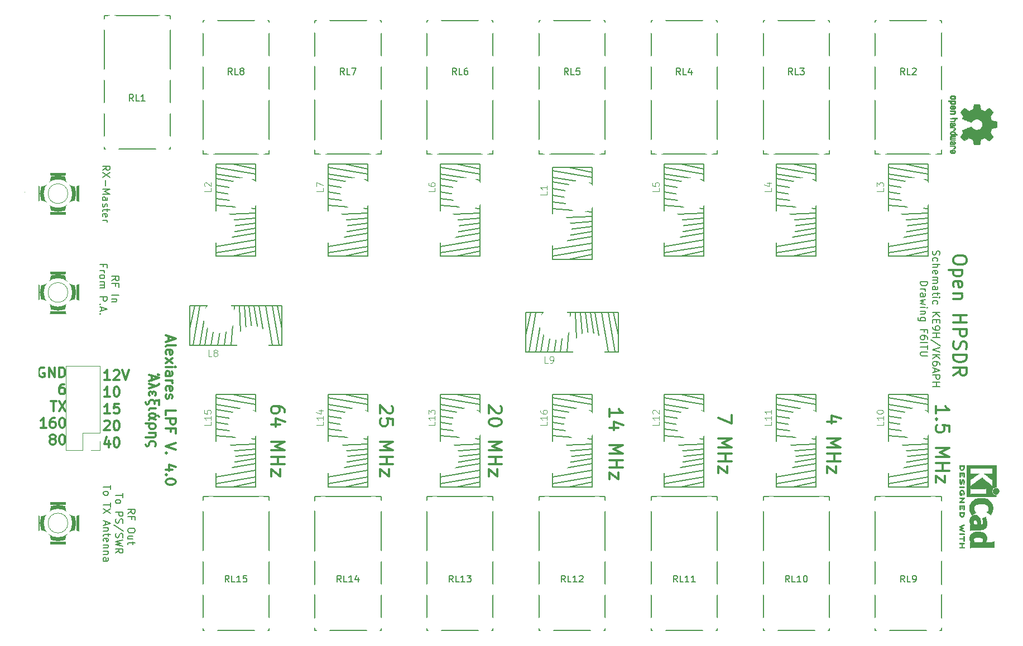
<source format=gto>
%TF.GenerationSoftware,KiCad,Pcbnew,(5.1.5)-3*%
%TF.CreationDate,2021-12-07T14:42:13+01:00*%
%TF.ProjectId,LPF,4c50462e-6b69-4636-9164-5f7063625858,rev?*%
%TF.SameCoordinates,Original*%
%TF.FileFunction,Legend,Top*%
%TF.FilePolarity,Positive*%
%FSLAX46Y46*%
G04 Gerber Fmt 4.6, Leading zero omitted, Abs format (unit mm)*
G04 Created by KiCad (PCBNEW (5.1.5)-3) date 2021-12-07 14:42:13*
%MOMM*%
%LPD*%
G04 APERTURE LIST*
%ADD10C,0.300000*%
%ADD11C,0.200000*%
%ADD12C,0.010000*%
%ADD13C,0.150000*%
%ADD14C,0.120000*%
%ADD15C,0.381000*%
%ADD16C,0.099060*%
%ADD17C,0.125000*%
%ADD18C,0.100000*%
%ADD19C,2.900000*%
%ADD20R,2.100000X2.100000*%
%ADD21O,2.100000X2.100000*%
%ADD22C,4.900000*%
%ADD23C,2.899360*%
%ADD24C,2.398980*%
%ADD25C,7.400000*%
%ADD26C,0.254000*%
G04 APERTURE END LIST*
D10*
X201095238Y-79380952D02*
X201095238Y-79761904D01*
X201000000Y-79952380D01*
X200809523Y-80142857D01*
X200428571Y-80238095D01*
X199761904Y-80238095D01*
X199380952Y-80142857D01*
X199190476Y-79952380D01*
X199095238Y-79761904D01*
X199095238Y-79380952D01*
X199190476Y-79190476D01*
X199380952Y-79000000D01*
X199761904Y-78904761D01*
X200428571Y-78904761D01*
X200809523Y-79000000D01*
X201000000Y-79190476D01*
X201095238Y-79380952D01*
X200428571Y-81095238D02*
X198428571Y-81095238D01*
X200333333Y-81095238D02*
X200428571Y-81285714D01*
X200428571Y-81666666D01*
X200333333Y-81857142D01*
X200238095Y-81952380D01*
X200047619Y-82047619D01*
X199476190Y-82047619D01*
X199285714Y-81952380D01*
X199190476Y-81857142D01*
X199095238Y-81666666D01*
X199095238Y-81285714D01*
X199190476Y-81095238D01*
X199190476Y-83666666D02*
X199095238Y-83476190D01*
X199095238Y-83095238D01*
X199190476Y-82904761D01*
X199380952Y-82809523D01*
X200142857Y-82809523D01*
X200333333Y-82904761D01*
X200428571Y-83095238D01*
X200428571Y-83476190D01*
X200333333Y-83666666D01*
X200142857Y-83761904D01*
X199952380Y-83761904D01*
X199761904Y-82809523D01*
X200428571Y-84619047D02*
X199095238Y-84619047D01*
X200238095Y-84619047D02*
X200333333Y-84714285D01*
X200428571Y-84904761D01*
X200428571Y-85190476D01*
X200333333Y-85380952D01*
X200142857Y-85476190D01*
X199095238Y-85476190D01*
X199095238Y-87952380D02*
X201095238Y-87952380D01*
X200142857Y-87952380D02*
X200142857Y-89095238D01*
X199095238Y-89095238D02*
X201095238Y-89095238D01*
X199095238Y-90047619D02*
X201095238Y-90047619D01*
X201095238Y-90809523D01*
X201000000Y-91000000D01*
X200904761Y-91095238D01*
X200714285Y-91190476D01*
X200428571Y-91190476D01*
X200238095Y-91095238D01*
X200142857Y-91000000D01*
X200047619Y-90809523D01*
X200047619Y-90047619D01*
X199190476Y-91952380D02*
X199095238Y-92238095D01*
X199095238Y-92714285D01*
X199190476Y-92904761D01*
X199285714Y-93000000D01*
X199476190Y-93095238D01*
X199666666Y-93095238D01*
X199857142Y-93000000D01*
X199952380Y-92904761D01*
X200047619Y-92714285D01*
X200142857Y-92333333D01*
X200238095Y-92142857D01*
X200333333Y-92047619D01*
X200523809Y-91952380D01*
X200714285Y-91952380D01*
X200904761Y-92047619D01*
X201000000Y-92142857D01*
X201095238Y-92333333D01*
X201095238Y-92809523D01*
X201000000Y-93095238D01*
X199095238Y-93952380D02*
X201095238Y-93952380D01*
X201095238Y-94428571D01*
X201000000Y-94714285D01*
X200809523Y-94904761D01*
X200619047Y-95000000D01*
X200238095Y-95095238D01*
X199952380Y-95095238D01*
X199571428Y-95000000D01*
X199380952Y-94904761D01*
X199190476Y-94714285D01*
X199095238Y-94428571D01*
X199095238Y-93952380D01*
X199095238Y-97095238D02*
X200047619Y-96428571D01*
X199095238Y-95952380D02*
X201095238Y-95952380D01*
X201095238Y-96714285D01*
X201000000Y-96904761D01*
X200904761Y-97000000D01*
X200714285Y-97095238D01*
X200428571Y-97095238D01*
X200238095Y-97000000D01*
X200142857Y-96904761D01*
X200047619Y-96714285D01*
X200047619Y-95952380D01*
X130404761Y-101714285D02*
X130500000Y-101809523D01*
X130595238Y-102000000D01*
X130595238Y-102476190D01*
X130500000Y-102666666D01*
X130404761Y-102761904D01*
X130214285Y-102857142D01*
X130023809Y-102857142D01*
X129738095Y-102761904D01*
X128595238Y-101619047D01*
X128595238Y-102857142D01*
X130595238Y-104095238D02*
X130595238Y-104285714D01*
X130500000Y-104476190D01*
X130404761Y-104571428D01*
X130214285Y-104666666D01*
X129833333Y-104761904D01*
X129357142Y-104761904D01*
X128976190Y-104666666D01*
X128785714Y-104571428D01*
X128690476Y-104476190D01*
X128595238Y-104285714D01*
X128595238Y-104095238D01*
X128690476Y-103904761D01*
X128785714Y-103809523D01*
X128976190Y-103714285D01*
X129357142Y-103619047D01*
X129833333Y-103619047D01*
X130214285Y-103714285D01*
X130404761Y-103809523D01*
X130500000Y-103904761D01*
X130595238Y-104095238D01*
X128595238Y-107142857D02*
X130595238Y-107142857D01*
X129166666Y-107809523D01*
X130595238Y-108476190D01*
X128595238Y-108476190D01*
X128595238Y-109428571D02*
X130595238Y-109428571D01*
X129642857Y-109428571D02*
X129642857Y-110571428D01*
X128595238Y-110571428D02*
X130595238Y-110571428D01*
X129928571Y-111333333D02*
X129928571Y-112380952D01*
X128595238Y-111333333D01*
X128595238Y-112380952D01*
X113904761Y-101714285D02*
X114000000Y-101809523D01*
X114095238Y-102000000D01*
X114095238Y-102476190D01*
X114000000Y-102666666D01*
X113904761Y-102761904D01*
X113714285Y-102857142D01*
X113523809Y-102857142D01*
X113238095Y-102761904D01*
X112095238Y-101619047D01*
X112095238Y-102857142D01*
X114095238Y-104666666D02*
X114095238Y-103714285D01*
X113142857Y-103619047D01*
X113238095Y-103714285D01*
X113333333Y-103904761D01*
X113333333Y-104380952D01*
X113238095Y-104571428D01*
X113142857Y-104666666D01*
X112952380Y-104761904D01*
X112476190Y-104761904D01*
X112285714Y-104666666D01*
X112190476Y-104571428D01*
X112095238Y-104380952D01*
X112095238Y-103904761D01*
X112190476Y-103714285D01*
X112285714Y-103619047D01*
X112095238Y-107142857D02*
X114095238Y-107142857D01*
X112666666Y-107809523D01*
X114095238Y-108476190D01*
X112095238Y-108476190D01*
X112095238Y-109428571D02*
X114095238Y-109428571D01*
X113142857Y-109428571D02*
X113142857Y-110571428D01*
X112095238Y-110571428D02*
X114095238Y-110571428D01*
X113428571Y-111333333D02*
X113428571Y-112380952D01*
X112095238Y-111333333D01*
X112095238Y-112380952D01*
X97595238Y-102666666D02*
X97595238Y-102285714D01*
X97500000Y-102095238D01*
X97404761Y-102000000D01*
X97119047Y-101809523D01*
X96738095Y-101714285D01*
X95976190Y-101714285D01*
X95785714Y-101809523D01*
X95690476Y-101904761D01*
X95595238Y-102095238D01*
X95595238Y-102476190D01*
X95690476Y-102666666D01*
X95785714Y-102761904D01*
X95976190Y-102857142D01*
X96452380Y-102857142D01*
X96642857Y-102761904D01*
X96738095Y-102666666D01*
X96833333Y-102476190D01*
X96833333Y-102095238D01*
X96738095Y-101904761D01*
X96642857Y-101809523D01*
X96452380Y-101714285D01*
X96928571Y-104571428D02*
X95595238Y-104571428D01*
X97690476Y-104095238D02*
X96261904Y-103619047D01*
X96261904Y-104857142D01*
X95595238Y-107142857D02*
X97595238Y-107142857D01*
X96166666Y-107809523D01*
X97595238Y-108476190D01*
X95595238Y-108476190D01*
X95595238Y-109428571D02*
X97595238Y-109428571D01*
X96642857Y-109428571D02*
X96642857Y-110571428D01*
X95595238Y-110571428D02*
X97595238Y-110571428D01*
X96928571Y-111333333D02*
X96928571Y-112380952D01*
X95595238Y-111333333D01*
X95595238Y-112380952D01*
X196445238Y-102880952D02*
X196445238Y-101738095D01*
X196445238Y-102309523D02*
X198445238Y-102309523D01*
X198159523Y-102119047D01*
X197969047Y-101928571D01*
X197873809Y-101738095D01*
X196635714Y-103738095D02*
X196540476Y-103833333D01*
X196445238Y-103738095D01*
X196540476Y-103642857D01*
X196635714Y-103738095D01*
X196445238Y-103738095D01*
X198445238Y-105642857D02*
X198445238Y-104690476D01*
X197492857Y-104595238D01*
X197588095Y-104690476D01*
X197683333Y-104880952D01*
X197683333Y-105357142D01*
X197588095Y-105547619D01*
X197492857Y-105642857D01*
X197302380Y-105738095D01*
X196826190Y-105738095D01*
X196635714Y-105642857D01*
X196540476Y-105547619D01*
X196445238Y-105357142D01*
X196445238Y-104880952D01*
X196540476Y-104690476D01*
X196635714Y-104595238D01*
X196445238Y-108119047D02*
X198445238Y-108119047D01*
X197016666Y-108785714D01*
X198445238Y-109452380D01*
X196445238Y-109452380D01*
X196445238Y-110404761D02*
X198445238Y-110404761D01*
X197492857Y-110404761D02*
X197492857Y-111547619D01*
X196445238Y-111547619D02*
X198445238Y-111547619D01*
X197778571Y-112309523D02*
X197778571Y-113357142D01*
X196445238Y-112309523D01*
X196445238Y-113357142D01*
X181278571Y-104119047D02*
X179945238Y-104119047D01*
X182040476Y-103642857D02*
X180611904Y-103166666D01*
X180611904Y-104404761D01*
X179945238Y-106690476D02*
X181945238Y-106690476D01*
X180516666Y-107357142D01*
X181945238Y-108023809D01*
X179945238Y-108023809D01*
X179945238Y-108976190D02*
X181945238Y-108976190D01*
X180992857Y-108976190D02*
X180992857Y-110119047D01*
X179945238Y-110119047D02*
X181945238Y-110119047D01*
X181278571Y-110880952D02*
X181278571Y-111928571D01*
X179945238Y-110880952D01*
X179945238Y-111928571D01*
X165445238Y-103071428D02*
X165445238Y-104404761D01*
X163445238Y-103547619D01*
X163445238Y-106690476D02*
X165445238Y-106690476D01*
X164016666Y-107357142D01*
X165445238Y-108023809D01*
X163445238Y-108023809D01*
X163445238Y-108976190D02*
X165445238Y-108976190D01*
X164492857Y-108976190D02*
X164492857Y-110119047D01*
X163445238Y-110119047D02*
X165445238Y-110119047D01*
X164778571Y-110880952D02*
X164778571Y-111928571D01*
X163445238Y-110880952D01*
X163445238Y-111928571D01*
X146945238Y-103357142D02*
X146945238Y-102214285D01*
X146945238Y-102785714D02*
X148945238Y-102785714D01*
X148659523Y-102595238D01*
X148469047Y-102404761D01*
X148373809Y-102214285D01*
X148278571Y-105071428D02*
X146945238Y-105071428D01*
X149040476Y-104595238D02*
X147611904Y-104119047D01*
X147611904Y-105357142D01*
X146945238Y-107642857D02*
X148945238Y-107642857D01*
X147516666Y-108309523D01*
X148945238Y-108976190D01*
X146945238Y-108976190D01*
X146945238Y-109928571D02*
X148945238Y-109928571D01*
X147992857Y-109928571D02*
X147992857Y-111071428D01*
X146945238Y-111071428D02*
X148945238Y-111071428D01*
X148278571Y-111833333D02*
X148278571Y-112880952D01*
X146945238Y-111833333D01*
X146945238Y-112880952D01*
D11*
X195979761Y-78180952D02*
X195927380Y-78338095D01*
X195927380Y-78600000D01*
X195979761Y-78704761D01*
X196032142Y-78757142D01*
X196136904Y-78809523D01*
X196241666Y-78809523D01*
X196346428Y-78757142D01*
X196398809Y-78704761D01*
X196451190Y-78600000D01*
X196503571Y-78390476D01*
X196555952Y-78285714D01*
X196608333Y-78233333D01*
X196713095Y-78180952D01*
X196817857Y-78180952D01*
X196922619Y-78233333D01*
X196975000Y-78285714D01*
X197027380Y-78390476D01*
X197027380Y-78652380D01*
X196975000Y-78809523D01*
X195979761Y-79752380D02*
X195927380Y-79647619D01*
X195927380Y-79438095D01*
X195979761Y-79333333D01*
X196032142Y-79280952D01*
X196136904Y-79228571D01*
X196451190Y-79228571D01*
X196555952Y-79280952D01*
X196608333Y-79333333D01*
X196660714Y-79438095D01*
X196660714Y-79647619D01*
X196608333Y-79752380D01*
X195927380Y-80223809D02*
X197027380Y-80223809D01*
X195927380Y-80695238D02*
X196503571Y-80695238D01*
X196608333Y-80642857D01*
X196660714Y-80538095D01*
X196660714Y-80380952D01*
X196608333Y-80276190D01*
X196555952Y-80223809D01*
X195979761Y-81638095D02*
X195927380Y-81533333D01*
X195927380Y-81323809D01*
X195979761Y-81219047D01*
X196084523Y-81166666D01*
X196503571Y-81166666D01*
X196608333Y-81219047D01*
X196660714Y-81323809D01*
X196660714Y-81533333D01*
X196608333Y-81638095D01*
X196503571Y-81690476D01*
X196398809Y-81690476D01*
X196294047Y-81166666D01*
X195927380Y-82161904D02*
X196660714Y-82161904D01*
X196555952Y-82161904D02*
X196608333Y-82214285D01*
X196660714Y-82319047D01*
X196660714Y-82476190D01*
X196608333Y-82580952D01*
X196503571Y-82633333D01*
X195927380Y-82633333D01*
X196503571Y-82633333D02*
X196608333Y-82685714D01*
X196660714Y-82790476D01*
X196660714Y-82947619D01*
X196608333Y-83052380D01*
X196503571Y-83104761D01*
X195927380Y-83104761D01*
X195927380Y-84100000D02*
X196503571Y-84100000D01*
X196608333Y-84047619D01*
X196660714Y-83942857D01*
X196660714Y-83733333D01*
X196608333Y-83628571D01*
X195979761Y-84100000D02*
X195927380Y-83995238D01*
X195927380Y-83733333D01*
X195979761Y-83628571D01*
X196084523Y-83576190D01*
X196189285Y-83576190D01*
X196294047Y-83628571D01*
X196346428Y-83733333D01*
X196346428Y-83995238D01*
X196398809Y-84100000D01*
X196660714Y-84466666D02*
X196660714Y-84885714D01*
X197027380Y-84623809D02*
X196084523Y-84623809D01*
X195979761Y-84676190D01*
X195927380Y-84780952D01*
X195927380Y-84885714D01*
X195927380Y-85252380D02*
X196660714Y-85252380D01*
X197027380Y-85252380D02*
X196975000Y-85200000D01*
X196922619Y-85252380D01*
X196975000Y-85304761D01*
X197027380Y-85252380D01*
X196922619Y-85252380D01*
X195979761Y-86247619D02*
X195927380Y-86142857D01*
X195927380Y-85933333D01*
X195979761Y-85828571D01*
X196032142Y-85776190D01*
X196136904Y-85723809D01*
X196451190Y-85723809D01*
X196555952Y-85776190D01*
X196608333Y-85828571D01*
X196660714Y-85933333D01*
X196660714Y-86142857D01*
X196608333Y-86247619D01*
X195927380Y-87557142D02*
X197027380Y-87557142D01*
X195927380Y-88185714D02*
X196555952Y-87714285D01*
X197027380Y-88185714D02*
X196398809Y-87557142D01*
X196503571Y-88657142D02*
X196503571Y-89023809D01*
X195927380Y-89180952D02*
X195927380Y-88657142D01*
X197027380Y-88657142D01*
X197027380Y-89180952D01*
X195927380Y-89704761D02*
X195927380Y-89914285D01*
X195979761Y-90019047D01*
X196032142Y-90071428D01*
X196189285Y-90176190D01*
X196398809Y-90228571D01*
X196817857Y-90228571D01*
X196922619Y-90176190D01*
X196975000Y-90123809D01*
X197027380Y-90019047D01*
X197027380Y-89809523D01*
X196975000Y-89704761D01*
X196922619Y-89652380D01*
X196817857Y-89600000D01*
X196555952Y-89600000D01*
X196451190Y-89652380D01*
X196398809Y-89704761D01*
X196346428Y-89809523D01*
X196346428Y-90019047D01*
X196398809Y-90123809D01*
X196451190Y-90176190D01*
X196555952Y-90228571D01*
X195927380Y-90700000D02*
X197027380Y-90700000D01*
X196503571Y-90700000D02*
X196503571Y-91328571D01*
X195927380Y-91328571D02*
X197027380Y-91328571D01*
X197079761Y-92638095D02*
X195665476Y-91695238D01*
X197027380Y-92847619D02*
X195927380Y-93214285D01*
X197027380Y-93580952D01*
X195927380Y-93947619D02*
X197027380Y-93947619D01*
X195927380Y-94576190D02*
X196555952Y-94104761D01*
X197027380Y-94576190D02*
X196398809Y-93947619D01*
X197027380Y-95519047D02*
X197027380Y-95309523D01*
X196975000Y-95204761D01*
X196922619Y-95152380D01*
X196765476Y-95047619D01*
X196555952Y-94995238D01*
X196136904Y-94995238D01*
X196032142Y-95047619D01*
X195979761Y-95100000D01*
X195927380Y-95204761D01*
X195927380Y-95414285D01*
X195979761Y-95519047D01*
X196032142Y-95571428D01*
X196136904Y-95623809D01*
X196398809Y-95623809D01*
X196503571Y-95571428D01*
X196555952Y-95519047D01*
X196608333Y-95414285D01*
X196608333Y-95204761D01*
X196555952Y-95100000D01*
X196503571Y-95047619D01*
X196398809Y-94995238D01*
X196241666Y-96042857D02*
X196241666Y-96566666D01*
X195927380Y-95938095D02*
X197027380Y-96304761D01*
X195927380Y-96671428D01*
X195927380Y-97038095D02*
X197027380Y-97038095D01*
X197027380Y-97457142D01*
X196975000Y-97561904D01*
X196922619Y-97614285D01*
X196817857Y-97666666D01*
X196660714Y-97666666D01*
X196555952Y-97614285D01*
X196503571Y-97561904D01*
X196451190Y-97457142D01*
X196451190Y-97038095D01*
X195927380Y-98138095D02*
X197027380Y-98138095D01*
X196503571Y-98138095D02*
X196503571Y-98766666D01*
X195927380Y-98766666D02*
X197027380Y-98766666D01*
X194077380Y-82869047D02*
X195177380Y-82869047D01*
X195177380Y-83130952D01*
X195125000Y-83288095D01*
X195020238Y-83392857D01*
X194915476Y-83445238D01*
X194705952Y-83497619D01*
X194548809Y-83497619D01*
X194339285Y-83445238D01*
X194234523Y-83392857D01*
X194129761Y-83288095D01*
X194077380Y-83130952D01*
X194077380Y-82869047D01*
X194077380Y-83969047D02*
X194810714Y-83969047D01*
X194601190Y-83969047D02*
X194705952Y-84021428D01*
X194758333Y-84073809D01*
X194810714Y-84178571D01*
X194810714Y-84283333D01*
X194077380Y-85121428D02*
X194653571Y-85121428D01*
X194758333Y-85069047D01*
X194810714Y-84964285D01*
X194810714Y-84754761D01*
X194758333Y-84650000D01*
X194129761Y-85121428D02*
X194077380Y-85016666D01*
X194077380Y-84754761D01*
X194129761Y-84650000D01*
X194234523Y-84597619D01*
X194339285Y-84597619D01*
X194444047Y-84650000D01*
X194496428Y-84754761D01*
X194496428Y-85016666D01*
X194548809Y-85121428D01*
X194810714Y-85540476D02*
X194077380Y-85750000D01*
X194601190Y-85959523D01*
X194077380Y-86169047D01*
X194810714Y-86378571D01*
X194077380Y-86797619D02*
X194810714Y-86797619D01*
X195177380Y-86797619D02*
X195125000Y-86745238D01*
X195072619Y-86797619D01*
X195125000Y-86850000D01*
X195177380Y-86797619D01*
X195072619Y-86797619D01*
X194810714Y-87321428D02*
X194077380Y-87321428D01*
X194705952Y-87321428D02*
X194758333Y-87373809D01*
X194810714Y-87478571D01*
X194810714Y-87635714D01*
X194758333Y-87740476D01*
X194653571Y-87792857D01*
X194077380Y-87792857D01*
X194810714Y-88788095D02*
X193920238Y-88788095D01*
X193815476Y-88735714D01*
X193763095Y-88683333D01*
X193710714Y-88578571D01*
X193710714Y-88421428D01*
X193763095Y-88316666D01*
X194129761Y-88788095D02*
X194077380Y-88683333D01*
X194077380Y-88473809D01*
X194129761Y-88369047D01*
X194182142Y-88316666D01*
X194286904Y-88264285D01*
X194601190Y-88264285D01*
X194705952Y-88316666D01*
X194758333Y-88369047D01*
X194810714Y-88473809D01*
X194810714Y-88683333D01*
X194758333Y-88788095D01*
X194653571Y-90516666D02*
X194653571Y-90150000D01*
X194077380Y-90150000D02*
X195177380Y-90150000D01*
X195177380Y-90673809D01*
X195177380Y-91564285D02*
X195177380Y-91354761D01*
X195125000Y-91250000D01*
X195072619Y-91197619D01*
X194915476Y-91092857D01*
X194705952Y-91040476D01*
X194286904Y-91040476D01*
X194182142Y-91092857D01*
X194129761Y-91145238D01*
X194077380Y-91250000D01*
X194077380Y-91459523D01*
X194129761Y-91564285D01*
X194182142Y-91616666D01*
X194286904Y-91669047D01*
X194548809Y-91669047D01*
X194653571Y-91616666D01*
X194705952Y-91564285D01*
X194758333Y-91459523D01*
X194758333Y-91250000D01*
X194705952Y-91145238D01*
X194653571Y-91092857D01*
X194548809Y-91040476D01*
X194077380Y-92140476D02*
X195177380Y-92140476D01*
X195177380Y-92507142D02*
X195177380Y-93135714D01*
X194077380Y-92821428D02*
X195177380Y-92821428D01*
X195177380Y-93502380D02*
X194286904Y-93502380D01*
X194182142Y-93554761D01*
X194129761Y-93607142D01*
X194077380Y-93711904D01*
X194077380Y-93921428D01*
X194129761Y-94026190D01*
X194182142Y-94078571D01*
X194286904Y-94130952D01*
X195177380Y-94130952D01*
X70002380Y-65938095D02*
X70526190Y-65571428D01*
X70002380Y-65309523D02*
X71102380Y-65309523D01*
X71102380Y-65728571D01*
X71050000Y-65833333D01*
X70997619Y-65885714D01*
X70892857Y-65938095D01*
X70735714Y-65938095D01*
X70630952Y-65885714D01*
X70578571Y-65833333D01*
X70526190Y-65728571D01*
X70526190Y-65309523D01*
X71102380Y-66304761D02*
X70002380Y-67038095D01*
X71102380Y-67038095D02*
X70002380Y-66304761D01*
X70421428Y-67457142D02*
X70421428Y-68295238D01*
X70002380Y-68819047D02*
X71102380Y-68819047D01*
X70316666Y-69185714D01*
X71102380Y-69552380D01*
X70002380Y-69552380D01*
X70002380Y-70547619D02*
X70578571Y-70547619D01*
X70683333Y-70495238D01*
X70735714Y-70390476D01*
X70735714Y-70180952D01*
X70683333Y-70076190D01*
X70054761Y-70547619D02*
X70002380Y-70442857D01*
X70002380Y-70180952D01*
X70054761Y-70076190D01*
X70159523Y-70023809D01*
X70264285Y-70023809D01*
X70369047Y-70076190D01*
X70421428Y-70180952D01*
X70421428Y-70442857D01*
X70473809Y-70547619D01*
X70054761Y-71019047D02*
X70002380Y-71123809D01*
X70002380Y-71333333D01*
X70054761Y-71438095D01*
X70159523Y-71490476D01*
X70211904Y-71490476D01*
X70316666Y-71438095D01*
X70369047Y-71333333D01*
X70369047Y-71176190D01*
X70421428Y-71071428D01*
X70526190Y-71019047D01*
X70578571Y-71019047D01*
X70683333Y-71071428D01*
X70735714Y-71176190D01*
X70735714Y-71333333D01*
X70683333Y-71438095D01*
X70735714Y-71804761D02*
X70735714Y-72223809D01*
X71102380Y-71961904D02*
X70159523Y-71961904D01*
X70054761Y-72014285D01*
X70002380Y-72119047D01*
X70002380Y-72223809D01*
X70054761Y-73009523D02*
X70002380Y-72904761D01*
X70002380Y-72695238D01*
X70054761Y-72590476D01*
X70159523Y-72538095D01*
X70578571Y-72538095D01*
X70683333Y-72590476D01*
X70735714Y-72695238D01*
X70735714Y-72904761D01*
X70683333Y-73009523D01*
X70578571Y-73061904D01*
X70473809Y-73061904D01*
X70369047Y-72538095D01*
X70002380Y-73533333D02*
X70735714Y-73533333D01*
X70526190Y-73533333D02*
X70630952Y-73585714D01*
X70683333Y-73638095D01*
X70735714Y-73742857D01*
X70735714Y-73847619D01*
X71427380Y-82690476D02*
X71951190Y-82323809D01*
X71427380Y-82061904D02*
X72527380Y-82061904D01*
X72527380Y-82480952D01*
X72475000Y-82585714D01*
X72422619Y-82638095D01*
X72317857Y-82690476D01*
X72160714Y-82690476D01*
X72055952Y-82638095D01*
X72003571Y-82585714D01*
X71951190Y-82480952D01*
X71951190Y-82061904D01*
X72003571Y-83528571D02*
X72003571Y-83161904D01*
X71427380Y-83161904D02*
X72527380Y-83161904D01*
X72527380Y-83685714D01*
X71427380Y-84942857D02*
X72527380Y-84942857D01*
X72160714Y-85466666D02*
X71427380Y-85466666D01*
X72055952Y-85466666D02*
X72108333Y-85519047D01*
X72160714Y-85623809D01*
X72160714Y-85780952D01*
X72108333Y-85885714D01*
X72003571Y-85938095D01*
X71427380Y-85938095D01*
X70153571Y-80621428D02*
X70153571Y-80254761D01*
X69577380Y-80254761D02*
X70677380Y-80254761D01*
X70677380Y-80778571D01*
X69577380Y-81197619D02*
X70310714Y-81197619D01*
X70101190Y-81197619D02*
X70205952Y-81250000D01*
X70258333Y-81302380D01*
X70310714Y-81407142D01*
X70310714Y-81511904D01*
X69577380Y-82035714D02*
X69629761Y-81930952D01*
X69682142Y-81878571D01*
X69786904Y-81826190D01*
X70101190Y-81826190D01*
X70205952Y-81878571D01*
X70258333Y-81930952D01*
X70310714Y-82035714D01*
X70310714Y-82192857D01*
X70258333Y-82297619D01*
X70205952Y-82350000D01*
X70101190Y-82402380D01*
X69786904Y-82402380D01*
X69682142Y-82350000D01*
X69629761Y-82297619D01*
X69577380Y-82192857D01*
X69577380Y-82035714D01*
X69577380Y-82873809D02*
X70310714Y-82873809D01*
X70205952Y-82873809D02*
X70258333Y-82926190D01*
X70310714Y-83030952D01*
X70310714Y-83188095D01*
X70258333Y-83292857D01*
X70153571Y-83345238D01*
X69577380Y-83345238D01*
X70153571Y-83345238D02*
X70258333Y-83397619D01*
X70310714Y-83502380D01*
X70310714Y-83659523D01*
X70258333Y-83764285D01*
X70153571Y-83816666D01*
X69577380Y-83816666D01*
X69577380Y-85178571D02*
X70677380Y-85178571D01*
X70677380Y-85597619D01*
X70625000Y-85702380D01*
X70572619Y-85754761D01*
X70467857Y-85807142D01*
X70310714Y-85807142D01*
X70205952Y-85754761D01*
X70153571Y-85702380D01*
X70101190Y-85597619D01*
X70101190Y-85178571D01*
X69682142Y-86278571D02*
X69629761Y-86330952D01*
X69577380Y-86278571D01*
X69629761Y-86226190D01*
X69682142Y-86278571D01*
X69577380Y-86278571D01*
X69891666Y-86750000D02*
X69891666Y-87273809D01*
X69577380Y-86645238D02*
X70677380Y-87011904D01*
X69577380Y-87378571D01*
X69682142Y-87745238D02*
X69629761Y-87797619D01*
X69577380Y-87745238D01*
X69629761Y-87692857D01*
X69682142Y-87745238D01*
X69577380Y-87745238D01*
X73852380Y-118061904D02*
X74376190Y-117695238D01*
X73852380Y-117433333D02*
X74952380Y-117433333D01*
X74952380Y-117852380D01*
X74900000Y-117957142D01*
X74847619Y-118009523D01*
X74742857Y-118061904D01*
X74585714Y-118061904D01*
X74480952Y-118009523D01*
X74428571Y-117957142D01*
X74376190Y-117852380D01*
X74376190Y-117433333D01*
X74428571Y-118900000D02*
X74428571Y-118533333D01*
X73852380Y-118533333D02*
X74952380Y-118533333D01*
X74952380Y-119057142D01*
X74952380Y-120523809D02*
X74952380Y-120733333D01*
X74900000Y-120838095D01*
X74795238Y-120942857D01*
X74585714Y-120995238D01*
X74219047Y-120995238D01*
X74009523Y-120942857D01*
X73904761Y-120838095D01*
X73852380Y-120733333D01*
X73852380Y-120523809D01*
X73904761Y-120419047D01*
X74009523Y-120314285D01*
X74219047Y-120261904D01*
X74585714Y-120261904D01*
X74795238Y-120314285D01*
X74900000Y-120419047D01*
X74952380Y-120523809D01*
X74585714Y-121938095D02*
X73852380Y-121938095D01*
X74585714Y-121466666D02*
X74009523Y-121466666D01*
X73904761Y-121519047D01*
X73852380Y-121623809D01*
X73852380Y-121780952D01*
X73904761Y-121885714D01*
X73957142Y-121938095D01*
X74585714Y-122304761D02*
X74585714Y-122723809D01*
X74952380Y-122461904D02*
X74009523Y-122461904D01*
X73904761Y-122514285D01*
X73852380Y-122619047D01*
X73852380Y-122723809D01*
X73102380Y-114997619D02*
X73102380Y-115626190D01*
X72002380Y-115311904D02*
X73102380Y-115311904D01*
X72002380Y-116150000D02*
X72054761Y-116045238D01*
X72107142Y-115992857D01*
X72211904Y-115940476D01*
X72526190Y-115940476D01*
X72630952Y-115992857D01*
X72683333Y-116045238D01*
X72735714Y-116150000D01*
X72735714Y-116307142D01*
X72683333Y-116411904D01*
X72630952Y-116464285D01*
X72526190Y-116516666D01*
X72211904Y-116516666D01*
X72107142Y-116464285D01*
X72054761Y-116411904D01*
X72002380Y-116307142D01*
X72002380Y-116150000D01*
X72002380Y-117826190D02*
X73102380Y-117826190D01*
X73102380Y-118245238D01*
X73050000Y-118350000D01*
X72997619Y-118402380D01*
X72892857Y-118454761D01*
X72735714Y-118454761D01*
X72630952Y-118402380D01*
X72578571Y-118350000D01*
X72526190Y-118245238D01*
X72526190Y-117826190D01*
X72054761Y-118873809D02*
X72002380Y-119030952D01*
X72002380Y-119292857D01*
X72054761Y-119397619D01*
X72107142Y-119450000D01*
X72211904Y-119502380D01*
X72316666Y-119502380D01*
X72421428Y-119450000D01*
X72473809Y-119397619D01*
X72526190Y-119292857D01*
X72578571Y-119083333D01*
X72630952Y-118978571D01*
X72683333Y-118926190D01*
X72788095Y-118873809D01*
X72892857Y-118873809D01*
X72997619Y-118926190D01*
X73050000Y-118978571D01*
X73102380Y-119083333D01*
X73102380Y-119345238D01*
X73050000Y-119502380D01*
X73154761Y-120759523D02*
X71740476Y-119816666D01*
X72054761Y-121073809D02*
X72002380Y-121230952D01*
X72002380Y-121492857D01*
X72054761Y-121597619D01*
X72107142Y-121650000D01*
X72211904Y-121702380D01*
X72316666Y-121702380D01*
X72421428Y-121650000D01*
X72473809Y-121597619D01*
X72526190Y-121492857D01*
X72578571Y-121283333D01*
X72630952Y-121178571D01*
X72683333Y-121126190D01*
X72788095Y-121073809D01*
X72892857Y-121073809D01*
X72997619Y-121126190D01*
X73050000Y-121178571D01*
X73102380Y-121283333D01*
X73102380Y-121545238D01*
X73050000Y-121702380D01*
X73102380Y-122069047D02*
X72002380Y-122330952D01*
X72788095Y-122540476D01*
X72002380Y-122750000D01*
X73102380Y-123011904D01*
X72002380Y-124059523D02*
X72526190Y-123692857D01*
X72002380Y-123430952D02*
X73102380Y-123430952D01*
X73102380Y-123850000D01*
X73050000Y-123954761D01*
X72997619Y-124007142D01*
X72892857Y-124059523D01*
X72735714Y-124059523D01*
X72630952Y-124007142D01*
X72578571Y-123954761D01*
X72526190Y-123850000D01*
X72526190Y-123430952D01*
X71252380Y-113740476D02*
X71252380Y-114369047D01*
X70152380Y-114054761D02*
X71252380Y-114054761D01*
X70152380Y-114892857D02*
X70204761Y-114788095D01*
X70257142Y-114735714D01*
X70361904Y-114683333D01*
X70676190Y-114683333D01*
X70780952Y-114735714D01*
X70833333Y-114788095D01*
X70885714Y-114892857D01*
X70885714Y-115050000D01*
X70833333Y-115154761D01*
X70780952Y-115207142D01*
X70676190Y-115259523D01*
X70361904Y-115259523D01*
X70257142Y-115207142D01*
X70204761Y-115154761D01*
X70152380Y-115050000D01*
X70152380Y-114892857D01*
X71252380Y-116411904D02*
X71252380Y-117040476D01*
X70152380Y-116726190D02*
X71252380Y-116726190D01*
X71252380Y-117302380D02*
X70152380Y-118035714D01*
X71252380Y-118035714D02*
X70152380Y-117302380D01*
X70466666Y-119240476D02*
X70466666Y-119764285D01*
X70152380Y-119135714D02*
X71252380Y-119502380D01*
X70152380Y-119869047D01*
X70885714Y-120235714D02*
X70152380Y-120235714D01*
X70780952Y-120235714D02*
X70833333Y-120288095D01*
X70885714Y-120392857D01*
X70885714Y-120550000D01*
X70833333Y-120654761D01*
X70728571Y-120707142D01*
X70152380Y-120707142D01*
X70885714Y-121073809D02*
X70885714Y-121492857D01*
X71252380Y-121230952D02*
X70309523Y-121230952D01*
X70204761Y-121283333D01*
X70152380Y-121388095D01*
X70152380Y-121492857D01*
X70204761Y-122278571D02*
X70152380Y-122173809D01*
X70152380Y-121964285D01*
X70204761Y-121859523D01*
X70309523Y-121807142D01*
X70728571Y-121807142D01*
X70833333Y-121859523D01*
X70885714Y-121964285D01*
X70885714Y-122173809D01*
X70833333Y-122278571D01*
X70728571Y-122330952D01*
X70623809Y-122330952D01*
X70519047Y-121807142D01*
X70885714Y-122802380D02*
X70152380Y-122802380D01*
X70780952Y-122802380D02*
X70833333Y-122854761D01*
X70885714Y-122959523D01*
X70885714Y-123116666D01*
X70833333Y-123221428D01*
X70728571Y-123273809D01*
X70152380Y-123273809D01*
X70885714Y-123797619D02*
X70152380Y-123797619D01*
X70780952Y-123797619D02*
X70833333Y-123850000D01*
X70885714Y-123954761D01*
X70885714Y-124111904D01*
X70833333Y-124216666D01*
X70728571Y-124269047D01*
X70152380Y-124269047D01*
X70152380Y-125264285D02*
X70728571Y-125264285D01*
X70833333Y-125211904D01*
X70885714Y-125107142D01*
X70885714Y-124897619D01*
X70833333Y-124792857D01*
X70204761Y-125264285D02*
X70152380Y-125159523D01*
X70152380Y-124897619D01*
X70204761Y-124792857D01*
X70309523Y-124740476D01*
X70414285Y-124740476D01*
X70519047Y-124792857D01*
X70571428Y-124897619D01*
X70571428Y-125159523D01*
X70623809Y-125264285D01*
D10*
X80025000Y-91150000D02*
X80025000Y-91864285D01*
X79596428Y-91007142D02*
X81096428Y-91507142D01*
X79596428Y-92007142D01*
X79596428Y-92721428D02*
X79667857Y-92578571D01*
X79810714Y-92507142D01*
X81096428Y-92507142D01*
X79667857Y-93864285D02*
X79596428Y-93721428D01*
X79596428Y-93435714D01*
X79667857Y-93292857D01*
X79810714Y-93221428D01*
X80382142Y-93221428D01*
X80525000Y-93292857D01*
X80596428Y-93435714D01*
X80596428Y-93721428D01*
X80525000Y-93864285D01*
X80382142Y-93935714D01*
X80239285Y-93935714D01*
X80096428Y-93221428D01*
X79596428Y-94435714D02*
X80596428Y-95221428D01*
X80596428Y-94435714D02*
X79596428Y-95221428D01*
X79596428Y-95792857D02*
X80596428Y-95792857D01*
X81096428Y-95792857D02*
X81025000Y-95721428D01*
X80953571Y-95792857D01*
X81025000Y-95864285D01*
X81096428Y-95792857D01*
X80953571Y-95792857D01*
X79596428Y-97150000D02*
X80382142Y-97150000D01*
X80525000Y-97078571D01*
X80596428Y-96935714D01*
X80596428Y-96650000D01*
X80525000Y-96507142D01*
X79667857Y-97150000D02*
X79596428Y-97007142D01*
X79596428Y-96650000D01*
X79667857Y-96507142D01*
X79810714Y-96435714D01*
X79953571Y-96435714D01*
X80096428Y-96507142D01*
X80167857Y-96650000D01*
X80167857Y-97007142D01*
X80239285Y-97150000D01*
X79596428Y-97864285D02*
X80596428Y-97864285D01*
X80310714Y-97864285D02*
X80453571Y-97935714D01*
X80525000Y-98007142D01*
X80596428Y-98150000D01*
X80596428Y-98292857D01*
X79667857Y-99364285D02*
X79596428Y-99221428D01*
X79596428Y-98935714D01*
X79667857Y-98792857D01*
X79810714Y-98721428D01*
X80382142Y-98721428D01*
X80525000Y-98792857D01*
X80596428Y-98935714D01*
X80596428Y-99221428D01*
X80525000Y-99364285D01*
X80382142Y-99435714D01*
X80239285Y-99435714D01*
X80096428Y-98721428D01*
X79667857Y-100007142D02*
X79596428Y-100150000D01*
X79596428Y-100435714D01*
X79667857Y-100578571D01*
X79810714Y-100650000D01*
X79882142Y-100650000D01*
X80025000Y-100578571D01*
X80096428Y-100435714D01*
X80096428Y-100221428D01*
X80167857Y-100078571D01*
X80310714Y-100007142D01*
X80382142Y-100007142D01*
X80525000Y-100078571D01*
X80596428Y-100221428D01*
X80596428Y-100435714D01*
X80525000Y-100578571D01*
X79596428Y-103150000D02*
X79596428Y-102435714D01*
X81096428Y-102435714D01*
X79596428Y-103650000D02*
X81096428Y-103650000D01*
X81096428Y-104221428D01*
X81025000Y-104364285D01*
X80953571Y-104435714D01*
X80810714Y-104507142D01*
X80596428Y-104507142D01*
X80453571Y-104435714D01*
X80382142Y-104364285D01*
X80310714Y-104221428D01*
X80310714Y-103650000D01*
X80382142Y-105650000D02*
X80382142Y-105150000D01*
X79596428Y-105150000D02*
X81096428Y-105150000D01*
X81096428Y-105864285D01*
X81096428Y-107364285D02*
X79596428Y-107864285D01*
X81096428Y-108364285D01*
X79739285Y-108864285D02*
X79667857Y-108935714D01*
X79596428Y-108864285D01*
X79667857Y-108792857D01*
X79739285Y-108864285D01*
X79596428Y-108864285D01*
X80596428Y-111364285D02*
X79596428Y-111364285D01*
X81167857Y-111007142D02*
X80096428Y-110650000D01*
X80096428Y-111578571D01*
X79739285Y-112150000D02*
X79667857Y-112221428D01*
X79596428Y-112150000D01*
X79667857Y-112078571D01*
X79739285Y-112150000D01*
X79596428Y-112150000D01*
X81096428Y-113150000D02*
X81096428Y-113292857D01*
X81025000Y-113435714D01*
X80953571Y-113507142D01*
X80810714Y-113578571D01*
X80525000Y-113650000D01*
X80167857Y-113650000D01*
X79882142Y-113578571D01*
X79739285Y-113507142D01*
X79667857Y-113435714D01*
X79596428Y-113292857D01*
X79596428Y-113150000D01*
X79667857Y-113007142D01*
X79739285Y-112935714D01*
X79882142Y-112864285D01*
X80167857Y-112792857D01*
X80525000Y-112792857D01*
X80810714Y-112864285D01*
X80953571Y-112935714D01*
X81025000Y-113007142D01*
X81096428Y-113150000D01*
X77475000Y-97114285D02*
X77475000Y-97828571D01*
X77046428Y-96971428D02*
X78546428Y-97471428D01*
X77046428Y-97971428D01*
X78403571Y-96900000D02*
X78403571Y-96971428D01*
X78475000Y-97042857D01*
X78617857Y-97042857D01*
X78046428Y-98685714D02*
X77046428Y-98328571D01*
X78546428Y-98328571D02*
X78546428Y-98471428D01*
X78475000Y-98542857D01*
X78046428Y-98685714D01*
X77046428Y-99042857D01*
X77546428Y-99757142D02*
X77475000Y-99614285D01*
X77332142Y-99542857D01*
X77260714Y-99542857D01*
X77117857Y-99614285D01*
X77046428Y-99757142D01*
X77046428Y-100042857D01*
X77117857Y-100185714D01*
X77546428Y-99900000D02*
X77546428Y-99757142D01*
X77617857Y-99614285D01*
X77760714Y-99542857D01*
X77832142Y-99542857D01*
X77975000Y-99614285D01*
X78046428Y-99757142D01*
X78046428Y-100042857D01*
X77975000Y-100185714D01*
X78546428Y-100828571D02*
X78546428Y-101542857D01*
X78546428Y-101114285D02*
X78475000Y-100971428D01*
X78332142Y-100900000D01*
X78117857Y-100900000D01*
X77975000Y-100971428D01*
X77903571Y-101114285D01*
X77903571Y-101400000D01*
X77903571Y-101114285D02*
X77832142Y-100971428D01*
X77760714Y-100900000D01*
X77617857Y-100828571D01*
X77332142Y-100828571D01*
X77189285Y-100900000D01*
X77117857Y-100971428D01*
X77046428Y-101114285D01*
X77046428Y-101257142D01*
X76975000Y-101400000D01*
X76832142Y-101471428D01*
X76760714Y-101471428D01*
X76617857Y-101400000D01*
X76546428Y-101257142D01*
X76546428Y-101185714D01*
X78046428Y-102114285D02*
X77260714Y-102114285D01*
X77117857Y-102185714D01*
X77046428Y-102328571D01*
X78046428Y-103757142D02*
X77332142Y-103542857D01*
X77189285Y-103471428D01*
X77117857Y-103400000D01*
X77046428Y-103257142D01*
X77046428Y-103114285D01*
X77117857Y-102971428D01*
X77189285Y-102900000D01*
X77403571Y-102828571D01*
X77689285Y-102828571D01*
X77903571Y-102900000D01*
X77975000Y-102971428D01*
X78046428Y-103114285D01*
X78046428Y-103257142D01*
X77975000Y-103400000D01*
X77903571Y-103471428D01*
X77760714Y-103542857D01*
X77260714Y-103614285D01*
X77117857Y-103685714D01*
X77046428Y-103828571D01*
X78617857Y-103400000D02*
X78403571Y-103185714D01*
X76546428Y-104400000D02*
X77760714Y-104400000D01*
X77903571Y-104471428D01*
X77975000Y-104542857D01*
X78046428Y-104685714D01*
X78046428Y-104900000D01*
X77975000Y-105042857D01*
X77903571Y-105114285D01*
X77760714Y-105185714D01*
X77332142Y-105185714D01*
X77189285Y-105114285D01*
X77117857Y-105042857D01*
X77046428Y-104900000D01*
X77046428Y-104685714D01*
X77117857Y-104542857D01*
X77260714Y-104400000D01*
X78046428Y-105828571D02*
X77046428Y-105828571D01*
X77903571Y-105828571D02*
X77975000Y-105900000D01*
X78046428Y-106042857D01*
X78046428Y-106257142D01*
X77975000Y-106400000D01*
X77832142Y-106471428D01*
X76546428Y-106471428D01*
X77975000Y-107828571D02*
X78046428Y-107685714D01*
X78046428Y-107400000D01*
X77975000Y-107257142D01*
X77903571Y-107185714D01*
X77760714Y-107114285D01*
X77332142Y-107114285D01*
X77189285Y-107185714D01*
X77117857Y-107257142D01*
X77046428Y-107400000D01*
X77046428Y-107614285D01*
X76975000Y-107757142D01*
X76832142Y-107828571D01*
X76760714Y-107828571D01*
X76617857Y-107757142D01*
X76546428Y-107614285D01*
X71137857Y-97778571D02*
X70280714Y-97778571D01*
X70709285Y-97778571D02*
X70709285Y-96278571D01*
X70566428Y-96492857D01*
X70423571Y-96635714D01*
X70280714Y-96707142D01*
X71709285Y-96421428D02*
X71780714Y-96350000D01*
X71923571Y-96278571D01*
X72280714Y-96278571D01*
X72423571Y-96350000D01*
X72495000Y-96421428D01*
X72566428Y-96564285D01*
X72566428Y-96707142D01*
X72495000Y-96921428D01*
X71637857Y-97778571D01*
X72566428Y-97778571D01*
X72995000Y-96278571D02*
X73495000Y-97778571D01*
X73995000Y-96278571D01*
X71137857Y-100328571D02*
X70280714Y-100328571D01*
X70709285Y-100328571D02*
X70709285Y-98828571D01*
X70566428Y-99042857D01*
X70423571Y-99185714D01*
X70280714Y-99257142D01*
X72066428Y-98828571D02*
X72209285Y-98828571D01*
X72352142Y-98900000D01*
X72423571Y-98971428D01*
X72495000Y-99114285D01*
X72566428Y-99400000D01*
X72566428Y-99757142D01*
X72495000Y-100042857D01*
X72423571Y-100185714D01*
X72352142Y-100257142D01*
X72209285Y-100328571D01*
X72066428Y-100328571D01*
X71923571Y-100257142D01*
X71852142Y-100185714D01*
X71780714Y-100042857D01*
X71709285Y-99757142D01*
X71709285Y-99400000D01*
X71780714Y-99114285D01*
X71852142Y-98971428D01*
X71923571Y-98900000D01*
X72066428Y-98828571D01*
X71137857Y-102878571D02*
X70280714Y-102878571D01*
X70709285Y-102878571D02*
X70709285Y-101378571D01*
X70566428Y-101592857D01*
X70423571Y-101735714D01*
X70280714Y-101807142D01*
X72495000Y-101378571D02*
X71780714Y-101378571D01*
X71709285Y-102092857D01*
X71780714Y-102021428D01*
X71923571Y-101950000D01*
X72280714Y-101950000D01*
X72423571Y-102021428D01*
X72495000Y-102092857D01*
X72566428Y-102235714D01*
X72566428Y-102592857D01*
X72495000Y-102735714D01*
X72423571Y-102807142D01*
X72280714Y-102878571D01*
X71923571Y-102878571D01*
X71780714Y-102807142D01*
X71709285Y-102735714D01*
X70280714Y-104071428D02*
X70352142Y-104000000D01*
X70495000Y-103928571D01*
X70852142Y-103928571D01*
X70995000Y-104000000D01*
X71066428Y-104071428D01*
X71137857Y-104214285D01*
X71137857Y-104357142D01*
X71066428Y-104571428D01*
X70209285Y-105428571D01*
X71137857Y-105428571D01*
X72066428Y-103928571D02*
X72209285Y-103928571D01*
X72352142Y-104000000D01*
X72423571Y-104071428D01*
X72495000Y-104214285D01*
X72566428Y-104500000D01*
X72566428Y-104857142D01*
X72495000Y-105142857D01*
X72423571Y-105285714D01*
X72352142Y-105357142D01*
X72209285Y-105428571D01*
X72066428Y-105428571D01*
X71923571Y-105357142D01*
X71852142Y-105285714D01*
X71780714Y-105142857D01*
X71709285Y-104857142D01*
X71709285Y-104500000D01*
X71780714Y-104214285D01*
X71852142Y-104071428D01*
X71923571Y-104000000D01*
X72066428Y-103928571D01*
X70995000Y-106978571D02*
X70995000Y-107978571D01*
X70637857Y-106407142D02*
X70280714Y-107478571D01*
X71209285Y-107478571D01*
X72066428Y-106478571D02*
X72209285Y-106478571D01*
X72352142Y-106550000D01*
X72423571Y-106621428D01*
X72495000Y-106764285D01*
X72566428Y-107050000D01*
X72566428Y-107407142D01*
X72495000Y-107692857D01*
X72423571Y-107835714D01*
X72352142Y-107907142D01*
X72209285Y-107978571D01*
X72066428Y-107978571D01*
X71923571Y-107907142D01*
X71852142Y-107835714D01*
X71780714Y-107692857D01*
X71709285Y-107407142D01*
X71709285Y-107050000D01*
X71780714Y-106764285D01*
X71852142Y-106621428D01*
X71923571Y-106550000D01*
X72066428Y-106478571D01*
X61176428Y-95950000D02*
X61033571Y-95878571D01*
X60819285Y-95878571D01*
X60605000Y-95950000D01*
X60462142Y-96092857D01*
X60390714Y-96235714D01*
X60319285Y-96521428D01*
X60319285Y-96735714D01*
X60390714Y-97021428D01*
X60462142Y-97164285D01*
X60605000Y-97307142D01*
X60819285Y-97378571D01*
X60962142Y-97378571D01*
X61176428Y-97307142D01*
X61247857Y-97235714D01*
X61247857Y-96735714D01*
X60962142Y-96735714D01*
X61890714Y-97378571D02*
X61890714Y-95878571D01*
X62747857Y-97378571D01*
X62747857Y-95878571D01*
X63462142Y-97378571D02*
X63462142Y-95878571D01*
X63819285Y-95878571D01*
X64033571Y-95950000D01*
X64176428Y-96092857D01*
X64247857Y-96235714D01*
X64319285Y-96521428D01*
X64319285Y-96735714D01*
X64247857Y-97021428D01*
X64176428Y-97164285D01*
X64033571Y-97307142D01*
X63819285Y-97378571D01*
X63462142Y-97378571D01*
X64176428Y-98428571D02*
X63890714Y-98428571D01*
X63747857Y-98500000D01*
X63676428Y-98571428D01*
X63533571Y-98785714D01*
X63462142Y-99071428D01*
X63462142Y-99642857D01*
X63533571Y-99785714D01*
X63605000Y-99857142D01*
X63747857Y-99928571D01*
X64033571Y-99928571D01*
X64176428Y-99857142D01*
X64247857Y-99785714D01*
X64319285Y-99642857D01*
X64319285Y-99285714D01*
X64247857Y-99142857D01*
X64176428Y-99071428D01*
X64033571Y-99000000D01*
X63747857Y-99000000D01*
X63605000Y-99071428D01*
X63533571Y-99142857D01*
X63462142Y-99285714D01*
X62176428Y-100978571D02*
X63033571Y-100978571D01*
X62605000Y-102478571D02*
X62605000Y-100978571D01*
X63390714Y-100978571D02*
X64390714Y-102478571D01*
X64390714Y-100978571D02*
X63390714Y-102478571D01*
X61462142Y-105028571D02*
X60605000Y-105028571D01*
X61033571Y-105028571D02*
X61033571Y-103528571D01*
X60890714Y-103742857D01*
X60747857Y-103885714D01*
X60605000Y-103957142D01*
X62747857Y-103528571D02*
X62462142Y-103528571D01*
X62319285Y-103600000D01*
X62247857Y-103671428D01*
X62105000Y-103885714D01*
X62033571Y-104171428D01*
X62033571Y-104742857D01*
X62105000Y-104885714D01*
X62176428Y-104957142D01*
X62319285Y-105028571D01*
X62605000Y-105028571D01*
X62747857Y-104957142D01*
X62819285Y-104885714D01*
X62890714Y-104742857D01*
X62890714Y-104385714D01*
X62819285Y-104242857D01*
X62747857Y-104171428D01*
X62605000Y-104100000D01*
X62319285Y-104100000D01*
X62176428Y-104171428D01*
X62105000Y-104242857D01*
X62033571Y-104385714D01*
X63819285Y-103528571D02*
X63962142Y-103528571D01*
X64105000Y-103600000D01*
X64176428Y-103671428D01*
X64247857Y-103814285D01*
X64319285Y-104100000D01*
X64319285Y-104457142D01*
X64247857Y-104742857D01*
X64176428Y-104885714D01*
X64105000Y-104957142D01*
X63962142Y-105028571D01*
X63819285Y-105028571D01*
X63676428Y-104957142D01*
X63605000Y-104885714D01*
X63533571Y-104742857D01*
X63462142Y-104457142D01*
X63462142Y-104100000D01*
X63533571Y-103814285D01*
X63605000Y-103671428D01*
X63676428Y-103600000D01*
X63819285Y-103528571D01*
X62319285Y-106721428D02*
X62176428Y-106650000D01*
X62105000Y-106578571D01*
X62033571Y-106435714D01*
X62033571Y-106364285D01*
X62105000Y-106221428D01*
X62176428Y-106150000D01*
X62319285Y-106078571D01*
X62605000Y-106078571D01*
X62747857Y-106150000D01*
X62819285Y-106221428D01*
X62890714Y-106364285D01*
X62890714Y-106435714D01*
X62819285Y-106578571D01*
X62747857Y-106650000D01*
X62605000Y-106721428D01*
X62319285Y-106721428D01*
X62176428Y-106792857D01*
X62105000Y-106864285D01*
X62033571Y-107007142D01*
X62033571Y-107292857D01*
X62105000Y-107435714D01*
X62176428Y-107507142D01*
X62319285Y-107578571D01*
X62605000Y-107578571D01*
X62747857Y-107507142D01*
X62819285Y-107435714D01*
X62890714Y-107292857D01*
X62890714Y-107007142D01*
X62819285Y-106864285D01*
X62747857Y-106792857D01*
X62605000Y-106721428D01*
X63819285Y-106078571D02*
X63962142Y-106078571D01*
X64105000Y-106150000D01*
X64176428Y-106221428D01*
X64247857Y-106364285D01*
X64319285Y-106650000D01*
X64319285Y-107007142D01*
X64247857Y-107292857D01*
X64176428Y-107435714D01*
X64105000Y-107507142D01*
X63962142Y-107578571D01*
X63819285Y-107578571D01*
X63676428Y-107507142D01*
X63605000Y-107435714D01*
X63533571Y-107292857D01*
X63462142Y-107007142D01*
X63462142Y-106650000D01*
X63533571Y-106364285D01*
X63605000Y-106221428D01*
X63676428Y-106150000D01*
X63819285Y-106078571D01*
D12*
G36*
X200725467Y-123228823D02*
G01*
X200703224Y-123260202D01*
X200675515Y-123287911D01*
X200366080Y-123287911D01*
X200274201Y-123287838D01*
X200202160Y-123287495D01*
X200147220Y-123286692D01*
X200106640Y-123285241D01*
X200077683Y-123282952D01*
X200057609Y-123279636D01*
X200043679Y-123275105D01*
X200033155Y-123269169D01*
X200026900Y-123264514D01*
X200002327Y-123233783D01*
X199999659Y-123198496D01*
X200014729Y-123166245D01*
X200023626Y-123155588D01*
X200035443Y-123148464D01*
X200054474Y-123144167D01*
X200085008Y-123141991D01*
X200131338Y-123141228D01*
X200167129Y-123141155D01*
X200301955Y-123141155D01*
X200301955Y-122644444D01*
X200179300Y-122644444D01*
X200123213Y-122643931D01*
X200084667Y-122641876D01*
X200058639Y-122637508D01*
X200040103Y-122630056D01*
X200026900Y-122621047D01*
X200002396Y-122590144D01*
X199999494Y-122555196D01*
X200016911Y-122521738D01*
X200026041Y-122512604D01*
X200038145Y-122506152D01*
X200056999Y-122501897D01*
X200086380Y-122499352D01*
X200130063Y-122498029D01*
X200191825Y-122497443D01*
X200206000Y-122497375D01*
X200322369Y-122496891D01*
X200418273Y-122496641D01*
X200495823Y-122496723D01*
X200557131Y-122497231D01*
X200604310Y-122498262D01*
X200639470Y-122499913D01*
X200664724Y-122502279D01*
X200682183Y-122505457D01*
X200693959Y-122509544D01*
X200702165Y-122514634D01*
X200708355Y-122520266D01*
X200728156Y-122552128D01*
X200725467Y-122585357D01*
X200703224Y-122616735D01*
X200688874Y-122629433D01*
X200673022Y-122637526D01*
X200650446Y-122642042D01*
X200615922Y-122644006D01*
X200564224Y-122644444D01*
X200448711Y-122644444D01*
X200448711Y-123141155D01*
X200567244Y-123141155D01*
X200621852Y-123141662D01*
X200658725Y-123143698D01*
X200682693Y-123148035D01*
X200698585Y-123155447D01*
X200708355Y-123163733D01*
X200728156Y-123195594D01*
X200725467Y-123228823D01*
G37*
X200725467Y-123228823D02*
X200703224Y-123260202D01*
X200675515Y-123287911D01*
X200366080Y-123287911D01*
X200274201Y-123287838D01*
X200202160Y-123287495D01*
X200147220Y-123286692D01*
X200106640Y-123285241D01*
X200077683Y-123282952D01*
X200057609Y-123279636D01*
X200043679Y-123275105D01*
X200033155Y-123269169D01*
X200026900Y-123264514D01*
X200002327Y-123233783D01*
X199999659Y-123198496D01*
X200014729Y-123166245D01*
X200023626Y-123155588D01*
X200035443Y-123148464D01*
X200054474Y-123144167D01*
X200085008Y-123141991D01*
X200131338Y-123141228D01*
X200167129Y-123141155D01*
X200301955Y-123141155D01*
X200301955Y-122644444D01*
X200179300Y-122644444D01*
X200123213Y-122643931D01*
X200084667Y-122641876D01*
X200058639Y-122637508D01*
X200040103Y-122630056D01*
X200026900Y-122621047D01*
X200002396Y-122590144D01*
X199999494Y-122555196D01*
X200016911Y-122521738D01*
X200026041Y-122512604D01*
X200038145Y-122506152D01*
X200056999Y-122501897D01*
X200086380Y-122499352D01*
X200130063Y-122498029D01*
X200191825Y-122497443D01*
X200206000Y-122497375D01*
X200322369Y-122496891D01*
X200418273Y-122496641D01*
X200495823Y-122496723D01*
X200557131Y-122497231D01*
X200604310Y-122498262D01*
X200639470Y-122499913D01*
X200664724Y-122502279D01*
X200682183Y-122505457D01*
X200693959Y-122509544D01*
X200702165Y-122514634D01*
X200708355Y-122520266D01*
X200728156Y-122552128D01*
X200725467Y-122585357D01*
X200703224Y-122616735D01*
X200688874Y-122629433D01*
X200673022Y-122637526D01*
X200650446Y-122642042D01*
X200615922Y-122644006D01*
X200564224Y-122644444D01*
X200448711Y-122644444D01*
X200448711Y-123141155D01*
X200567244Y-123141155D01*
X200621852Y-123141662D01*
X200658725Y-123143698D01*
X200682693Y-123148035D01*
X200698585Y-123155447D01*
X200708355Y-123163733D01*
X200728156Y-123195594D01*
X200725467Y-123228823D01*
G36*
X200730837Y-121963065D02*
G01*
X200730458Y-122041772D01*
X200729667Y-122102863D01*
X200728330Y-122148817D01*
X200726317Y-122182114D01*
X200723494Y-122205236D01*
X200719731Y-122220662D01*
X200714895Y-122230871D01*
X200711178Y-122235813D01*
X200678642Y-122261457D01*
X200644862Y-122264559D01*
X200614174Y-122248711D01*
X200601911Y-122238348D01*
X200593550Y-122227196D01*
X200588343Y-122211035D01*
X200585543Y-122185642D01*
X200584404Y-122146798D01*
X200584179Y-122090280D01*
X200584178Y-122079180D01*
X200584178Y-121933244D01*
X200313244Y-121933244D01*
X200227846Y-121933148D01*
X200162136Y-121932711D01*
X200113226Y-121931712D01*
X200078227Y-121929928D01*
X200054251Y-121927137D01*
X200038407Y-121923117D01*
X200027809Y-121917645D01*
X200019733Y-121910666D01*
X199999888Y-121877734D01*
X200001452Y-121843354D01*
X200024094Y-121812176D01*
X200026900Y-121809886D01*
X200037508Y-121802429D01*
X200049919Y-121796747D01*
X200067150Y-121792601D01*
X200092216Y-121789750D01*
X200128133Y-121787954D01*
X200177917Y-121786972D01*
X200244583Y-121786564D01*
X200320411Y-121786489D01*
X200584178Y-121786489D01*
X200584178Y-121647127D01*
X200584582Y-121587322D01*
X200586160Y-121545918D01*
X200589453Y-121518748D01*
X200595008Y-121501646D01*
X200603369Y-121490443D01*
X200604822Y-121489083D01*
X200638061Y-121472725D01*
X200675638Y-121474172D01*
X200708355Y-121492978D01*
X200714702Y-121500250D01*
X200719734Y-121509627D01*
X200723604Y-121523609D01*
X200726463Y-121544696D01*
X200728465Y-121575389D01*
X200729761Y-121618189D01*
X200730502Y-121675595D01*
X200730842Y-121750110D01*
X200730932Y-121844233D01*
X200730933Y-121864260D01*
X200730837Y-121963065D01*
G37*
X200730837Y-121963065D02*
X200730458Y-122041772D01*
X200729667Y-122102863D01*
X200728330Y-122148817D01*
X200726317Y-122182114D01*
X200723494Y-122205236D01*
X200719731Y-122220662D01*
X200714895Y-122230871D01*
X200711178Y-122235813D01*
X200678642Y-122261457D01*
X200644862Y-122264559D01*
X200614174Y-122248711D01*
X200601911Y-122238348D01*
X200593550Y-122227196D01*
X200588343Y-122211035D01*
X200585543Y-122185642D01*
X200584404Y-122146798D01*
X200584179Y-122090280D01*
X200584178Y-122079180D01*
X200584178Y-121933244D01*
X200313244Y-121933244D01*
X200227846Y-121933148D01*
X200162136Y-121932711D01*
X200113226Y-121931712D01*
X200078227Y-121929928D01*
X200054251Y-121927137D01*
X200038407Y-121923117D01*
X200027809Y-121917645D01*
X200019733Y-121910666D01*
X199999888Y-121877734D01*
X200001452Y-121843354D01*
X200024094Y-121812176D01*
X200026900Y-121809886D01*
X200037508Y-121802429D01*
X200049919Y-121796747D01*
X200067150Y-121792601D01*
X200092216Y-121789750D01*
X200128133Y-121787954D01*
X200177917Y-121786972D01*
X200244583Y-121786564D01*
X200320411Y-121786489D01*
X200584178Y-121786489D01*
X200584178Y-121647127D01*
X200584582Y-121587322D01*
X200586160Y-121545918D01*
X200589453Y-121518748D01*
X200595008Y-121501646D01*
X200603369Y-121490443D01*
X200604822Y-121489083D01*
X200638061Y-121472725D01*
X200675638Y-121474172D01*
X200708355Y-121492978D01*
X200714702Y-121500250D01*
X200719734Y-121509627D01*
X200723604Y-121523609D01*
X200726463Y-121544696D01*
X200728465Y-121575389D01*
X200729761Y-121618189D01*
X200730502Y-121675595D01*
X200730842Y-121750110D01*
X200730932Y-121844233D01*
X200730933Y-121864260D01*
X200730837Y-121963065D01*
G36*
X200724123Y-121188614D02*
G01*
X200709353Y-121212327D01*
X200687773Y-121238978D01*
X200366227Y-121238978D01*
X200272170Y-121238893D01*
X200198068Y-121238529D01*
X200141296Y-121237724D01*
X200099232Y-121236313D01*
X200069252Y-121234133D01*
X200048733Y-121231021D01*
X200035051Y-121226814D01*
X200025584Y-121221348D01*
X200020918Y-121217472D01*
X200000425Y-121186034D01*
X200001261Y-121150233D01*
X200018736Y-121118873D01*
X200040316Y-121092222D01*
X200687773Y-121092222D01*
X200709353Y-121118873D01*
X200725051Y-121144594D01*
X200730933Y-121165600D01*
X200724123Y-121188614D01*
G37*
X200724123Y-121188614D02*
X200709353Y-121212327D01*
X200687773Y-121238978D01*
X200366227Y-121238978D01*
X200272170Y-121238893D01*
X200198068Y-121238529D01*
X200141296Y-121237724D01*
X200099232Y-121236313D01*
X200069252Y-121234133D01*
X200048733Y-121231021D01*
X200035051Y-121226814D01*
X200025584Y-121221348D01*
X200020918Y-121217472D01*
X200000425Y-121186034D01*
X200001261Y-121150233D01*
X200018736Y-121118873D01*
X200040316Y-121092222D01*
X200687773Y-121092222D01*
X200709353Y-121118873D01*
X200725051Y-121144594D01*
X200730933Y-121165600D01*
X200724123Y-121188614D01*
G36*
X200728966Y-120744665D02*
G01*
X200721965Y-120764255D01*
X200721623Y-120765010D01*
X200701322Y-120791613D01*
X200680439Y-120806270D01*
X200670648Y-120809138D01*
X200657639Y-120808996D01*
X200639105Y-120804961D01*
X200612743Y-120796146D01*
X200576248Y-120781669D01*
X200527313Y-120760645D01*
X200463635Y-120732188D01*
X200382907Y-120695415D01*
X200338784Y-120675175D01*
X200260015Y-120638625D01*
X200187577Y-120604315D01*
X200124120Y-120573552D01*
X200072292Y-120547648D01*
X200034741Y-120527910D01*
X200014116Y-120515650D01*
X200011267Y-120513224D01*
X199998698Y-120482183D01*
X200000381Y-120447121D01*
X200015668Y-120419000D01*
X200016911Y-120417854D01*
X200033846Y-120406668D01*
X200066830Y-120387904D01*
X200111620Y-120363875D01*
X200163968Y-120336897D01*
X200183258Y-120327201D01*
X200329850Y-120254014D01*
X200170607Y-120174240D01*
X200115585Y-120145767D01*
X200067868Y-120119350D01*
X200031107Y-120097148D01*
X200008956Y-120081319D01*
X200004259Y-120075954D01*
X199997898Y-120034257D01*
X200011267Y-119999849D01*
X200025554Y-119989728D01*
X200057308Y-119972214D01*
X200103403Y-119948735D01*
X200160715Y-119920720D01*
X200226120Y-119889599D01*
X200296493Y-119856799D01*
X200368709Y-119823750D01*
X200439645Y-119791881D01*
X200506175Y-119762619D01*
X200565174Y-119737395D01*
X200613519Y-119717636D01*
X200648085Y-119704772D01*
X200665747Y-119700231D01*
X200666387Y-119700277D01*
X200688612Y-119711326D01*
X200711247Y-119733410D01*
X200712232Y-119734710D01*
X200727575Y-119761853D01*
X200727426Y-119786958D01*
X200724534Y-119796368D01*
X200718282Y-119807834D01*
X200705986Y-119820010D01*
X200685092Y-119834357D01*
X200653051Y-119852336D01*
X200607312Y-119875407D01*
X200545323Y-119905030D01*
X200488102Y-119931745D01*
X200421774Y-119962480D01*
X200362126Y-119990021D01*
X200312275Y-120012938D01*
X200275336Y-120029798D01*
X200254427Y-120039173D01*
X200251155Y-120040540D01*
X200256503Y-120046689D01*
X200278891Y-120060822D01*
X200315054Y-120081057D01*
X200361723Y-120105515D01*
X200380978Y-120115248D01*
X200445996Y-120148217D01*
X200493346Y-120173643D01*
X200525781Y-120193612D01*
X200546054Y-120210210D01*
X200556918Y-120225524D01*
X200561125Y-120241640D01*
X200561600Y-120252143D01*
X200559958Y-120270670D01*
X200553169Y-120286904D01*
X200538434Y-120303035D01*
X200512956Y-120321251D01*
X200473939Y-120343739D01*
X200418586Y-120372689D01*
X200387097Y-120388662D01*
X200336913Y-120414570D01*
X200295296Y-120437167D01*
X200265758Y-120454458D01*
X200251811Y-120464450D01*
X200251230Y-120465809D01*
X200262207Y-120472261D01*
X200290710Y-120486708D01*
X200333756Y-120507703D01*
X200388362Y-120533797D01*
X200451546Y-120563546D01*
X200482929Y-120578180D01*
X200563922Y-120616250D01*
X200626244Y-120646905D01*
X200671929Y-120671737D01*
X200703011Y-120692337D01*
X200721522Y-120710298D01*
X200729496Y-120727210D01*
X200728966Y-120744665D01*
G37*
X200728966Y-120744665D02*
X200721965Y-120764255D01*
X200721623Y-120765010D01*
X200701322Y-120791613D01*
X200680439Y-120806270D01*
X200670648Y-120809138D01*
X200657639Y-120808996D01*
X200639105Y-120804961D01*
X200612743Y-120796146D01*
X200576248Y-120781669D01*
X200527313Y-120760645D01*
X200463635Y-120732188D01*
X200382907Y-120695415D01*
X200338784Y-120675175D01*
X200260015Y-120638625D01*
X200187577Y-120604315D01*
X200124120Y-120573552D01*
X200072292Y-120547648D01*
X200034741Y-120527910D01*
X200014116Y-120515650D01*
X200011267Y-120513224D01*
X199998698Y-120482183D01*
X200000381Y-120447121D01*
X200015668Y-120419000D01*
X200016911Y-120417854D01*
X200033846Y-120406668D01*
X200066830Y-120387904D01*
X200111620Y-120363875D01*
X200163968Y-120336897D01*
X200183258Y-120327201D01*
X200329850Y-120254014D01*
X200170607Y-120174240D01*
X200115585Y-120145767D01*
X200067868Y-120119350D01*
X200031107Y-120097148D01*
X200008956Y-120081319D01*
X200004259Y-120075954D01*
X199997898Y-120034257D01*
X200011267Y-119999849D01*
X200025554Y-119989728D01*
X200057308Y-119972214D01*
X200103403Y-119948735D01*
X200160715Y-119920720D01*
X200226120Y-119889599D01*
X200296493Y-119856799D01*
X200368709Y-119823750D01*
X200439645Y-119791881D01*
X200506175Y-119762619D01*
X200565174Y-119737395D01*
X200613519Y-119717636D01*
X200648085Y-119704772D01*
X200665747Y-119700231D01*
X200666387Y-119700277D01*
X200688612Y-119711326D01*
X200711247Y-119733410D01*
X200712232Y-119734710D01*
X200727575Y-119761853D01*
X200727426Y-119786958D01*
X200724534Y-119796368D01*
X200718282Y-119807834D01*
X200705986Y-119820010D01*
X200685092Y-119834357D01*
X200653051Y-119852336D01*
X200607312Y-119875407D01*
X200545323Y-119905030D01*
X200488102Y-119931745D01*
X200421774Y-119962480D01*
X200362126Y-119990021D01*
X200312275Y-120012938D01*
X200275336Y-120029798D01*
X200254427Y-120039173D01*
X200251155Y-120040540D01*
X200256503Y-120046689D01*
X200278891Y-120060822D01*
X200315054Y-120081057D01*
X200361723Y-120105515D01*
X200380978Y-120115248D01*
X200445996Y-120148217D01*
X200493346Y-120173643D01*
X200525781Y-120193612D01*
X200546054Y-120210210D01*
X200556918Y-120225524D01*
X200561125Y-120241640D01*
X200561600Y-120252143D01*
X200559958Y-120270670D01*
X200553169Y-120286904D01*
X200538434Y-120303035D01*
X200512956Y-120321251D01*
X200473939Y-120343739D01*
X200418586Y-120372689D01*
X200387097Y-120388662D01*
X200336913Y-120414570D01*
X200295296Y-120437167D01*
X200265758Y-120454458D01*
X200251811Y-120464450D01*
X200251230Y-120465809D01*
X200262207Y-120472261D01*
X200290710Y-120486708D01*
X200333756Y-120507703D01*
X200388362Y-120533797D01*
X200451546Y-120563546D01*
X200482929Y-120578180D01*
X200563922Y-120616250D01*
X200626244Y-120646905D01*
X200671929Y-120671737D01*
X200703011Y-120692337D01*
X200721522Y-120710298D01*
X200729496Y-120727210D01*
X200728966Y-120744665D01*
G36*
X200730725Y-118018309D02*
G01*
X200726364Y-118147288D01*
X200713139Y-118256991D01*
X200690259Y-118349226D01*
X200656930Y-118425802D01*
X200612362Y-118488527D01*
X200555764Y-118539212D01*
X200486342Y-118579663D01*
X200484649Y-118580459D01*
X200422517Y-118604601D01*
X200367491Y-118613203D01*
X200312113Y-118606231D01*
X200248927Y-118583654D01*
X200239311Y-118579372D01*
X200183034Y-118550172D01*
X200139549Y-118517356D01*
X200102583Y-118475002D01*
X200065865Y-118417190D01*
X200063948Y-118413831D01*
X200039773Y-118363504D01*
X200021718Y-118306621D01*
X200009161Y-118239527D01*
X200001478Y-118158565D01*
X199998047Y-118060082D01*
X199997749Y-118025286D01*
X199997155Y-117859594D01*
X200026900Y-117836197D01*
X200036681Y-117829257D01*
X200048103Y-117823842D01*
X200063905Y-117819765D01*
X200086825Y-117816837D01*
X200119604Y-117814867D01*
X200143911Y-117814225D01*
X200143911Y-117970844D01*
X200143911Y-118064726D01*
X200145517Y-118119664D01*
X200149745Y-118176060D01*
X200155708Y-118222345D01*
X200156210Y-118225139D01*
X200178264Y-118307348D01*
X200211400Y-118371114D01*
X200257153Y-118418452D01*
X200317061Y-118451382D01*
X200332939Y-118457108D01*
X200357667Y-118462721D01*
X200382098Y-118460291D01*
X200414600Y-118448467D01*
X200430566Y-118441340D01*
X200472994Y-118418000D01*
X200502760Y-118389880D01*
X200523489Y-118358940D01*
X200550463Y-118296966D01*
X200570002Y-118217651D01*
X200581254Y-118125253D01*
X200583730Y-118058333D01*
X200584178Y-117970844D01*
X200143911Y-117970844D01*
X200143911Y-117814225D01*
X200164979Y-117813668D01*
X200225689Y-117813050D01*
X200304474Y-117812825D01*
X200366080Y-117812800D01*
X200675515Y-117812800D01*
X200703224Y-117840509D01*
X200714456Y-117852806D01*
X200722147Y-117866103D01*
X200726960Y-117884672D01*
X200729554Y-117912786D01*
X200730590Y-117954717D01*
X200730730Y-118014737D01*
X200730725Y-118018309D01*
G37*
X200730725Y-118018309D02*
X200726364Y-118147288D01*
X200713139Y-118256991D01*
X200690259Y-118349226D01*
X200656930Y-118425802D01*
X200612362Y-118488527D01*
X200555764Y-118539212D01*
X200486342Y-118579663D01*
X200484649Y-118580459D01*
X200422517Y-118604601D01*
X200367491Y-118613203D01*
X200312113Y-118606231D01*
X200248927Y-118583654D01*
X200239311Y-118579372D01*
X200183034Y-118550172D01*
X200139549Y-118517356D01*
X200102583Y-118475002D01*
X200065865Y-118417190D01*
X200063948Y-118413831D01*
X200039773Y-118363504D01*
X200021718Y-118306621D01*
X200009161Y-118239527D01*
X200001478Y-118158565D01*
X199998047Y-118060082D01*
X199997749Y-118025286D01*
X199997155Y-117859594D01*
X200026900Y-117836197D01*
X200036681Y-117829257D01*
X200048103Y-117823842D01*
X200063905Y-117819765D01*
X200086825Y-117816837D01*
X200119604Y-117814867D01*
X200143911Y-117814225D01*
X200143911Y-117970844D01*
X200143911Y-118064726D01*
X200145517Y-118119664D01*
X200149745Y-118176060D01*
X200155708Y-118222345D01*
X200156210Y-118225139D01*
X200178264Y-118307348D01*
X200211400Y-118371114D01*
X200257153Y-118418452D01*
X200317061Y-118451382D01*
X200332939Y-118457108D01*
X200357667Y-118462721D01*
X200382098Y-118460291D01*
X200414600Y-118448467D01*
X200430566Y-118441340D01*
X200472994Y-118418000D01*
X200502760Y-118389880D01*
X200523489Y-118358940D01*
X200550463Y-118296966D01*
X200570002Y-118217651D01*
X200581254Y-118125253D01*
X200583730Y-118058333D01*
X200584178Y-117970844D01*
X200143911Y-117970844D01*
X200143911Y-117814225D01*
X200164979Y-117813668D01*
X200225689Y-117813050D01*
X200304474Y-117812825D01*
X200366080Y-117812800D01*
X200675515Y-117812800D01*
X200703224Y-117840509D01*
X200714456Y-117852806D01*
X200722147Y-117866103D01*
X200726960Y-117884672D01*
X200729554Y-117912786D01*
X200730590Y-117954717D01*
X200730730Y-118014737D01*
X200730725Y-118018309D01*
G36*
X200730740Y-117230343D02*
G01*
X200729826Y-117306701D01*
X200727689Y-117365217D01*
X200723825Y-117408255D01*
X200717733Y-117438183D01*
X200708910Y-117457368D01*
X200696854Y-117468176D01*
X200681061Y-117472973D01*
X200661030Y-117474127D01*
X200658665Y-117474133D01*
X200636008Y-117473131D01*
X200618497Y-117468396D01*
X200605426Y-117457333D01*
X200596087Y-117437348D01*
X200589773Y-117405846D01*
X200585778Y-117360232D01*
X200583394Y-117297913D01*
X200581914Y-117216293D01*
X200581586Y-117191277D01*
X200578533Y-116949200D01*
X200513622Y-116945814D01*
X200448711Y-116942429D01*
X200448711Y-117110576D01*
X200448469Y-117176266D01*
X200447444Y-117223172D01*
X200445189Y-117255083D01*
X200441258Y-117275791D01*
X200435202Y-117289084D01*
X200426576Y-117298755D01*
X200426507Y-117298817D01*
X200392888Y-117316356D01*
X200356552Y-117315722D01*
X200325577Y-117297314D01*
X200322393Y-117293671D01*
X200314188Y-117280741D01*
X200308479Y-117263024D01*
X200304838Y-117236570D01*
X200302833Y-117197432D01*
X200302036Y-117141662D01*
X200301955Y-117105994D01*
X200301955Y-116943555D01*
X200143911Y-116943555D01*
X200143911Y-117190161D01*
X200143769Y-117271580D01*
X200143186Y-117333410D01*
X200141932Y-117378637D01*
X200139773Y-117410248D01*
X200136477Y-117431231D01*
X200131811Y-117444573D01*
X200125543Y-117453261D01*
X200123267Y-117455450D01*
X200091720Y-117471614D01*
X200055832Y-117472797D01*
X200024715Y-117459536D01*
X200014729Y-117449043D01*
X200009231Y-117438129D01*
X200004978Y-117421217D01*
X200001820Y-117395633D01*
X199999608Y-117358701D01*
X199998194Y-117307746D01*
X199997428Y-117240094D01*
X199997162Y-117153069D01*
X199997155Y-117133394D01*
X199997213Y-117044911D01*
X199997533Y-116976227D01*
X199998333Y-116924564D01*
X199999833Y-116887145D01*
X200002251Y-116861190D01*
X200005806Y-116843922D01*
X200010718Y-116832562D01*
X200017205Y-116824332D01*
X200021862Y-116819817D01*
X200030111Y-116813021D01*
X200040331Y-116807712D01*
X200055200Y-116803706D01*
X200077398Y-116800821D01*
X200109607Y-116798874D01*
X200154504Y-116797681D01*
X200214772Y-116797061D01*
X200293089Y-116796829D01*
X200359006Y-116796800D01*
X200451372Y-116796871D01*
X200523883Y-116797208D01*
X200579263Y-116797998D01*
X200620235Y-116799426D01*
X200649522Y-116801679D01*
X200669847Y-116804943D01*
X200683934Y-116809404D01*
X200694505Y-116815248D01*
X200701189Y-116820197D01*
X200730933Y-116843594D01*
X200730933Y-117133774D01*
X200730740Y-117230343D01*
G37*
X200730740Y-117230343D02*
X200729826Y-117306701D01*
X200727689Y-117365217D01*
X200723825Y-117408255D01*
X200717733Y-117438183D01*
X200708910Y-117457368D01*
X200696854Y-117468176D01*
X200681061Y-117472973D01*
X200661030Y-117474127D01*
X200658665Y-117474133D01*
X200636008Y-117473131D01*
X200618497Y-117468396D01*
X200605426Y-117457333D01*
X200596087Y-117437348D01*
X200589773Y-117405846D01*
X200585778Y-117360232D01*
X200583394Y-117297913D01*
X200581914Y-117216293D01*
X200581586Y-117191277D01*
X200578533Y-116949200D01*
X200513622Y-116945814D01*
X200448711Y-116942429D01*
X200448711Y-117110576D01*
X200448469Y-117176266D01*
X200447444Y-117223172D01*
X200445189Y-117255083D01*
X200441258Y-117275791D01*
X200435202Y-117289084D01*
X200426576Y-117298755D01*
X200426507Y-117298817D01*
X200392888Y-117316356D01*
X200356552Y-117315722D01*
X200325577Y-117297314D01*
X200322393Y-117293671D01*
X200314188Y-117280741D01*
X200308479Y-117263024D01*
X200304838Y-117236570D01*
X200302833Y-117197432D01*
X200302036Y-117141662D01*
X200301955Y-117105994D01*
X200301955Y-116943555D01*
X200143911Y-116943555D01*
X200143911Y-117190161D01*
X200143769Y-117271580D01*
X200143186Y-117333410D01*
X200141932Y-117378637D01*
X200139773Y-117410248D01*
X200136477Y-117431231D01*
X200131811Y-117444573D01*
X200125543Y-117453261D01*
X200123267Y-117455450D01*
X200091720Y-117471614D01*
X200055832Y-117472797D01*
X200024715Y-117459536D01*
X200014729Y-117449043D01*
X200009231Y-117438129D01*
X200004978Y-117421217D01*
X200001820Y-117395633D01*
X199999608Y-117358701D01*
X199998194Y-117307746D01*
X199997428Y-117240094D01*
X199997162Y-117153069D01*
X199997155Y-117133394D01*
X199997213Y-117044911D01*
X199997533Y-116976227D01*
X199998333Y-116924564D01*
X199999833Y-116887145D01*
X200002251Y-116861190D01*
X200005806Y-116843922D01*
X200010718Y-116832562D01*
X200017205Y-116824332D01*
X200021862Y-116819817D01*
X200030111Y-116813021D01*
X200040331Y-116807712D01*
X200055200Y-116803706D01*
X200077398Y-116800821D01*
X200109607Y-116798874D01*
X200154504Y-116797681D01*
X200214772Y-116797061D01*
X200293089Y-116796829D01*
X200359006Y-116796800D01*
X200451372Y-116796871D01*
X200523883Y-116797208D01*
X200579263Y-116797998D01*
X200620235Y-116799426D01*
X200649522Y-116801679D01*
X200669847Y-116804943D01*
X200683934Y-116809404D01*
X200694505Y-116815248D01*
X200701189Y-116820197D01*
X200730933Y-116843594D01*
X200730933Y-117133774D01*
X200730740Y-117230343D01*
G36*
X200726552Y-115699886D02*
G01*
X200712727Y-115723452D01*
X200690119Y-115754265D01*
X200657662Y-115793922D01*
X200614292Y-115844020D01*
X200558942Y-115906157D01*
X200490549Y-115981928D01*
X200411916Y-116068666D01*
X200248122Y-116249289D01*
X200467971Y-116254933D01*
X200543649Y-116256971D01*
X200600006Y-116258937D01*
X200640294Y-116261266D01*
X200667765Y-116264394D01*
X200685671Y-116268755D01*
X200697263Y-116274784D01*
X200705792Y-116282916D01*
X200709377Y-116287228D01*
X200728330Y-116321759D01*
X200725559Y-116354617D01*
X200709367Y-116380682D01*
X200687801Y-116407333D01*
X200372849Y-116410648D01*
X200280221Y-116411565D01*
X200207456Y-116412032D01*
X200151839Y-116411887D01*
X200110658Y-116410968D01*
X200081197Y-116409113D01*
X200060745Y-116406161D01*
X200046587Y-116401950D01*
X200036009Y-116396318D01*
X200027526Y-116390073D01*
X200011793Y-116376561D01*
X200001364Y-116363117D01*
X199997361Y-116347876D01*
X200000906Y-116328974D01*
X200013121Y-116304545D01*
X200035129Y-116272727D01*
X200068051Y-116231652D01*
X200113009Y-116179458D01*
X200171125Y-116114278D01*
X200237901Y-116040444D01*
X200478542Y-115775155D01*
X200259411Y-115769511D01*
X200183872Y-115767469D01*
X200127646Y-115765498D01*
X200087476Y-115763161D01*
X200060104Y-115760019D01*
X200042272Y-115755636D01*
X200030721Y-115749576D01*
X200022193Y-115741400D01*
X200018718Y-115737216D01*
X199999628Y-115700235D01*
X200002507Y-115665292D01*
X200026900Y-115634864D01*
X200036714Y-115627903D01*
X200048174Y-115622477D01*
X200064032Y-115618397D01*
X200087037Y-115615471D01*
X200119938Y-115613508D01*
X200165484Y-115612317D01*
X200226427Y-115611708D01*
X200305514Y-115611489D01*
X200364044Y-115611466D01*
X200455593Y-115611540D01*
X200527313Y-115611887D01*
X200581955Y-115612699D01*
X200622268Y-115614167D01*
X200651002Y-115616481D01*
X200670907Y-115619833D01*
X200684732Y-115624412D01*
X200695228Y-115630411D01*
X200701189Y-115634864D01*
X200715309Y-115646150D01*
X200725971Y-115656699D01*
X200732108Y-115668107D01*
X200732657Y-115681970D01*
X200726552Y-115699886D01*
G37*
X200726552Y-115699886D02*
X200712727Y-115723452D01*
X200690119Y-115754265D01*
X200657662Y-115793922D01*
X200614292Y-115844020D01*
X200558942Y-115906157D01*
X200490549Y-115981928D01*
X200411916Y-116068666D01*
X200248122Y-116249289D01*
X200467971Y-116254933D01*
X200543649Y-116256971D01*
X200600006Y-116258937D01*
X200640294Y-116261266D01*
X200667765Y-116264394D01*
X200685671Y-116268755D01*
X200697263Y-116274784D01*
X200705792Y-116282916D01*
X200709377Y-116287228D01*
X200728330Y-116321759D01*
X200725559Y-116354617D01*
X200709367Y-116380682D01*
X200687801Y-116407333D01*
X200372849Y-116410648D01*
X200280221Y-116411565D01*
X200207456Y-116412032D01*
X200151839Y-116411887D01*
X200110658Y-116410968D01*
X200081197Y-116409113D01*
X200060745Y-116406161D01*
X200046587Y-116401950D01*
X200036009Y-116396318D01*
X200027526Y-116390073D01*
X200011793Y-116376561D01*
X200001364Y-116363117D01*
X199997361Y-116347876D01*
X200000906Y-116328974D01*
X200013121Y-116304545D01*
X200035129Y-116272727D01*
X200068051Y-116231652D01*
X200113009Y-116179458D01*
X200171125Y-116114278D01*
X200237901Y-116040444D01*
X200478542Y-115775155D01*
X200259411Y-115769511D01*
X200183872Y-115767469D01*
X200127646Y-115765498D01*
X200087476Y-115763161D01*
X200060104Y-115760019D01*
X200042272Y-115755636D01*
X200030721Y-115749576D01*
X200022193Y-115741400D01*
X200018718Y-115737216D01*
X199999628Y-115700235D01*
X200002507Y-115665292D01*
X200026900Y-115634864D01*
X200036714Y-115627903D01*
X200048174Y-115622477D01*
X200064032Y-115618397D01*
X200087037Y-115615471D01*
X200119938Y-115613508D01*
X200165484Y-115612317D01*
X200226427Y-115611708D01*
X200305514Y-115611489D01*
X200364044Y-115611466D01*
X200455593Y-115611540D01*
X200527313Y-115611887D01*
X200581955Y-115612699D01*
X200622268Y-115614167D01*
X200651002Y-115616481D01*
X200670907Y-115619833D01*
X200684732Y-115624412D01*
X200695228Y-115630411D01*
X200701189Y-115634864D01*
X200715309Y-115646150D01*
X200725971Y-115656699D01*
X200732108Y-115668107D01*
X200732657Y-115681970D01*
X200726552Y-115699886D01*
G36*
X200725401Y-115049919D02*
G01*
X200713905Y-115118435D01*
X200696033Y-115171057D01*
X200672501Y-115205292D01*
X200659076Y-115214621D01*
X200627852Y-115224107D01*
X200599605Y-115217723D01*
X200572818Y-115197570D01*
X200560287Y-115166255D01*
X200561304Y-115120817D01*
X200568094Y-115085674D01*
X200581029Y-115007581D01*
X200582258Y-114927774D01*
X200571759Y-114838445D01*
X200567310Y-114813771D01*
X200543892Y-114730709D01*
X200509055Y-114665727D01*
X200463396Y-114619539D01*
X200407506Y-114592855D01*
X200378612Y-114587337D01*
X200319988Y-114590949D01*
X200268121Y-114614271D01*
X200224022Y-114655176D01*
X200188701Y-114711541D01*
X200163171Y-114781240D01*
X200148441Y-114862148D01*
X200145522Y-114952140D01*
X200155425Y-115049090D01*
X200156359Y-115054564D01*
X200163541Y-115093125D01*
X200170479Y-115114506D01*
X200180773Y-115123773D01*
X200198024Y-115125994D01*
X200207159Y-115126044D01*
X200245511Y-115126044D01*
X200245511Y-115057569D01*
X200249653Y-114997100D01*
X200262853Y-114955835D01*
X200286270Y-114931825D01*
X200321064Y-114923123D01*
X200325606Y-114923017D01*
X200355346Y-114928108D01*
X200376581Y-114945567D01*
X200390634Y-114978061D01*
X200398827Y-115028257D01*
X200401839Y-115076877D01*
X200403567Y-115147544D01*
X200400930Y-115198802D01*
X200391200Y-115233761D01*
X200371647Y-115255530D01*
X200339544Y-115267220D01*
X200292162Y-115271940D01*
X200229929Y-115272800D01*
X200160465Y-115271391D01*
X200113214Y-115267152D01*
X200087988Y-115260064D01*
X200086012Y-115258689D01*
X200054492Y-115219772D01*
X200029530Y-115162714D01*
X200011660Y-115091131D01*
X200001414Y-115008642D01*
X199999327Y-114918861D01*
X200005932Y-114825408D01*
X200014044Y-114770444D01*
X200038446Y-114684234D01*
X200078338Y-114604108D01*
X200130113Y-114537023D01*
X200140461Y-114526827D01*
X200183965Y-114493698D01*
X200237882Y-114463806D01*
X200294408Y-114440643D01*
X200345741Y-114427702D01*
X200365456Y-114426142D01*
X200406581Y-114432782D01*
X200457748Y-114450432D01*
X200511606Y-114475703D01*
X200560805Y-114505211D01*
X200593666Y-114531281D01*
X200642548Y-114592235D01*
X200681455Y-114671031D01*
X200709506Y-114764843D01*
X200725821Y-114870850D01*
X200729808Y-114968000D01*
X200725401Y-115049919D01*
G37*
X200725401Y-115049919D02*
X200713905Y-115118435D01*
X200696033Y-115171057D01*
X200672501Y-115205292D01*
X200659076Y-115214621D01*
X200627852Y-115224107D01*
X200599605Y-115217723D01*
X200572818Y-115197570D01*
X200560287Y-115166255D01*
X200561304Y-115120817D01*
X200568094Y-115085674D01*
X200581029Y-115007581D01*
X200582258Y-114927774D01*
X200571759Y-114838445D01*
X200567310Y-114813771D01*
X200543892Y-114730709D01*
X200509055Y-114665727D01*
X200463396Y-114619539D01*
X200407506Y-114592855D01*
X200378612Y-114587337D01*
X200319988Y-114590949D01*
X200268121Y-114614271D01*
X200224022Y-114655176D01*
X200188701Y-114711541D01*
X200163171Y-114781240D01*
X200148441Y-114862148D01*
X200145522Y-114952140D01*
X200155425Y-115049090D01*
X200156359Y-115054564D01*
X200163541Y-115093125D01*
X200170479Y-115114506D01*
X200180773Y-115123773D01*
X200198024Y-115125994D01*
X200207159Y-115126044D01*
X200245511Y-115126044D01*
X200245511Y-115057569D01*
X200249653Y-114997100D01*
X200262853Y-114955835D01*
X200286270Y-114931825D01*
X200321064Y-114923123D01*
X200325606Y-114923017D01*
X200355346Y-114928108D01*
X200376581Y-114945567D01*
X200390634Y-114978061D01*
X200398827Y-115028257D01*
X200401839Y-115076877D01*
X200403567Y-115147544D01*
X200400930Y-115198802D01*
X200391200Y-115233761D01*
X200371647Y-115255530D01*
X200339544Y-115267220D01*
X200292162Y-115271940D01*
X200229929Y-115272800D01*
X200160465Y-115271391D01*
X200113214Y-115267152D01*
X200087988Y-115260064D01*
X200086012Y-115258689D01*
X200054492Y-115219772D01*
X200029530Y-115162714D01*
X200011660Y-115091131D01*
X200001414Y-115008642D01*
X199999327Y-114918861D01*
X200005932Y-114825408D01*
X200014044Y-114770444D01*
X200038446Y-114684234D01*
X200078338Y-114604108D01*
X200130113Y-114537023D01*
X200140461Y-114526827D01*
X200183965Y-114493698D01*
X200237882Y-114463806D01*
X200294408Y-114440643D01*
X200345741Y-114427702D01*
X200365456Y-114426142D01*
X200406581Y-114432782D01*
X200457748Y-114450432D01*
X200511606Y-114475703D01*
X200560805Y-114505211D01*
X200593666Y-114531281D01*
X200642548Y-114592235D01*
X200681455Y-114671031D01*
X200709506Y-114764843D01*
X200725821Y-114870850D01*
X200729808Y-114968000D01*
X200725401Y-115049919D01*
G36*
X200708355Y-114076178D02*
G01*
X200700782Y-114082758D01*
X200691013Y-114087921D01*
X200676429Y-114091836D01*
X200654415Y-114094676D01*
X200622352Y-114096613D01*
X200577625Y-114097817D01*
X200517615Y-114098461D01*
X200439706Y-114098716D01*
X200364044Y-114098755D01*
X200270198Y-114098686D01*
X200196311Y-114098362D01*
X200139768Y-114097614D01*
X200097951Y-114096268D01*
X200068243Y-114094154D01*
X200048027Y-114091100D01*
X200034686Y-114086934D01*
X200025602Y-114081484D01*
X200019733Y-114076178D01*
X200000053Y-114043174D01*
X200001819Y-114008009D01*
X200023283Y-113976545D01*
X200031663Y-113969316D01*
X200041386Y-113963666D01*
X200055139Y-113959401D01*
X200075611Y-113956327D01*
X200105488Y-113954248D01*
X200147459Y-113952970D01*
X200204211Y-113952299D01*
X200278433Y-113952041D01*
X200362463Y-113952000D01*
X200675515Y-113952000D01*
X200703224Y-113979709D01*
X200726537Y-114013863D01*
X200727377Y-114046994D01*
X200708355Y-114076178D01*
G37*
X200708355Y-114076178D02*
X200700782Y-114082758D01*
X200691013Y-114087921D01*
X200676429Y-114091836D01*
X200654415Y-114094676D01*
X200622352Y-114096613D01*
X200577625Y-114097817D01*
X200517615Y-114098461D01*
X200439706Y-114098716D01*
X200364044Y-114098755D01*
X200270198Y-114098686D01*
X200196311Y-114098362D01*
X200139768Y-114097614D01*
X200097951Y-114096268D01*
X200068243Y-114094154D01*
X200048027Y-114091100D01*
X200034686Y-114086934D01*
X200025602Y-114081484D01*
X200019733Y-114076178D01*
X200000053Y-114043174D01*
X200001819Y-114008009D01*
X200023283Y-113976545D01*
X200031663Y-113969316D01*
X200041386Y-113963666D01*
X200055139Y-113959401D01*
X200075611Y-113956327D01*
X200105488Y-113954248D01*
X200147459Y-113952970D01*
X200204211Y-113952299D01*
X200278433Y-113952041D01*
X200362463Y-113952000D01*
X200675515Y-113952000D01*
X200703224Y-113979709D01*
X200726537Y-114013863D01*
X200727377Y-114046994D01*
X200708355Y-114076178D01*
G36*
X200729649Y-113308297D02*
G01*
X200724419Y-113383112D01*
X200716250Y-113452694D01*
X200705450Y-113512998D01*
X200692327Y-113559980D01*
X200677187Y-113589594D01*
X200672731Y-113594140D01*
X200638150Y-113609946D01*
X200602649Y-113605153D01*
X200572275Y-113580636D01*
X200571404Y-113579466D01*
X200562046Y-113565046D01*
X200557124Y-113549992D01*
X200556527Y-113528995D01*
X200560139Y-113496743D01*
X200567846Y-113447927D01*
X200568495Y-113444000D01*
X200577431Y-113371261D01*
X200581839Y-113292783D01*
X200581881Y-113214073D01*
X200577721Y-113140639D01*
X200569521Y-113077989D01*
X200557443Y-113031630D01*
X200556229Y-113028584D01*
X200537385Y-112994952D01*
X200518315Y-112983136D01*
X200499561Y-112992386D01*
X200481663Y-113021953D01*
X200465163Y-113071089D01*
X200450604Y-113139043D01*
X200443594Y-113184355D01*
X200430111Y-113278544D01*
X200417786Y-113353456D01*
X200405551Y-113412283D01*
X200392339Y-113458215D01*
X200377083Y-113494445D01*
X200358715Y-113524162D01*
X200336169Y-113550558D01*
X200314029Y-113571770D01*
X200283181Y-113596935D01*
X200256655Y-113609319D01*
X200223974Y-113613192D01*
X200212005Y-113613333D01*
X200172288Y-113610424D01*
X200142741Y-113598798D01*
X200116514Y-113578677D01*
X200076424Y-113537784D01*
X200045851Y-113492183D01*
X200023797Y-113438487D01*
X200009265Y-113373308D01*
X200001259Y-113293256D01*
X199998782Y-113194943D01*
X199998823Y-113178711D01*
X200000182Y-113113151D01*
X200003270Y-113048134D01*
X200007644Y-112990748D01*
X200012860Y-112948078D01*
X200013459Y-112944628D01*
X200023509Y-112902204D01*
X200036204Y-112866220D01*
X200047810Y-112845850D01*
X200078428Y-112826893D01*
X200114082Y-112825573D01*
X200145856Y-112841915D01*
X200149449Y-112845571D01*
X200160124Y-112860685D01*
X200164724Y-112879585D01*
X200163941Y-112908838D01*
X200159873Y-112944349D01*
X200156238Y-112984030D01*
X200153172Y-113039655D01*
X200150947Y-113104594D01*
X200149836Y-113172215D01*
X200149763Y-113190000D01*
X200150036Y-113257872D01*
X200151354Y-113307546D01*
X200154173Y-113343390D01*
X200158950Y-113369776D01*
X200166143Y-113391074D01*
X200172133Y-113403874D01*
X200188767Y-113432000D01*
X200203832Y-113449932D01*
X200208103Y-113452553D01*
X200225737Y-113447024D01*
X200242808Y-113420740D01*
X200258542Y-113375522D01*
X200272162Y-113313192D01*
X200275196Y-113294829D01*
X200290262Y-113198910D01*
X200302854Y-113122359D01*
X200313889Y-113062220D01*
X200324280Y-113015540D01*
X200334944Y-112979363D01*
X200346795Y-112950735D01*
X200360749Y-112926702D01*
X200377719Y-112904308D01*
X200398622Y-112880598D01*
X200405951Y-112872620D01*
X200433301Y-112844647D01*
X200454971Y-112829840D01*
X200479768Y-112824048D01*
X200511017Y-112823111D01*
X200572295Y-112833425D01*
X200624360Y-112864248D01*
X200667042Y-112915405D01*
X200700175Y-112986717D01*
X200715036Y-113037600D01*
X200724634Y-113092900D01*
X200730064Y-113159147D01*
X200731633Y-113232294D01*
X200729649Y-113308297D01*
G37*
X200729649Y-113308297D02*
X200724419Y-113383112D01*
X200716250Y-113452694D01*
X200705450Y-113512998D01*
X200692327Y-113559980D01*
X200677187Y-113589594D01*
X200672731Y-113594140D01*
X200638150Y-113609946D01*
X200602649Y-113605153D01*
X200572275Y-113580636D01*
X200571404Y-113579466D01*
X200562046Y-113565046D01*
X200557124Y-113549992D01*
X200556527Y-113528995D01*
X200560139Y-113496743D01*
X200567846Y-113447927D01*
X200568495Y-113444000D01*
X200577431Y-113371261D01*
X200581839Y-113292783D01*
X200581881Y-113214073D01*
X200577721Y-113140639D01*
X200569521Y-113077989D01*
X200557443Y-113031630D01*
X200556229Y-113028584D01*
X200537385Y-112994952D01*
X200518315Y-112983136D01*
X200499561Y-112992386D01*
X200481663Y-113021953D01*
X200465163Y-113071089D01*
X200450604Y-113139043D01*
X200443594Y-113184355D01*
X200430111Y-113278544D01*
X200417786Y-113353456D01*
X200405551Y-113412283D01*
X200392339Y-113458215D01*
X200377083Y-113494445D01*
X200358715Y-113524162D01*
X200336169Y-113550558D01*
X200314029Y-113571770D01*
X200283181Y-113596935D01*
X200256655Y-113609319D01*
X200223974Y-113613192D01*
X200212005Y-113613333D01*
X200172288Y-113610424D01*
X200142741Y-113598798D01*
X200116514Y-113578677D01*
X200076424Y-113537784D01*
X200045851Y-113492183D01*
X200023797Y-113438487D01*
X200009265Y-113373308D01*
X200001259Y-113293256D01*
X199998782Y-113194943D01*
X199998823Y-113178711D01*
X200000182Y-113113151D01*
X200003270Y-113048134D01*
X200007644Y-112990748D01*
X200012860Y-112948078D01*
X200013459Y-112944628D01*
X200023509Y-112902204D01*
X200036204Y-112866220D01*
X200047810Y-112845850D01*
X200078428Y-112826893D01*
X200114082Y-112825573D01*
X200145856Y-112841915D01*
X200149449Y-112845571D01*
X200160124Y-112860685D01*
X200164724Y-112879585D01*
X200163941Y-112908838D01*
X200159873Y-112944349D01*
X200156238Y-112984030D01*
X200153172Y-113039655D01*
X200150947Y-113104594D01*
X200149836Y-113172215D01*
X200149763Y-113190000D01*
X200150036Y-113257872D01*
X200151354Y-113307546D01*
X200154173Y-113343390D01*
X200158950Y-113369776D01*
X200166143Y-113391074D01*
X200172133Y-113403874D01*
X200188767Y-113432000D01*
X200203832Y-113449932D01*
X200208103Y-113452553D01*
X200225737Y-113447024D01*
X200242808Y-113420740D01*
X200258542Y-113375522D01*
X200272162Y-113313192D01*
X200275196Y-113294829D01*
X200290262Y-113198910D01*
X200302854Y-113122359D01*
X200313889Y-113062220D01*
X200324280Y-113015540D01*
X200334944Y-112979363D01*
X200346795Y-112950735D01*
X200360749Y-112926702D01*
X200377719Y-112904308D01*
X200398622Y-112880598D01*
X200405951Y-112872620D01*
X200433301Y-112844647D01*
X200454971Y-112829840D01*
X200479768Y-112824048D01*
X200511017Y-112823111D01*
X200572295Y-112833425D01*
X200624360Y-112864248D01*
X200667042Y-112915405D01*
X200700175Y-112986717D01*
X200715036Y-113037600D01*
X200724634Y-113092900D01*
X200730064Y-113159147D01*
X200731633Y-113232294D01*
X200729649Y-113308297D01*
G36*
X200730854Y-112287206D02*
G01*
X200730482Y-112356614D01*
X200729615Y-112409003D01*
X200728054Y-112447153D01*
X200725597Y-112473841D01*
X200722043Y-112491847D01*
X200717190Y-112503951D01*
X200710839Y-112512931D01*
X200707916Y-112516182D01*
X200676858Y-112535957D01*
X200641172Y-112539518D01*
X200609490Y-112526509D01*
X200603087Y-112520494D01*
X200596879Y-112510765D01*
X200592090Y-112495099D01*
X200588486Y-112470592D01*
X200585836Y-112434339D01*
X200583905Y-112383435D01*
X200582461Y-112314974D01*
X200581582Y-112252383D01*
X200578533Y-112004666D01*
X200513622Y-112001281D01*
X200448711Y-111997895D01*
X200448711Y-112166042D01*
X200448081Y-112239041D01*
X200445447Y-112292483D01*
X200439691Y-112329372D01*
X200429696Y-112352712D01*
X200414344Y-112365506D01*
X200392518Y-112370758D01*
X200372262Y-112371555D01*
X200347408Y-112369077D01*
X200329094Y-112359723D01*
X200316363Y-112340617D01*
X200308259Y-112308882D01*
X200303824Y-112261641D01*
X200302101Y-112196017D01*
X200301955Y-112160199D01*
X200301955Y-111999022D01*
X200143911Y-111999022D01*
X200143911Y-112247378D01*
X200143798Y-112328787D01*
X200143288Y-112390658D01*
X200142130Y-112436032D01*
X200140070Y-112467946D01*
X200136854Y-112489441D01*
X200132228Y-112503557D01*
X200125941Y-112513332D01*
X200121333Y-112518311D01*
X200094440Y-112535390D01*
X200070533Y-112540889D01*
X200041333Y-112533037D01*
X200019733Y-112518311D01*
X200012934Y-112510454D01*
X200007654Y-112500312D01*
X200003702Y-112485156D01*
X200000887Y-112462259D01*
X199999018Y-112428891D01*
X199997902Y-112382325D01*
X199997349Y-112319833D01*
X199997167Y-112238686D01*
X199997155Y-112196578D01*
X199997235Y-112106402D01*
X199997602Y-112036076D01*
X199998448Y-111982871D01*
X199999964Y-111944060D01*
X200002341Y-111916913D01*
X200005771Y-111898702D01*
X200010446Y-111886700D01*
X200016556Y-111878178D01*
X200019733Y-111874844D01*
X200027330Y-111868245D01*
X200037130Y-111863073D01*
X200051761Y-111859154D01*
X200073848Y-111856316D01*
X200106018Y-111854385D01*
X200150897Y-111853188D01*
X200211111Y-111852552D01*
X200289287Y-111852303D01*
X200362077Y-111852266D01*
X200455293Y-111852300D01*
X200528569Y-111852535D01*
X200584542Y-111853170D01*
X200625849Y-111854406D01*
X200655128Y-111856444D01*
X200675016Y-111859483D01*
X200688150Y-111863723D01*
X200697168Y-111869365D01*
X200704707Y-111876609D01*
X200706388Y-111878394D01*
X200713828Y-111887055D01*
X200719591Y-111897118D01*
X200723888Y-111911375D01*
X200726936Y-111932617D01*
X200728949Y-111963636D01*
X200730140Y-112007223D01*
X200730725Y-112066169D01*
X200730917Y-112143266D01*
X200730933Y-112197999D01*
X200730854Y-112287206D01*
G37*
X200730854Y-112287206D02*
X200730482Y-112356614D01*
X200729615Y-112409003D01*
X200728054Y-112447153D01*
X200725597Y-112473841D01*
X200722043Y-112491847D01*
X200717190Y-112503951D01*
X200710839Y-112512931D01*
X200707916Y-112516182D01*
X200676858Y-112535957D01*
X200641172Y-112539518D01*
X200609490Y-112526509D01*
X200603087Y-112520494D01*
X200596879Y-112510765D01*
X200592090Y-112495099D01*
X200588486Y-112470592D01*
X200585836Y-112434339D01*
X200583905Y-112383435D01*
X200582461Y-112314974D01*
X200581582Y-112252383D01*
X200578533Y-112004666D01*
X200513622Y-112001281D01*
X200448711Y-111997895D01*
X200448711Y-112166042D01*
X200448081Y-112239041D01*
X200445447Y-112292483D01*
X200439691Y-112329372D01*
X200429696Y-112352712D01*
X200414344Y-112365506D01*
X200392518Y-112370758D01*
X200372262Y-112371555D01*
X200347408Y-112369077D01*
X200329094Y-112359723D01*
X200316363Y-112340617D01*
X200308259Y-112308882D01*
X200303824Y-112261641D01*
X200302101Y-112196017D01*
X200301955Y-112160199D01*
X200301955Y-111999022D01*
X200143911Y-111999022D01*
X200143911Y-112247378D01*
X200143798Y-112328787D01*
X200143288Y-112390658D01*
X200142130Y-112436032D01*
X200140070Y-112467946D01*
X200136854Y-112489441D01*
X200132228Y-112503557D01*
X200125941Y-112513332D01*
X200121333Y-112518311D01*
X200094440Y-112535390D01*
X200070533Y-112540889D01*
X200041333Y-112533037D01*
X200019733Y-112518311D01*
X200012934Y-112510454D01*
X200007654Y-112500312D01*
X200003702Y-112485156D01*
X200000887Y-112462259D01*
X199999018Y-112428891D01*
X199997902Y-112382325D01*
X199997349Y-112319833D01*
X199997167Y-112238686D01*
X199997155Y-112196578D01*
X199997235Y-112106402D01*
X199997602Y-112036076D01*
X199998448Y-111982871D01*
X199999964Y-111944060D01*
X200002341Y-111916913D01*
X200005771Y-111898702D01*
X200010446Y-111886700D01*
X200016556Y-111878178D01*
X200019733Y-111874844D01*
X200027330Y-111868245D01*
X200037130Y-111863073D01*
X200051761Y-111859154D01*
X200073848Y-111856316D01*
X200106018Y-111854385D01*
X200150897Y-111853188D01*
X200211111Y-111852552D01*
X200289287Y-111852303D01*
X200362077Y-111852266D01*
X200455293Y-111852300D01*
X200528569Y-111852535D01*
X200584542Y-111853170D01*
X200625849Y-111854406D01*
X200655128Y-111856444D01*
X200675016Y-111859483D01*
X200688150Y-111863723D01*
X200697168Y-111869365D01*
X200704707Y-111876609D01*
X200706388Y-111878394D01*
X200713828Y-111887055D01*
X200719591Y-111897118D01*
X200723888Y-111911375D01*
X200726936Y-111932617D01*
X200728949Y-111963636D01*
X200730140Y-112007223D01*
X200730725Y-112066169D01*
X200730917Y-112143266D01*
X200730933Y-112197999D01*
X200730854Y-112287206D01*
G36*
X200730934Y-110878629D02*
G01*
X200730533Y-110918111D01*
X200727741Y-111033800D01*
X200719450Y-111130689D01*
X200704768Y-111212081D01*
X200682807Y-111281277D01*
X200652678Y-111341580D01*
X200613490Y-111396292D01*
X200596468Y-111415833D01*
X200556637Y-111448250D01*
X200502587Y-111477480D01*
X200442677Y-111500009D01*
X200385261Y-111512321D01*
X200364044Y-111513600D01*
X200305231Y-111505583D01*
X200240987Y-111484101D01*
X200180179Y-111453001D01*
X200131670Y-111416134D01*
X200125818Y-111410146D01*
X200084679Y-111359421D01*
X200052565Y-111303875D01*
X200028635Y-111240304D01*
X200012047Y-111165506D01*
X200001959Y-111076278D01*
X199997531Y-110969418D01*
X199997155Y-110920472D01*
X199997455Y-110858238D01*
X199998708Y-110814472D01*
X200001446Y-110785069D01*
X200006199Y-110765921D01*
X200013499Y-110752923D01*
X200019733Y-110745955D01*
X200027306Y-110739374D01*
X200037076Y-110734212D01*
X200051660Y-110730297D01*
X200073674Y-110727457D01*
X200105736Y-110725520D01*
X200150464Y-110724316D01*
X200210474Y-110723672D01*
X200288383Y-110723417D01*
X200364044Y-110723378D01*
X200464959Y-110723130D01*
X200545573Y-110723183D01*
X200584178Y-110724143D01*
X200584178Y-110870133D01*
X200143911Y-110870133D01*
X200143996Y-110963266D01*
X200145604Y-111019307D01*
X200149744Y-111078001D01*
X200155536Y-111126972D01*
X200155774Y-111128462D01*
X200174910Y-111207608D01*
X200204713Y-111268998D01*
X200247122Y-111315695D01*
X200293039Y-111345365D01*
X200343974Y-111363647D01*
X200391800Y-111362229D01*
X200443067Y-111341012D01*
X200496101Y-111299511D01*
X200535400Y-111242002D01*
X200561669Y-111167250D01*
X200570965Y-111117292D01*
X200577493Y-111060584D01*
X200582218Y-111000481D01*
X200584183Y-110949361D01*
X200584192Y-110946333D01*
X200584178Y-110870133D01*
X200584178Y-110724143D01*
X200608149Y-110724740D01*
X200654945Y-110729002D01*
X200688222Y-110737170D01*
X200710241Y-110750444D01*
X200723261Y-110770026D01*
X200729543Y-110797117D01*
X200731347Y-110832918D01*
X200730934Y-110878629D01*
G37*
X200730934Y-110878629D02*
X200730533Y-110918111D01*
X200727741Y-111033800D01*
X200719450Y-111130689D01*
X200704768Y-111212081D01*
X200682807Y-111281277D01*
X200652678Y-111341580D01*
X200613490Y-111396292D01*
X200596468Y-111415833D01*
X200556637Y-111448250D01*
X200502587Y-111477480D01*
X200442677Y-111500009D01*
X200385261Y-111512321D01*
X200364044Y-111513600D01*
X200305231Y-111505583D01*
X200240987Y-111484101D01*
X200180179Y-111453001D01*
X200131670Y-111416134D01*
X200125818Y-111410146D01*
X200084679Y-111359421D01*
X200052565Y-111303875D01*
X200028635Y-111240304D01*
X200012047Y-111165506D01*
X200001959Y-111076278D01*
X199997531Y-110969418D01*
X199997155Y-110920472D01*
X199997455Y-110858238D01*
X199998708Y-110814472D01*
X200001446Y-110785069D01*
X200006199Y-110765921D01*
X200013499Y-110752923D01*
X200019733Y-110745955D01*
X200027306Y-110739374D01*
X200037076Y-110734212D01*
X200051660Y-110730297D01*
X200073674Y-110727457D01*
X200105736Y-110725520D01*
X200150464Y-110724316D01*
X200210474Y-110723672D01*
X200288383Y-110723417D01*
X200364044Y-110723378D01*
X200464959Y-110723130D01*
X200545573Y-110723183D01*
X200584178Y-110724143D01*
X200584178Y-110870133D01*
X200143911Y-110870133D01*
X200143996Y-110963266D01*
X200145604Y-111019307D01*
X200149744Y-111078001D01*
X200155536Y-111126972D01*
X200155774Y-111128462D01*
X200174910Y-111207608D01*
X200204713Y-111268998D01*
X200247122Y-111315695D01*
X200293039Y-111345365D01*
X200343974Y-111363647D01*
X200391800Y-111362229D01*
X200443067Y-111341012D01*
X200496101Y-111299511D01*
X200535400Y-111242002D01*
X200561669Y-111167250D01*
X200570965Y-111117292D01*
X200577493Y-111060584D01*
X200582218Y-111000481D01*
X200584183Y-110949361D01*
X200584192Y-110946333D01*
X200584178Y-110870133D01*
X200584178Y-110724143D01*
X200608149Y-110724740D01*
X200654945Y-110729002D01*
X200688222Y-110737170D01*
X200710241Y-110750444D01*
X200723261Y-110770026D01*
X200729543Y-110797117D01*
X200731347Y-110832918D01*
X200730934Y-110878629D01*
G36*
X205973429Y-114726957D02*
G01*
X205949191Y-114823232D01*
X205906359Y-114909816D01*
X205846581Y-114984627D01*
X205771506Y-115045582D01*
X205682780Y-115090601D01*
X205586470Y-115116864D01*
X205489205Y-115122714D01*
X205395346Y-115107860D01*
X205307489Y-115074160D01*
X205228230Y-115023472D01*
X205160164Y-114957655D01*
X205105888Y-114878566D01*
X205067998Y-114788066D01*
X205055574Y-114736800D01*
X205048053Y-114692302D01*
X205045081Y-114658001D01*
X205046906Y-114625040D01*
X205053775Y-114584566D01*
X205060750Y-114551469D01*
X205092259Y-114458053D01*
X205143383Y-114374381D01*
X205212571Y-114302335D01*
X205298272Y-114243800D01*
X205325511Y-114229852D01*
X205361878Y-114213414D01*
X205392418Y-114203106D01*
X205424550Y-114197540D01*
X205465693Y-114195331D01*
X205511778Y-114195052D01*
X205596135Y-114199139D01*
X205665414Y-114212554D01*
X205726039Y-114237744D01*
X205784433Y-114277154D01*
X205828698Y-114315702D01*
X205894516Y-114387594D01*
X205939947Y-114462687D01*
X205967150Y-114545438D01*
X205977424Y-114623072D01*
X205973429Y-114726957D01*
G37*
X205973429Y-114726957D02*
X205949191Y-114823232D01*
X205906359Y-114909816D01*
X205846581Y-114984627D01*
X205771506Y-115045582D01*
X205682780Y-115090601D01*
X205586470Y-115116864D01*
X205489205Y-115122714D01*
X205395346Y-115107860D01*
X205307489Y-115074160D01*
X205228230Y-115023472D01*
X205160164Y-114957655D01*
X205105888Y-114878566D01*
X205067998Y-114788066D01*
X205055574Y-114736800D01*
X205048053Y-114692302D01*
X205045081Y-114658001D01*
X205046906Y-114625040D01*
X205053775Y-114584566D01*
X205060750Y-114551469D01*
X205092259Y-114458053D01*
X205143383Y-114374381D01*
X205212571Y-114302335D01*
X205298272Y-114243800D01*
X205325511Y-114229852D01*
X205361878Y-114213414D01*
X205392418Y-114203106D01*
X205424550Y-114197540D01*
X205465693Y-114195331D01*
X205511778Y-114195052D01*
X205596135Y-114199139D01*
X205665414Y-114212554D01*
X205726039Y-114237744D01*
X205784433Y-114277154D01*
X205828698Y-114315702D01*
X205894516Y-114387594D01*
X205939947Y-114462687D01*
X205967150Y-114545438D01*
X205977424Y-114623072D01*
X205973429Y-114726957D01*
G36*
X203527755Y-123186507D02*
G01*
X203293338Y-123186526D01*
X203080397Y-123186552D01*
X202887832Y-123186625D01*
X202714541Y-123186782D01*
X202559424Y-123187064D01*
X202421380Y-123187509D01*
X202299308Y-123188156D01*
X202192106Y-123189045D01*
X202098674Y-123190213D01*
X202017910Y-123191701D01*
X201948714Y-123193546D01*
X201889985Y-123195789D01*
X201840621Y-123198469D01*
X201799522Y-123201623D01*
X201765587Y-123205292D01*
X201737714Y-123209513D01*
X201714802Y-123214327D01*
X201695751Y-123219773D01*
X201679460Y-123225888D01*
X201664827Y-123232712D01*
X201650751Y-123240285D01*
X201636132Y-123248645D01*
X201627026Y-123253839D01*
X201566311Y-123288104D01*
X201566311Y-122429955D01*
X201662267Y-122429955D01*
X201705630Y-122429224D01*
X201738795Y-122427272D01*
X201756576Y-122424463D01*
X201758222Y-122423221D01*
X201751338Y-122411799D01*
X201733495Y-122389084D01*
X201714121Y-122366385D01*
X201673386Y-122311800D01*
X201632383Y-122242321D01*
X201594877Y-122165270D01*
X201564636Y-122087965D01*
X201554988Y-122057113D01*
X201540422Y-121988616D01*
X201530461Y-121905764D01*
X201525417Y-121816371D01*
X201525604Y-121728248D01*
X201531334Y-121649207D01*
X201537142Y-121611511D01*
X201575203Y-121473414D01*
X201632927Y-121346113D01*
X201709789Y-121230292D01*
X201805261Y-121126637D01*
X201918821Y-121035833D01*
X202029619Y-120969031D01*
X202146375Y-120914164D01*
X202265724Y-120872163D01*
X202391717Y-120842167D01*
X202528406Y-120823311D01*
X202679842Y-120814732D01*
X202757289Y-120814006D01*
X202814066Y-120816100D01*
X202814066Y-121645217D01*
X202720998Y-121645424D01*
X202633308Y-121648337D01*
X202556228Y-121654000D01*
X202494991Y-121662455D01*
X202482650Y-121665038D01*
X202375367Y-121696840D01*
X202288342Y-121738498D01*
X202221358Y-121790363D01*
X202174195Y-121852781D01*
X202146635Y-121926100D01*
X202138459Y-122010669D01*
X202149449Y-122106835D01*
X202165171Y-122170311D01*
X202183361Y-122219454D01*
X202209209Y-122273583D01*
X202232911Y-122314244D01*
X202279279Y-122384800D01*
X203429470Y-122384800D01*
X203473038Y-122317392D01*
X203513960Y-122238867D01*
X203540611Y-122154681D01*
X203552535Y-122069557D01*
X203549278Y-121988216D01*
X203530385Y-121915380D01*
X203514816Y-121883426D01*
X203471819Y-121825501D01*
X203415047Y-121776544D01*
X203342425Y-121735390D01*
X203251879Y-121700874D01*
X203141334Y-121671833D01*
X203135467Y-121670552D01*
X203073212Y-121660381D01*
X202995406Y-121652739D01*
X202907280Y-121647670D01*
X202814066Y-121645217D01*
X202814066Y-120816100D01*
X202970105Y-120821857D01*
X203165941Y-120843802D01*
X203344668Y-120879786D01*
X203506155Y-120929759D01*
X203650274Y-120993668D01*
X203776894Y-121071462D01*
X203885885Y-121163089D01*
X203977117Y-121268497D01*
X204008068Y-121313662D01*
X204064215Y-121414611D01*
X204103826Y-121517901D01*
X204127986Y-121627989D01*
X204137781Y-121749330D01*
X204136735Y-121841836D01*
X204125769Y-121971490D01*
X204103954Y-122084084D01*
X204070286Y-122182875D01*
X204023764Y-122271121D01*
X203989552Y-122319986D01*
X203967638Y-122349353D01*
X203952667Y-122371043D01*
X203948267Y-122379253D01*
X203959096Y-122380868D01*
X203989749Y-122382159D01*
X204037474Y-122383138D01*
X204099521Y-122383817D01*
X204173138Y-122384210D01*
X204255573Y-122384330D01*
X204344075Y-122384188D01*
X204435893Y-122383797D01*
X204528276Y-122383171D01*
X204618472Y-122382320D01*
X204703729Y-122381260D01*
X204781297Y-122380001D01*
X204848424Y-122378556D01*
X204902359Y-122376938D01*
X204940350Y-122375161D01*
X204947333Y-122374669D01*
X205017749Y-122367092D01*
X205072898Y-122355531D01*
X205120019Y-122337792D01*
X205166353Y-122311682D01*
X205175933Y-122305415D01*
X205212622Y-122280983D01*
X205212622Y-123186311D01*
X203527755Y-123186507D01*
G37*
X203527755Y-123186507D02*
X203293338Y-123186526D01*
X203080397Y-123186552D01*
X202887832Y-123186625D01*
X202714541Y-123186782D01*
X202559424Y-123187064D01*
X202421380Y-123187509D01*
X202299308Y-123188156D01*
X202192106Y-123189045D01*
X202098674Y-123190213D01*
X202017910Y-123191701D01*
X201948714Y-123193546D01*
X201889985Y-123195789D01*
X201840621Y-123198469D01*
X201799522Y-123201623D01*
X201765587Y-123205292D01*
X201737714Y-123209513D01*
X201714802Y-123214327D01*
X201695751Y-123219773D01*
X201679460Y-123225888D01*
X201664827Y-123232712D01*
X201650751Y-123240285D01*
X201636132Y-123248645D01*
X201627026Y-123253839D01*
X201566311Y-123288104D01*
X201566311Y-122429955D01*
X201662267Y-122429955D01*
X201705630Y-122429224D01*
X201738795Y-122427272D01*
X201756576Y-122424463D01*
X201758222Y-122423221D01*
X201751338Y-122411799D01*
X201733495Y-122389084D01*
X201714121Y-122366385D01*
X201673386Y-122311800D01*
X201632383Y-122242321D01*
X201594877Y-122165270D01*
X201564636Y-122087965D01*
X201554988Y-122057113D01*
X201540422Y-121988616D01*
X201530461Y-121905764D01*
X201525417Y-121816371D01*
X201525604Y-121728248D01*
X201531334Y-121649207D01*
X201537142Y-121611511D01*
X201575203Y-121473414D01*
X201632927Y-121346113D01*
X201709789Y-121230292D01*
X201805261Y-121126637D01*
X201918821Y-121035833D01*
X202029619Y-120969031D01*
X202146375Y-120914164D01*
X202265724Y-120872163D01*
X202391717Y-120842167D01*
X202528406Y-120823311D01*
X202679842Y-120814732D01*
X202757289Y-120814006D01*
X202814066Y-120816100D01*
X202814066Y-121645217D01*
X202720998Y-121645424D01*
X202633308Y-121648337D01*
X202556228Y-121654000D01*
X202494991Y-121662455D01*
X202482650Y-121665038D01*
X202375367Y-121696840D01*
X202288342Y-121738498D01*
X202221358Y-121790363D01*
X202174195Y-121852781D01*
X202146635Y-121926100D01*
X202138459Y-122010669D01*
X202149449Y-122106835D01*
X202165171Y-122170311D01*
X202183361Y-122219454D01*
X202209209Y-122273583D01*
X202232911Y-122314244D01*
X202279279Y-122384800D01*
X203429470Y-122384800D01*
X203473038Y-122317392D01*
X203513960Y-122238867D01*
X203540611Y-122154681D01*
X203552535Y-122069557D01*
X203549278Y-121988216D01*
X203530385Y-121915380D01*
X203514816Y-121883426D01*
X203471819Y-121825501D01*
X203415047Y-121776544D01*
X203342425Y-121735390D01*
X203251879Y-121700874D01*
X203141334Y-121671833D01*
X203135467Y-121670552D01*
X203073212Y-121660381D01*
X202995406Y-121652739D01*
X202907280Y-121647670D01*
X202814066Y-121645217D01*
X202814066Y-120816100D01*
X202970105Y-120821857D01*
X203165941Y-120843802D01*
X203344668Y-120879786D01*
X203506155Y-120929759D01*
X203650274Y-120993668D01*
X203776894Y-121071462D01*
X203885885Y-121163089D01*
X203977117Y-121268497D01*
X204008068Y-121313662D01*
X204064215Y-121414611D01*
X204103826Y-121517901D01*
X204127986Y-121627989D01*
X204137781Y-121749330D01*
X204136735Y-121841836D01*
X204125769Y-121971490D01*
X204103954Y-122084084D01*
X204070286Y-122182875D01*
X204023764Y-122271121D01*
X203989552Y-122319986D01*
X203967638Y-122349353D01*
X203952667Y-122371043D01*
X203948267Y-122379253D01*
X203959096Y-122380868D01*
X203989749Y-122382159D01*
X204037474Y-122383138D01*
X204099521Y-122383817D01*
X204173138Y-122384210D01*
X204255573Y-122384330D01*
X204344075Y-122384188D01*
X204435893Y-122383797D01*
X204528276Y-122383171D01*
X204618472Y-122382320D01*
X204703729Y-122381260D01*
X204781297Y-122380001D01*
X204848424Y-122378556D01*
X204902359Y-122376938D01*
X204940350Y-122375161D01*
X204947333Y-122374669D01*
X205017749Y-122367092D01*
X205072898Y-122355531D01*
X205120019Y-122337792D01*
X205166353Y-122311682D01*
X205175933Y-122305415D01*
X205212622Y-122280983D01*
X205212622Y-123186311D01*
X203527755Y-123186507D01*
G36*
X204133448Y-119673574D02*
G01*
X204113433Y-119825492D01*
X204079798Y-119960756D01*
X204032275Y-120080239D01*
X203970595Y-120184815D01*
X203907035Y-120262424D01*
X203832901Y-120331265D01*
X203753129Y-120385006D01*
X203660909Y-120427910D01*
X203617839Y-120443384D01*
X203578858Y-120456244D01*
X203542711Y-120467446D01*
X203507566Y-120477120D01*
X203471590Y-120485396D01*
X203432950Y-120492403D01*
X203389815Y-120498272D01*
X203340351Y-120503131D01*
X203282727Y-120507110D01*
X203215109Y-120510340D01*
X203135666Y-120512949D01*
X203042564Y-120515067D01*
X202933973Y-120516824D01*
X202808058Y-120518349D01*
X202662988Y-120519772D01*
X202520222Y-120521025D01*
X202364032Y-120522351D01*
X202228761Y-120523556D01*
X202112754Y-120524766D01*
X202014355Y-120526106D01*
X201931907Y-120527700D01*
X201863754Y-120529675D01*
X201808240Y-120532156D01*
X201763708Y-120535269D01*
X201728502Y-120539138D01*
X201700966Y-120543889D01*
X201679444Y-120549648D01*
X201662278Y-120556539D01*
X201647814Y-120564689D01*
X201634394Y-120574223D01*
X201620362Y-120585266D01*
X201614929Y-120589566D01*
X201592090Y-120605386D01*
X201576537Y-120612422D01*
X201576078Y-120612444D01*
X201573879Y-120601567D01*
X201571853Y-120570582D01*
X201570058Y-120521957D01*
X201568549Y-120458163D01*
X201567384Y-120381669D01*
X201566620Y-120294944D01*
X201566314Y-120200457D01*
X201566311Y-120189550D01*
X201566311Y-119766657D01*
X201662378Y-119763395D01*
X201758444Y-119760133D01*
X201707457Y-119698044D01*
X201639943Y-119600714D01*
X201585251Y-119490813D01*
X201555022Y-119404349D01*
X201540334Y-119335278D01*
X201530341Y-119251925D01*
X201525354Y-119162159D01*
X201525687Y-119073845D01*
X201531649Y-118994851D01*
X201537362Y-118958622D01*
X201575224Y-118818603D01*
X201630068Y-118692178D01*
X201701076Y-118580260D01*
X201787432Y-118483762D01*
X201888321Y-118403600D01*
X202002924Y-118340687D01*
X202129016Y-118296312D01*
X202185599Y-118283978D01*
X202247798Y-118276368D01*
X202322637Y-118272739D01*
X202356533Y-118272245D01*
X202359718Y-118272310D01*
X202359718Y-119032248D01*
X202284667Y-119041541D01*
X202220840Y-119069728D01*
X202165202Y-119118197D01*
X202160789Y-119123254D01*
X202125963Y-119171548D01*
X202103380Y-119223257D01*
X202091460Y-119283989D01*
X202088617Y-119359352D01*
X202089022Y-119377459D01*
X202091675Y-119431278D01*
X202097091Y-119471308D01*
X202107255Y-119506324D01*
X202124150Y-119545103D01*
X202129328Y-119555745D01*
X202165156Y-119616396D01*
X202207788Y-119663215D01*
X202223027Y-119675952D01*
X202279538Y-119720622D01*
X202475414Y-119720622D01*
X202554061Y-119720086D01*
X202612012Y-119718396D01*
X202651125Y-119715428D01*
X202673259Y-119711057D01*
X202679726Y-119706972D01*
X202682889Y-119691047D01*
X202685512Y-119657264D01*
X202687345Y-119610340D01*
X202688143Y-119554993D01*
X202688158Y-119546106D01*
X202682904Y-119425330D01*
X202666737Y-119322660D01*
X202639039Y-119236106D01*
X202599192Y-119163681D01*
X202552242Y-119108751D01*
X202494355Y-119064204D01*
X202431307Y-119039480D01*
X202359718Y-119032248D01*
X202359718Y-118272310D01*
X202450288Y-118274178D01*
X202529188Y-118282522D01*
X202600410Y-118298768D01*
X202671136Y-118324405D01*
X202723507Y-118348401D01*
X202818804Y-118407020D01*
X202906830Y-118485117D01*
X202985983Y-118580315D01*
X203054660Y-118690238D01*
X203111259Y-118812510D01*
X203154179Y-118944755D01*
X203169118Y-119009422D01*
X203191223Y-119145604D01*
X203205806Y-119294049D01*
X203212187Y-119445505D01*
X203210555Y-119572064D01*
X203203776Y-119733950D01*
X203262755Y-119726530D01*
X203361908Y-119707238D01*
X203442628Y-119676104D01*
X203505534Y-119632269D01*
X203551244Y-119574871D01*
X203580378Y-119503048D01*
X203593553Y-119415941D01*
X203591389Y-119312686D01*
X203587388Y-119274711D01*
X203562220Y-119133520D01*
X203521186Y-118996707D01*
X203483185Y-118902178D01*
X203463810Y-118857018D01*
X203448240Y-118818585D01*
X203438595Y-118792234D01*
X203436548Y-118784546D01*
X203445626Y-118774802D01*
X203474595Y-118758083D01*
X203523783Y-118734232D01*
X203593516Y-118703093D01*
X203684121Y-118664507D01*
X203699911Y-118657910D01*
X203772228Y-118627853D01*
X203837575Y-118600874D01*
X203893094Y-118578136D01*
X203935928Y-118560806D01*
X203963219Y-118550048D01*
X203972058Y-118546941D01*
X203976813Y-118556940D01*
X203982090Y-118583217D01*
X203985769Y-118611489D01*
X203990526Y-118641646D01*
X203999972Y-118689433D01*
X204013180Y-118750612D01*
X204029224Y-118820946D01*
X204047180Y-118896194D01*
X204054203Y-118924755D01*
X204079791Y-119029816D01*
X204099853Y-119117480D01*
X204115031Y-119192068D01*
X204125965Y-119257903D01*
X204133296Y-119319307D01*
X204137665Y-119380602D01*
X204139713Y-119446110D01*
X204140111Y-119504128D01*
X204133448Y-119673574D01*
G37*
X204133448Y-119673574D02*
X204113433Y-119825492D01*
X204079798Y-119960756D01*
X204032275Y-120080239D01*
X203970595Y-120184815D01*
X203907035Y-120262424D01*
X203832901Y-120331265D01*
X203753129Y-120385006D01*
X203660909Y-120427910D01*
X203617839Y-120443384D01*
X203578858Y-120456244D01*
X203542711Y-120467446D01*
X203507566Y-120477120D01*
X203471590Y-120485396D01*
X203432950Y-120492403D01*
X203389815Y-120498272D01*
X203340351Y-120503131D01*
X203282727Y-120507110D01*
X203215109Y-120510340D01*
X203135666Y-120512949D01*
X203042564Y-120515067D01*
X202933973Y-120516824D01*
X202808058Y-120518349D01*
X202662988Y-120519772D01*
X202520222Y-120521025D01*
X202364032Y-120522351D01*
X202228761Y-120523556D01*
X202112754Y-120524766D01*
X202014355Y-120526106D01*
X201931907Y-120527700D01*
X201863754Y-120529675D01*
X201808240Y-120532156D01*
X201763708Y-120535269D01*
X201728502Y-120539138D01*
X201700966Y-120543889D01*
X201679444Y-120549648D01*
X201662278Y-120556539D01*
X201647814Y-120564689D01*
X201634394Y-120574223D01*
X201620362Y-120585266D01*
X201614929Y-120589566D01*
X201592090Y-120605386D01*
X201576537Y-120612422D01*
X201576078Y-120612444D01*
X201573879Y-120601567D01*
X201571853Y-120570582D01*
X201570058Y-120521957D01*
X201568549Y-120458163D01*
X201567384Y-120381669D01*
X201566620Y-120294944D01*
X201566314Y-120200457D01*
X201566311Y-120189550D01*
X201566311Y-119766657D01*
X201662378Y-119763395D01*
X201758444Y-119760133D01*
X201707457Y-119698044D01*
X201639943Y-119600714D01*
X201585251Y-119490813D01*
X201555022Y-119404349D01*
X201540334Y-119335278D01*
X201530341Y-119251925D01*
X201525354Y-119162159D01*
X201525687Y-119073845D01*
X201531649Y-118994851D01*
X201537362Y-118958622D01*
X201575224Y-118818603D01*
X201630068Y-118692178D01*
X201701076Y-118580260D01*
X201787432Y-118483762D01*
X201888321Y-118403600D01*
X202002924Y-118340687D01*
X202129016Y-118296312D01*
X202185599Y-118283978D01*
X202247798Y-118276368D01*
X202322637Y-118272739D01*
X202356533Y-118272245D01*
X202359718Y-118272310D01*
X202359718Y-119032248D01*
X202284667Y-119041541D01*
X202220840Y-119069728D01*
X202165202Y-119118197D01*
X202160789Y-119123254D01*
X202125963Y-119171548D01*
X202103380Y-119223257D01*
X202091460Y-119283989D01*
X202088617Y-119359352D01*
X202089022Y-119377459D01*
X202091675Y-119431278D01*
X202097091Y-119471308D01*
X202107255Y-119506324D01*
X202124150Y-119545103D01*
X202129328Y-119555745D01*
X202165156Y-119616396D01*
X202207788Y-119663215D01*
X202223027Y-119675952D01*
X202279538Y-119720622D01*
X202475414Y-119720622D01*
X202554061Y-119720086D01*
X202612012Y-119718396D01*
X202651125Y-119715428D01*
X202673259Y-119711057D01*
X202679726Y-119706972D01*
X202682889Y-119691047D01*
X202685512Y-119657264D01*
X202687345Y-119610340D01*
X202688143Y-119554993D01*
X202688158Y-119546106D01*
X202682904Y-119425330D01*
X202666737Y-119322660D01*
X202639039Y-119236106D01*
X202599192Y-119163681D01*
X202552242Y-119108751D01*
X202494355Y-119064204D01*
X202431307Y-119039480D01*
X202359718Y-119032248D01*
X202359718Y-118272310D01*
X202450288Y-118274178D01*
X202529188Y-118282522D01*
X202600410Y-118298768D01*
X202671136Y-118324405D01*
X202723507Y-118348401D01*
X202818804Y-118407020D01*
X202906830Y-118485117D01*
X202985983Y-118580315D01*
X203054660Y-118690238D01*
X203111259Y-118812510D01*
X203154179Y-118944755D01*
X203169118Y-119009422D01*
X203191223Y-119145604D01*
X203205806Y-119294049D01*
X203212187Y-119445505D01*
X203210555Y-119572064D01*
X203203776Y-119733950D01*
X203262755Y-119726530D01*
X203361908Y-119707238D01*
X203442628Y-119676104D01*
X203505534Y-119632269D01*
X203551244Y-119574871D01*
X203580378Y-119503048D01*
X203593553Y-119415941D01*
X203591389Y-119312686D01*
X203587388Y-119274711D01*
X203562220Y-119133520D01*
X203521186Y-118996707D01*
X203483185Y-118902178D01*
X203463810Y-118857018D01*
X203448240Y-118818585D01*
X203438595Y-118792234D01*
X203436548Y-118784546D01*
X203445626Y-118774802D01*
X203474595Y-118758083D01*
X203523783Y-118734232D01*
X203593516Y-118703093D01*
X203684121Y-118664507D01*
X203699911Y-118657910D01*
X203772228Y-118627853D01*
X203837575Y-118600874D01*
X203893094Y-118578136D01*
X203935928Y-118560806D01*
X203963219Y-118550048D01*
X203972058Y-118546941D01*
X203976813Y-118556940D01*
X203982090Y-118583217D01*
X203985769Y-118611489D01*
X203990526Y-118641646D01*
X203999972Y-118689433D01*
X204013180Y-118750612D01*
X204029224Y-118820946D01*
X204047180Y-118896194D01*
X204054203Y-118924755D01*
X204079791Y-119029816D01*
X204099853Y-119117480D01*
X204115031Y-119192068D01*
X204125965Y-119257903D01*
X204133296Y-119319307D01*
X204137665Y-119380602D01*
X204139713Y-119446110D01*
X204140111Y-119504128D01*
X204133448Y-119673574D01*
G36*
X205050929Y-117328429D02*
G01*
X205029755Y-117488570D01*
X204989615Y-117652510D01*
X204930111Y-117822313D01*
X204850846Y-118000043D01*
X204845301Y-118011310D01*
X204817275Y-118069005D01*
X204793198Y-118120552D01*
X204774751Y-118162191D01*
X204763614Y-118190162D01*
X204761067Y-118199733D01*
X204756059Y-118218950D01*
X204751853Y-118223561D01*
X204741420Y-118218458D01*
X204715132Y-118202418D01*
X204675743Y-118177288D01*
X204626009Y-118144914D01*
X204568685Y-118107143D01*
X204506524Y-118065822D01*
X204442282Y-118022798D01*
X204378715Y-117979917D01*
X204318575Y-117939026D01*
X204264620Y-117901971D01*
X204219603Y-117870600D01*
X204186279Y-117846759D01*
X204167403Y-117832294D01*
X204165213Y-117830309D01*
X204169862Y-117820191D01*
X204187038Y-117797850D01*
X204213560Y-117767280D01*
X204228036Y-117751536D01*
X204303318Y-117655047D01*
X204358759Y-117548336D01*
X204393859Y-117432832D01*
X204408120Y-117309962D01*
X204406949Y-117240561D01*
X204389788Y-117119423D01*
X204353906Y-117010205D01*
X204299041Y-116912582D01*
X204224930Y-116826228D01*
X204131312Y-116750815D01*
X204017924Y-116686018D01*
X203931333Y-116648601D01*
X203795634Y-116604748D01*
X203648150Y-116572428D01*
X203492686Y-116551557D01*
X203333044Y-116542051D01*
X203173027Y-116543827D01*
X203016439Y-116556803D01*
X202867082Y-116580894D01*
X202728760Y-116616018D01*
X202605276Y-116662092D01*
X202571022Y-116678373D01*
X202456936Y-116746620D01*
X202360443Y-116827079D01*
X202282330Y-116918570D01*
X202223383Y-117019911D01*
X202184388Y-117129920D01*
X202166132Y-117247415D01*
X202164789Y-117288883D01*
X202175710Y-117410441D01*
X202208526Y-117530878D01*
X202262561Y-117648666D01*
X202337135Y-117762277D01*
X202415461Y-117853685D01*
X202459992Y-117900215D01*
X202162729Y-118081483D01*
X202088567Y-118126580D01*
X202020354Y-118167819D01*
X201960541Y-118203735D01*
X201911580Y-118232866D01*
X201875921Y-118253750D01*
X201856016Y-118264924D01*
X201852921Y-118266375D01*
X201843282Y-118258146D01*
X201826001Y-118232567D01*
X201802717Y-118192873D01*
X201775066Y-118142297D01*
X201744685Y-118084074D01*
X201713210Y-118021437D01*
X201682278Y-117957621D01*
X201653527Y-117895860D01*
X201628592Y-117839388D01*
X201609111Y-117791438D01*
X201600682Y-117767986D01*
X201562867Y-117634221D01*
X201537864Y-117496327D01*
X201524860Y-117348622D01*
X201522532Y-117221833D01*
X201523627Y-117153878D01*
X201525725Y-117088277D01*
X201528566Y-117030847D01*
X201531894Y-116987403D01*
X201533578Y-116973298D01*
X201562413Y-116834284D01*
X201607532Y-116692757D01*
X201666250Y-116555275D01*
X201735880Y-116428394D01*
X201788559Y-116350889D01*
X201896761Y-116223481D01*
X202023329Y-116105178D01*
X202165134Y-115998172D01*
X202319049Y-115904652D01*
X202481947Y-115826810D01*
X202599244Y-115782956D01*
X202782872Y-115732708D01*
X202977419Y-115699209D01*
X203178675Y-115682449D01*
X203382432Y-115682416D01*
X203584479Y-115699101D01*
X203780608Y-115732493D01*
X203966609Y-115782580D01*
X203978197Y-115786397D01*
X204140250Y-115849281D01*
X204288168Y-115926028D01*
X204426135Y-116019242D01*
X204558339Y-116131527D01*
X204603601Y-116175392D01*
X204727543Y-116311534D01*
X204830085Y-116451491D01*
X204912344Y-116597411D01*
X204975436Y-116751442D01*
X205020477Y-116915732D01*
X205037967Y-117011289D01*
X205053534Y-117170023D01*
X205050929Y-117328429D01*
G37*
X205050929Y-117328429D02*
X205029755Y-117488570D01*
X204989615Y-117652510D01*
X204930111Y-117822313D01*
X204850846Y-118000043D01*
X204845301Y-118011310D01*
X204817275Y-118069005D01*
X204793198Y-118120552D01*
X204774751Y-118162191D01*
X204763614Y-118190162D01*
X204761067Y-118199733D01*
X204756059Y-118218950D01*
X204751853Y-118223561D01*
X204741420Y-118218458D01*
X204715132Y-118202418D01*
X204675743Y-118177288D01*
X204626009Y-118144914D01*
X204568685Y-118107143D01*
X204506524Y-118065822D01*
X204442282Y-118022798D01*
X204378715Y-117979917D01*
X204318575Y-117939026D01*
X204264620Y-117901971D01*
X204219603Y-117870600D01*
X204186279Y-117846759D01*
X204167403Y-117832294D01*
X204165213Y-117830309D01*
X204169862Y-117820191D01*
X204187038Y-117797850D01*
X204213560Y-117767280D01*
X204228036Y-117751536D01*
X204303318Y-117655047D01*
X204358759Y-117548336D01*
X204393859Y-117432832D01*
X204408120Y-117309962D01*
X204406949Y-117240561D01*
X204389788Y-117119423D01*
X204353906Y-117010205D01*
X204299041Y-116912582D01*
X204224930Y-116826228D01*
X204131312Y-116750815D01*
X204017924Y-116686018D01*
X203931333Y-116648601D01*
X203795634Y-116604748D01*
X203648150Y-116572428D01*
X203492686Y-116551557D01*
X203333044Y-116542051D01*
X203173027Y-116543827D01*
X203016439Y-116556803D01*
X202867082Y-116580894D01*
X202728760Y-116616018D01*
X202605276Y-116662092D01*
X202571022Y-116678373D01*
X202456936Y-116746620D01*
X202360443Y-116827079D01*
X202282330Y-116918570D01*
X202223383Y-117019911D01*
X202184388Y-117129920D01*
X202166132Y-117247415D01*
X202164789Y-117288883D01*
X202175710Y-117410441D01*
X202208526Y-117530878D01*
X202262561Y-117648666D01*
X202337135Y-117762277D01*
X202415461Y-117853685D01*
X202459992Y-117900215D01*
X202162729Y-118081483D01*
X202088567Y-118126580D01*
X202020354Y-118167819D01*
X201960541Y-118203735D01*
X201911580Y-118232866D01*
X201875921Y-118253750D01*
X201856016Y-118264924D01*
X201852921Y-118266375D01*
X201843282Y-118258146D01*
X201826001Y-118232567D01*
X201802717Y-118192873D01*
X201775066Y-118142297D01*
X201744685Y-118084074D01*
X201713210Y-118021437D01*
X201682278Y-117957621D01*
X201653527Y-117895860D01*
X201628592Y-117839388D01*
X201609111Y-117791438D01*
X201600682Y-117767986D01*
X201562867Y-117634221D01*
X201537864Y-117496327D01*
X201524860Y-117348622D01*
X201522532Y-117221833D01*
X201523627Y-117153878D01*
X201525725Y-117088277D01*
X201528566Y-117030847D01*
X201531894Y-116987403D01*
X201533578Y-116973298D01*
X201562413Y-116834284D01*
X201607532Y-116692757D01*
X201666250Y-116555275D01*
X201735880Y-116428394D01*
X201788559Y-116350889D01*
X201896761Y-116223481D01*
X202023329Y-116105178D01*
X202165134Y-115998172D01*
X202319049Y-115904652D01*
X202481947Y-115826810D01*
X202599244Y-115782956D01*
X202782872Y-115732708D01*
X202977419Y-115699209D01*
X203178675Y-115682449D01*
X203382432Y-115682416D01*
X203584479Y-115699101D01*
X203780608Y-115732493D01*
X203966609Y-115782580D01*
X203978197Y-115786397D01*
X204140250Y-115849281D01*
X204288168Y-115926028D01*
X204426135Y-116019242D01*
X204558339Y-116131527D01*
X204603601Y-116175392D01*
X204727543Y-116311534D01*
X204830085Y-116451491D01*
X204912344Y-116597411D01*
X204975436Y-116751442D01*
X205020477Y-116915732D01*
X205037967Y-117011289D01*
X205053534Y-117170023D01*
X205050929Y-117328429D01*
G36*
X205510946Y-114053600D02*
G01*
X205397007Y-114064465D01*
X205289384Y-114096082D01*
X205190385Y-114146985D01*
X205102316Y-114215707D01*
X205027484Y-114300781D01*
X204969616Y-114397768D01*
X204929995Y-114504036D01*
X204911427Y-114611050D01*
X204912566Y-114716700D01*
X204932070Y-114818875D01*
X204968594Y-114915466D01*
X205020795Y-115004362D01*
X205087327Y-115083454D01*
X205166848Y-115150631D01*
X205258013Y-115203783D01*
X205359477Y-115240801D01*
X205469898Y-115259573D01*
X205519794Y-115261511D01*
X205607733Y-115261511D01*
X205607733Y-115313440D01*
X205604889Y-115349747D01*
X205593089Y-115376645D01*
X205569351Y-115403751D01*
X205530969Y-115442133D01*
X203339398Y-115442133D01*
X203077261Y-115442124D01*
X202836759Y-115442092D01*
X202616952Y-115442028D01*
X202416899Y-115441924D01*
X202235656Y-115441773D01*
X202072284Y-115441566D01*
X201925840Y-115441294D01*
X201795383Y-115440950D01*
X201679971Y-115440526D01*
X201578662Y-115440013D01*
X201490516Y-115439403D01*
X201414590Y-115438688D01*
X201349943Y-115437860D01*
X201295633Y-115436911D01*
X201250720Y-115435833D01*
X201214260Y-115434617D01*
X201185313Y-115433255D01*
X201162937Y-115431739D01*
X201146191Y-115430062D01*
X201134132Y-115428214D01*
X201125820Y-115426187D01*
X201120313Y-115423975D01*
X201118463Y-115422892D01*
X201111451Y-115418729D01*
X201105004Y-115415195D01*
X201099100Y-115411365D01*
X201093714Y-115406318D01*
X201088822Y-115399129D01*
X201084402Y-115388877D01*
X201080428Y-115374636D01*
X201076879Y-115355486D01*
X201073730Y-115330501D01*
X201070958Y-115298760D01*
X201068539Y-115259338D01*
X201066449Y-115211314D01*
X201064665Y-115153763D01*
X201063163Y-115085763D01*
X201061920Y-115006390D01*
X201060911Y-114914721D01*
X201060115Y-114809834D01*
X201059506Y-114690804D01*
X201059061Y-114556710D01*
X201058757Y-114406627D01*
X201058570Y-114239633D01*
X201058476Y-114054804D01*
X201058452Y-113851217D01*
X201058475Y-113627950D01*
X201058520Y-113384078D01*
X201058563Y-113118679D01*
X201058568Y-113080296D01*
X201058611Y-112813318D01*
X201058682Y-112567998D01*
X201058787Y-112343417D01*
X201058934Y-112138655D01*
X201059131Y-111952794D01*
X201059384Y-111784912D01*
X201059700Y-111634092D01*
X201060087Y-111499413D01*
X201060553Y-111379956D01*
X201061103Y-111274801D01*
X201061747Y-111183029D01*
X201062489Y-111103721D01*
X201063339Y-111035957D01*
X201064303Y-110978818D01*
X201065389Y-110931383D01*
X201066603Y-110892734D01*
X201067953Y-110861951D01*
X201069445Y-110838115D01*
X201071089Y-110820306D01*
X201072889Y-110807605D01*
X201074855Y-110799092D01*
X201076523Y-110794734D01*
X201080094Y-110786272D01*
X201082730Y-110778503D01*
X201085366Y-110771398D01*
X201088938Y-110764927D01*
X201094379Y-110759061D01*
X201102625Y-110753771D01*
X201114610Y-110749026D01*
X201131269Y-110744798D01*
X201153537Y-110741057D01*
X201182348Y-110737773D01*
X201218637Y-110734917D01*
X201263339Y-110732460D01*
X201317389Y-110730371D01*
X201381721Y-110728622D01*
X201457270Y-110727183D01*
X201544970Y-110726024D01*
X201645757Y-110725117D01*
X201760566Y-110724431D01*
X201890330Y-110723937D01*
X202035985Y-110723605D01*
X202198465Y-110723407D01*
X202378705Y-110723313D01*
X202577640Y-110723292D01*
X202796204Y-110723315D01*
X203035332Y-110723354D01*
X203295960Y-110723378D01*
X203338111Y-110723378D01*
X203601008Y-110723364D01*
X203842268Y-110723339D01*
X204062835Y-110723329D01*
X204263648Y-110723358D01*
X204445651Y-110723452D01*
X204609784Y-110723638D01*
X204756989Y-110723941D01*
X204888208Y-110724386D01*
X204998133Y-110724966D01*
X204998133Y-111027803D01*
X204940289Y-111067593D01*
X204924521Y-111078764D01*
X204910559Y-111088834D01*
X204897216Y-111097862D01*
X204883307Y-111105903D01*
X204867644Y-111113014D01*
X204849042Y-111119253D01*
X204826314Y-111124675D01*
X204798273Y-111129338D01*
X204763733Y-111133299D01*
X204721508Y-111136615D01*
X204670411Y-111139341D01*
X204609256Y-111141536D01*
X204536856Y-111143255D01*
X204452025Y-111144556D01*
X204353578Y-111145495D01*
X204240326Y-111146130D01*
X204111084Y-111146516D01*
X203964666Y-111146712D01*
X203799884Y-111146773D01*
X203615553Y-111146757D01*
X203410487Y-111146720D01*
X203287867Y-111146711D01*
X203070918Y-111146735D01*
X202875358Y-111146769D01*
X202700001Y-111146757D01*
X202543659Y-111146642D01*
X202405143Y-111146370D01*
X202283266Y-111145882D01*
X202176840Y-111145124D01*
X202084678Y-111144038D01*
X202005591Y-111142569D01*
X201938392Y-111140660D01*
X201881893Y-111138256D01*
X201834907Y-111135299D01*
X201796245Y-111131734D01*
X201764720Y-111127505D01*
X201739145Y-111122554D01*
X201718330Y-111116827D01*
X201701089Y-111110267D01*
X201686235Y-111102817D01*
X201672578Y-111094421D01*
X201658931Y-111085024D01*
X201644107Y-111074568D01*
X201635217Y-111068477D01*
X201577600Y-111029704D01*
X201577600Y-111561268D01*
X201577635Y-111684517D01*
X201577785Y-111787013D01*
X201578122Y-111870580D01*
X201578714Y-111937044D01*
X201579633Y-111988229D01*
X201580949Y-112025959D01*
X201582731Y-112052060D01*
X201585049Y-112068356D01*
X201587974Y-112076672D01*
X201591576Y-112078832D01*
X201595925Y-112076661D01*
X201597355Y-112075465D01*
X201634427Y-112050315D01*
X201687228Y-112024417D01*
X201749230Y-112000808D01*
X201775643Y-111992539D01*
X201793584Y-111987922D01*
X201814645Y-111984021D01*
X201840911Y-111980752D01*
X201874468Y-111978034D01*
X201917401Y-111975785D01*
X201971796Y-111973923D01*
X202039738Y-111972364D01*
X202123312Y-111971028D01*
X202224605Y-111969831D01*
X202345700Y-111968692D01*
X202390400Y-111968315D01*
X202515551Y-111967298D01*
X202619918Y-111966540D01*
X202705293Y-111966097D01*
X202773467Y-111966030D01*
X202826235Y-111966395D01*
X202865386Y-111967252D01*
X202892715Y-111968659D01*
X202910014Y-111970675D01*
X202919074Y-111973357D01*
X202921688Y-111976764D01*
X202919649Y-111980956D01*
X202915333Y-111985429D01*
X202902398Y-111995784D01*
X202873324Y-112017842D01*
X202830241Y-112050043D01*
X202775282Y-112090826D01*
X202710577Y-112138630D01*
X202638258Y-112191895D01*
X202560456Y-112249060D01*
X202479302Y-112308563D01*
X202396928Y-112368845D01*
X202315464Y-112428345D01*
X202237043Y-112485502D01*
X202163796Y-112538755D01*
X202097853Y-112586543D01*
X202041346Y-112627307D01*
X201996407Y-112659484D01*
X201965166Y-112681515D01*
X201958534Y-112686083D01*
X201921631Y-112709004D01*
X201873641Y-112735812D01*
X201824103Y-112761211D01*
X201817423Y-112764432D01*
X201769228Y-112786110D01*
X201731666Y-112798696D01*
X201695840Y-112804426D01*
X201653800Y-112805544D01*
X201577600Y-112804910D01*
X201577600Y-113959349D01*
X201671331Y-113868185D01*
X201721225Y-113821388D01*
X201777705Y-113771101D01*
X201831974Y-113725056D01*
X201857327Y-113704631D01*
X201896872Y-113674193D01*
X201950084Y-113634138D01*
X202015333Y-113585639D01*
X202090989Y-113529865D01*
X202175423Y-113467989D01*
X202267006Y-113401181D01*
X202364108Y-113330613D01*
X202465099Y-113257455D01*
X202568350Y-113182879D01*
X202672232Y-113108056D01*
X202775115Y-113034157D01*
X202875369Y-112962354D01*
X202971364Y-112893816D01*
X203061473Y-112829716D01*
X203144064Y-112771225D01*
X203217508Y-112719514D01*
X203280176Y-112675753D01*
X203330439Y-112641115D01*
X203366666Y-112616770D01*
X203387229Y-112603889D01*
X203391332Y-112602131D01*
X203402658Y-112610090D01*
X203429838Y-112630885D01*
X203471171Y-112663153D01*
X203524956Y-112705530D01*
X203589494Y-112756653D01*
X203663082Y-112815159D01*
X203744022Y-112879686D01*
X203830612Y-112948869D01*
X203921152Y-113021347D01*
X204013940Y-113095754D01*
X204088298Y-113155483D01*
X204088298Y-114166489D01*
X204075341Y-114172398D01*
X204053092Y-114186728D01*
X204051609Y-114187775D01*
X204021456Y-114206562D01*
X203984625Y-114226209D01*
X203976489Y-114230108D01*
X203968060Y-114233644D01*
X203957941Y-114236770D01*
X203944740Y-114239514D01*
X203927062Y-114241908D01*
X203903516Y-114243981D01*
X203872707Y-114245765D01*
X203833243Y-114247288D01*
X203783731Y-114248581D01*
X203722777Y-114249674D01*
X203648989Y-114250597D01*
X203560972Y-114251381D01*
X203457335Y-114252055D01*
X203336684Y-114252650D01*
X203197626Y-114253195D01*
X203038768Y-114253721D01*
X202859911Y-114254255D01*
X202674793Y-114254794D01*
X202510855Y-114255228D01*
X202366697Y-114255491D01*
X202240921Y-114255516D01*
X202132129Y-114255235D01*
X202038923Y-114254581D01*
X201959903Y-114253486D01*
X201893672Y-114251882D01*
X201838830Y-114249703D01*
X201793979Y-114246881D01*
X201757722Y-114243349D01*
X201728659Y-114239039D01*
X201705391Y-114233883D01*
X201686521Y-114227815D01*
X201670649Y-114220767D01*
X201656378Y-114212671D01*
X201642309Y-114203460D01*
X201629842Y-114194960D01*
X201603548Y-114177824D01*
X201585963Y-114167678D01*
X201582743Y-114166489D01*
X201581666Y-114177396D01*
X201580665Y-114208589D01*
X201579765Y-114257777D01*
X201578990Y-114322667D01*
X201578363Y-114400970D01*
X201577909Y-114490393D01*
X201577651Y-114588644D01*
X201577600Y-114657555D01*
X201577820Y-114762548D01*
X201578452Y-114859390D01*
X201579451Y-114945893D01*
X201580773Y-115019868D01*
X201582374Y-115079126D01*
X201584209Y-115121480D01*
X201586235Y-115144740D01*
X201587507Y-115148622D01*
X201602409Y-115140924D01*
X201610440Y-115132926D01*
X201627566Y-115119754D01*
X201657817Y-115102515D01*
X201682378Y-115090593D01*
X201741289Y-115063955D01*
X202918155Y-115060880D01*
X204095022Y-115057805D01*
X204095022Y-114612147D01*
X204094858Y-114514330D01*
X204094389Y-114423936D01*
X204093653Y-114343370D01*
X204092684Y-114275038D01*
X204091520Y-114221344D01*
X204090197Y-114184695D01*
X204088751Y-114167496D01*
X204088298Y-114166489D01*
X204088298Y-113155483D01*
X204107278Y-113170730D01*
X204199463Y-113244910D01*
X204288796Y-113316931D01*
X204373576Y-113385431D01*
X204452102Y-113449045D01*
X204522674Y-113506412D01*
X204583591Y-113556167D01*
X204633153Y-113596948D01*
X204653822Y-113614112D01*
X204754484Y-113700404D01*
X204837741Y-113777003D01*
X204905562Y-113845817D01*
X204959911Y-113908752D01*
X204967278Y-113918133D01*
X204997883Y-113957644D01*
X204998133Y-112825884D01*
X204950156Y-112831173D01*
X204892812Y-112827870D01*
X204824537Y-112806339D01*
X204744788Y-112766365D01*
X204672505Y-112721057D01*
X204649860Y-112704839D01*
X204612304Y-112676786D01*
X204561979Y-112638570D01*
X204501027Y-112591863D01*
X204431589Y-112538339D01*
X204355806Y-112479669D01*
X204275820Y-112417525D01*
X204193772Y-112353579D01*
X204111804Y-112289505D01*
X204032057Y-112226973D01*
X203956673Y-112167657D01*
X203887793Y-112113229D01*
X203827558Y-112065361D01*
X203778111Y-112025725D01*
X203741592Y-111995994D01*
X203720142Y-111977839D01*
X203716844Y-111974780D01*
X203724851Y-111971921D01*
X203755145Y-111969707D01*
X203807444Y-111968143D01*
X203881469Y-111967233D01*
X203976937Y-111966980D01*
X204093566Y-111967387D01*
X204213555Y-111968296D01*
X204345667Y-111969618D01*
X204457406Y-111971143D01*
X204550975Y-111973119D01*
X204628581Y-111975794D01*
X204692426Y-111979418D01*
X204744717Y-111984239D01*
X204787656Y-111990506D01*
X204823449Y-111998468D01*
X204854300Y-112008373D01*
X204882414Y-112020469D01*
X204909995Y-112035007D01*
X204935034Y-112049689D01*
X204998133Y-112087686D01*
X204998133Y-111027803D01*
X204998133Y-110724966D01*
X205004383Y-110724999D01*
X205106456Y-110725805D01*
X205195367Y-110726830D01*
X205272059Y-110728100D01*
X205337473Y-110729640D01*
X205392551Y-110731476D01*
X205438235Y-110733633D01*
X205475466Y-110736137D01*
X205505187Y-110739013D01*
X205528338Y-110742287D01*
X205545861Y-110745985D01*
X205558699Y-110750131D01*
X205567792Y-110754753D01*
X205574082Y-110759874D01*
X205578512Y-110765522D01*
X205582022Y-110771721D01*
X205585555Y-110778496D01*
X205589124Y-110784492D01*
X205591700Y-110789725D01*
X205594028Y-110797901D01*
X205596122Y-110810114D01*
X205597993Y-110827459D01*
X205599653Y-110851031D01*
X205601116Y-110881923D01*
X205602392Y-110921232D01*
X205603496Y-110970050D01*
X205604439Y-111029473D01*
X205605233Y-111100596D01*
X205605891Y-111184512D01*
X205606425Y-111282317D01*
X205606847Y-111395106D01*
X205607171Y-111523971D01*
X205607408Y-111670009D01*
X205607570Y-111834314D01*
X205607670Y-112017980D01*
X205607720Y-112222103D01*
X205607733Y-112433247D01*
X205607733Y-114053600D01*
X205510946Y-114053600D01*
G37*
X205510946Y-114053600D02*
X205397007Y-114064465D01*
X205289384Y-114096082D01*
X205190385Y-114146985D01*
X205102316Y-114215707D01*
X205027484Y-114300781D01*
X204969616Y-114397768D01*
X204929995Y-114504036D01*
X204911427Y-114611050D01*
X204912566Y-114716700D01*
X204932070Y-114818875D01*
X204968594Y-114915466D01*
X205020795Y-115004362D01*
X205087327Y-115083454D01*
X205166848Y-115150631D01*
X205258013Y-115203783D01*
X205359477Y-115240801D01*
X205469898Y-115259573D01*
X205519794Y-115261511D01*
X205607733Y-115261511D01*
X205607733Y-115313440D01*
X205604889Y-115349747D01*
X205593089Y-115376645D01*
X205569351Y-115403751D01*
X205530969Y-115442133D01*
X203339398Y-115442133D01*
X203077261Y-115442124D01*
X202836759Y-115442092D01*
X202616952Y-115442028D01*
X202416899Y-115441924D01*
X202235656Y-115441773D01*
X202072284Y-115441566D01*
X201925840Y-115441294D01*
X201795383Y-115440950D01*
X201679971Y-115440526D01*
X201578662Y-115440013D01*
X201490516Y-115439403D01*
X201414590Y-115438688D01*
X201349943Y-115437860D01*
X201295633Y-115436911D01*
X201250720Y-115435833D01*
X201214260Y-115434617D01*
X201185313Y-115433255D01*
X201162937Y-115431739D01*
X201146191Y-115430062D01*
X201134132Y-115428214D01*
X201125820Y-115426187D01*
X201120313Y-115423975D01*
X201118463Y-115422892D01*
X201111451Y-115418729D01*
X201105004Y-115415195D01*
X201099100Y-115411365D01*
X201093714Y-115406318D01*
X201088822Y-115399129D01*
X201084402Y-115388877D01*
X201080428Y-115374636D01*
X201076879Y-115355486D01*
X201073730Y-115330501D01*
X201070958Y-115298760D01*
X201068539Y-115259338D01*
X201066449Y-115211314D01*
X201064665Y-115153763D01*
X201063163Y-115085763D01*
X201061920Y-115006390D01*
X201060911Y-114914721D01*
X201060115Y-114809834D01*
X201059506Y-114690804D01*
X201059061Y-114556710D01*
X201058757Y-114406627D01*
X201058570Y-114239633D01*
X201058476Y-114054804D01*
X201058452Y-113851217D01*
X201058475Y-113627950D01*
X201058520Y-113384078D01*
X201058563Y-113118679D01*
X201058568Y-113080296D01*
X201058611Y-112813318D01*
X201058682Y-112567998D01*
X201058787Y-112343417D01*
X201058934Y-112138655D01*
X201059131Y-111952794D01*
X201059384Y-111784912D01*
X201059700Y-111634092D01*
X201060087Y-111499413D01*
X201060553Y-111379956D01*
X201061103Y-111274801D01*
X201061747Y-111183029D01*
X201062489Y-111103721D01*
X201063339Y-111035957D01*
X201064303Y-110978818D01*
X201065389Y-110931383D01*
X201066603Y-110892734D01*
X201067953Y-110861951D01*
X201069445Y-110838115D01*
X201071089Y-110820306D01*
X201072889Y-110807605D01*
X201074855Y-110799092D01*
X201076523Y-110794734D01*
X201080094Y-110786272D01*
X201082730Y-110778503D01*
X201085366Y-110771398D01*
X201088938Y-110764927D01*
X201094379Y-110759061D01*
X201102625Y-110753771D01*
X201114610Y-110749026D01*
X201131269Y-110744798D01*
X201153537Y-110741057D01*
X201182348Y-110737773D01*
X201218637Y-110734917D01*
X201263339Y-110732460D01*
X201317389Y-110730371D01*
X201381721Y-110728622D01*
X201457270Y-110727183D01*
X201544970Y-110726024D01*
X201645757Y-110725117D01*
X201760566Y-110724431D01*
X201890330Y-110723937D01*
X202035985Y-110723605D01*
X202198465Y-110723407D01*
X202378705Y-110723313D01*
X202577640Y-110723292D01*
X202796204Y-110723315D01*
X203035332Y-110723354D01*
X203295960Y-110723378D01*
X203338111Y-110723378D01*
X203601008Y-110723364D01*
X203842268Y-110723339D01*
X204062835Y-110723329D01*
X204263648Y-110723358D01*
X204445651Y-110723452D01*
X204609784Y-110723638D01*
X204756989Y-110723941D01*
X204888208Y-110724386D01*
X204998133Y-110724966D01*
X204998133Y-111027803D01*
X204940289Y-111067593D01*
X204924521Y-111078764D01*
X204910559Y-111088834D01*
X204897216Y-111097862D01*
X204883307Y-111105903D01*
X204867644Y-111113014D01*
X204849042Y-111119253D01*
X204826314Y-111124675D01*
X204798273Y-111129338D01*
X204763733Y-111133299D01*
X204721508Y-111136615D01*
X204670411Y-111139341D01*
X204609256Y-111141536D01*
X204536856Y-111143255D01*
X204452025Y-111144556D01*
X204353578Y-111145495D01*
X204240326Y-111146130D01*
X204111084Y-111146516D01*
X203964666Y-111146712D01*
X203799884Y-111146773D01*
X203615553Y-111146757D01*
X203410487Y-111146720D01*
X203287867Y-111146711D01*
X203070918Y-111146735D01*
X202875358Y-111146769D01*
X202700001Y-111146757D01*
X202543659Y-111146642D01*
X202405143Y-111146370D01*
X202283266Y-111145882D01*
X202176840Y-111145124D01*
X202084678Y-111144038D01*
X202005591Y-111142569D01*
X201938392Y-111140660D01*
X201881893Y-111138256D01*
X201834907Y-111135299D01*
X201796245Y-111131734D01*
X201764720Y-111127505D01*
X201739145Y-111122554D01*
X201718330Y-111116827D01*
X201701089Y-111110267D01*
X201686235Y-111102817D01*
X201672578Y-111094421D01*
X201658931Y-111085024D01*
X201644107Y-111074568D01*
X201635217Y-111068477D01*
X201577600Y-111029704D01*
X201577600Y-111561268D01*
X201577635Y-111684517D01*
X201577785Y-111787013D01*
X201578122Y-111870580D01*
X201578714Y-111937044D01*
X201579633Y-111988229D01*
X201580949Y-112025959D01*
X201582731Y-112052060D01*
X201585049Y-112068356D01*
X201587974Y-112076672D01*
X201591576Y-112078832D01*
X201595925Y-112076661D01*
X201597355Y-112075465D01*
X201634427Y-112050315D01*
X201687228Y-112024417D01*
X201749230Y-112000808D01*
X201775643Y-111992539D01*
X201793584Y-111987922D01*
X201814645Y-111984021D01*
X201840911Y-111980752D01*
X201874468Y-111978034D01*
X201917401Y-111975785D01*
X201971796Y-111973923D01*
X202039738Y-111972364D01*
X202123312Y-111971028D01*
X202224605Y-111969831D01*
X202345700Y-111968692D01*
X202390400Y-111968315D01*
X202515551Y-111967298D01*
X202619918Y-111966540D01*
X202705293Y-111966097D01*
X202773467Y-111966030D01*
X202826235Y-111966395D01*
X202865386Y-111967252D01*
X202892715Y-111968659D01*
X202910014Y-111970675D01*
X202919074Y-111973357D01*
X202921688Y-111976764D01*
X202919649Y-111980956D01*
X202915333Y-111985429D01*
X202902398Y-111995784D01*
X202873324Y-112017842D01*
X202830241Y-112050043D01*
X202775282Y-112090826D01*
X202710577Y-112138630D01*
X202638258Y-112191895D01*
X202560456Y-112249060D01*
X202479302Y-112308563D01*
X202396928Y-112368845D01*
X202315464Y-112428345D01*
X202237043Y-112485502D01*
X202163796Y-112538755D01*
X202097853Y-112586543D01*
X202041346Y-112627307D01*
X201996407Y-112659484D01*
X201965166Y-112681515D01*
X201958534Y-112686083D01*
X201921631Y-112709004D01*
X201873641Y-112735812D01*
X201824103Y-112761211D01*
X201817423Y-112764432D01*
X201769228Y-112786110D01*
X201731666Y-112798696D01*
X201695840Y-112804426D01*
X201653800Y-112805544D01*
X201577600Y-112804910D01*
X201577600Y-113959349D01*
X201671331Y-113868185D01*
X201721225Y-113821388D01*
X201777705Y-113771101D01*
X201831974Y-113725056D01*
X201857327Y-113704631D01*
X201896872Y-113674193D01*
X201950084Y-113634138D01*
X202015333Y-113585639D01*
X202090989Y-113529865D01*
X202175423Y-113467989D01*
X202267006Y-113401181D01*
X202364108Y-113330613D01*
X202465099Y-113257455D01*
X202568350Y-113182879D01*
X202672232Y-113108056D01*
X202775115Y-113034157D01*
X202875369Y-112962354D01*
X202971364Y-112893816D01*
X203061473Y-112829716D01*
X203144064Y-112771225D01*
X203217508Y-112719514D01*
X203280176Y-112675753D01*
X203330439Y-112641115D01*
X203366666Y-112616770D01*
X203387229Y-112603889D01*
X203391332Y-112602131D01*
X203402658Y-112610090D01*
X203429838Y-112630885D01*
X203471171Y-112663153D01*
X203524956Y-112705530D01*
X203589494Y-112756653D01*
X203663082Y-112815159D01*
X203744022Y-112879686D01*
X203830612Y-112948869D01*
X203921152Y-113021347D01*
X204013940Y-113095754D01*
X204088298Y-113155483D01*
X204088298Y-114166489D01*
X204075341Y-114172398D01*
X204053092Y-114186728D01*
X204051609Y-114187775D01*
X204021456Y-114206562D01*
X203984625Y-114226209D01*
X203976489Y-114230108D01*
X203968060Y-114233644D01*
X203957941Y-114236770D01*
X203944740Y-114239514D01*
X203927062Y-114241908D01*
X203903516Y-114243981D01*
X203872707Y-114245765D01*
X203833243Y-114247288D01*
X203783731Y-114248581D01*
X203722777Y-114249674D01*
X203648989Y-114250597D01*
X203560972Y-114251381D01*
X203457335Y-114252055D01*
X203336684Y-114252650D01*
X203197626Y-114253195D01*
X203038768Y-114253721D01*
X202859911Y-114254255D01*
X202674793Y-114254794D01*
X202510855Y-114255228D01*
X202366697Y-114255491D01*
X202240921Y-114255516D01*
X202132129Y-114255235D01*
X202038923Y-114254581D01*
X201959903Y-114253486D01*
X201893672Y-114251882D01*
X201838830Y-114249703D01*
X201793979Y-114246881D01*
X201757722Y-114243349D01*
X201728659Y-114239039D01*
X201705391Y-114233883D01*
X201686521Y-114227815D01*
X201670649Y-114220767D01*
X201656378Y-114212671D01*
X201642309Y-114203460D01*
X201629842Y-114194960D01*
X201603548Y-114177824D01*
X201585963Y-114167678D01*
X201582743Y-114166489D01*
X201581666Y-114177396D01*
X201580665Y-114208589D01*
X201579765Y-114257777D01*
X201578990Y-114322667D01*
X201578363Y-114400970D01*
X201577909Y-114490393D01*
X201577651Y-114588644D01*
X201577600Y-114657555D01*
X201577820Y-114762548D01*
X201578452Y-114859390D01*
X201579451Y-114945893D01*
X201580773Y-115019868D01*
X201582374Y-115079126D01*
X201584209Y-115121480D01*
X201586235Y-115144740D01*
X201587507Y-115148622D01*
X201602409Y-115140924D01*
X201610440Y-115132926D01*
X201627566Y-115119754D01*
X201657817Y-115102515D01*
X201682378Y-115090593D01*
X201741289Y-115063955D01*
X202918155Y-115060880D01*
X204095022Y-115057805D01*
X204095022Y-114612147D01*
X204094858Y-114514330D01*
X204094389Y-114423936D01*
X204093653Y-114343370D01*
X204092684Y-114275038D01*
X204091520Y-114221344D01*
X204090197Y-114184695D01*
X204088751Y-114167496D01*
X204088298Y-114166489D01*
X204088298Y-113155483D01*
X204107278Y-113170730D01*
X204199463Y-113244910D01*
X204288796Y-113316931D01*
X204373576Y-113385431D01*
X204452102Y-113449045D01*
X204522674Y-113506412D01*
X204583591Y-113556167D01*
X204633153Y-113596948D01*
X204653822Y-113614112D01*
X204754484Y-113700404D01*
X204837741Y-113777003D01*
X204905562Y-113845817D01*
X204959911Y-113908752D01*
X204967278Y-113918133D01*
X204997883Y-113957644D01*
X204998133Y-112825884D01*
X204950156Y-112831173D01*
X204892812Y-112827870D01*
X204824537Y-112806339D01*
X204744788Y-112766365D01*
X204672505Y-112721057D01*
X204649860Y-112704839D01*
X204612304Y-112676786D01*
X204561979Y-112638570D01*
X204501027Y-112591863D01*
X204431589Y-112538339D01*
X204355806Y-112479669D01*
X204275820Y-112417525D01*
X204193772Y-112353579D01*
X204111804Y-112289505D01*
X204032057Y-112226973D01*
X203956673Y-112167657D01*
X203887793Y-112113229D01*
X203827558Y-112065361D01*
X203778111Y-112025725D01*
X203741592Y-111995994D01*
X203720142Y-111977839D01*
X203716844Y-111974780D01*
X203724851Y-111971921D01*
X203755145Y-111969707D01*
X203807444Y-111968143D01*
X203881469Y-111967233D01*
X203976937Y-111966980D01*
X204093566Y-111967387D01*
X204213555Y-111968296D01*
X204345667Y-111969618D01*
X204457406Y-111971143D01*
X204550975Y-111973119D01*
X204628581Y-111975794D01*
X204692426Y-111979418D01*
X204744717Y-111984239D01*
X204787656Y-111990506D01*
X204823449Y-111998468D01*
X204854300Y-112008373D01*
X204882414Y-112020469D01*
X204909995Y-112035007D01*
X204935034Y-112049689D01*
X204998133Y-112087686D01*
X204998133Y-111027803D01*
X204998133Y-110724966D01*
X205004383Y-110724999D01*
X205106456Y-110725805D01*
X205195367Y-110726830D01*
X205272059Y-110728100D01*
X205337473Y-110729640D01*
X205392551Y-110731476D01*
X205438235Y-110733633D01*
X205475466Y-110736137D01*
X205505187Y-110739013D01*
X205528338Y-110742287D01*
X205545861Y-110745985D01*
X205558699Y-110750131D01*
X205567792Y-110754753D01*
X205574082Y-110759874D01*
X205578512Y-110765522D01*
X205582022Y-110771721D01*
X205585555Y-110778496D01*
X205589124Y-110784492D01*
X205591700Y-110789725D01*
X205594028Y-110797901D01*
X205596122Y-110810114D01*
X205597993Y-110827459D01*
X205599653Y-110851031D01*
X205601116Y-110881923D01*
X205602392Y-110921232D01*
X205603496Y-110970050D01*
X205604439Y-111029473D01*
X205605233Y-111100596D01*
X205605891Y-111184512D01*
X205606425Y-111282317D01*
X205606847Y-111395106D01*
X205607171Y-111523971D01*
X205607408Y-111670009D01*
X205607570Y-111834314D01*
X205607670Y-112017980D01*
X205607720Y-112222103D01*
X205607733Y-112433247D01*
X205607733Y-114053600D01*
X205510946Y-114053600D01*
G36*
X205712224Y-59139878D02*
G01*
X205711645Y-59245612D01*
X205710078Y-59322132D01*
X205707028Y-59374372D01*
X205702004Y-59407263D01*
X205694511Y-59425737D01*
X205684056Y-59434727D01*
X205670147Y-59439163D01*
X205668346Y-59439594D01*
X205635855Y-59446333D01*
X205571748Y-59458808D01*
X205482849Y-59475719D01*
X205375981Y-59495771D01*
X205257967Y-59517664D01*
X205253822Y-59518429D01*
X205138169Y-59540359D01*
X205035986Y-59560877D01*
X204953402Y-59578659D01*
X204896544Y-59592381D01*
X204871542Y-59600718D01*
X204871099Y-59601116D01*
X204858890Y-59625677D01*
X204838544Y-59676315D01*
X204814455Y-59742095D01*
X204814326Y-59742461D01*
X204783182Y-59825317D01*
X204743509Y-59923000D01*
X204703619Y-60015077D01*
X204701647Y-60019434D01*
X204633580Y-60169407D01*
X204860361Y-60501498D01*
X204929496Y-60603374D01*
X204991303Y-60695657D01*
X205042267Y-60773003D01*
X205078873Y-60830064D01*
X205097606Y-60861495D01*
X205098996Y-60864479D01*
X205092810Y-60887321D01*
X205062965Y-60929982D01*
X205008053Y-60994128D01*
X204926666Y-61081421D01*
X204840078Y-61170535D01*
X204754753Y-61256441D01*
X204676892Y-61333327D01*
X204611303Y-61396564D01*
X204562795Y-61441523D01*
X204536175Y-61463576D01*
X204534805Y-61464396D01*
X204516537Y-61466834D01*
X204486705Y-61457650D01*
X204441279Y-61434574D01*
X204376230Y-61395337D01*
X204287530Y-61337670D01*
X204173343Y-61260795D01*
X204072838Y-61192570D01*
X203982697Y-61131582D01*
X203908151Y-61081356D01*
X203854435Y-61045416D01*
X203826782Y-61027287D01*
X203824905Y-61026146D01*
X203798410Y-61028359D01*
X203746914Y-61045138D01*
X203680149Y-61073142D01*
X203658828Y-61083122D01*
X203563841Y-61126672D01*
X203456063Y-61173134D01*
X203362808Y-61210877D01*
X203293594Y-61238073D01*
X203240994Y-61259675D01*
X203213503Y-61272158D01*
X203211384Y-61273709D01*
X203207876Y-61296668D01*
X203198262Y-61350786D01*
X203183911Y-61428868D01*
X203166193Y-61523719D01*
X203146475Y-61628143D01*
X203126126Y-61734944D01*
X203106514Y-61836926D01*
X203089009Y-61926894D01*
X203074978Y-61997653D01*
X203065791Y-62042006D01*
X203063193Y-62052885D01*
X203056782Y-62064122D01*
X203042303Y-62072605D01*
X203014867Y-62078714D01*
X202969589Y-62082832D01*
X202901580Y-62085341D01*
X202805953Y-62086621D01*
X202677820Y-62087054D01*
X202625299Y-62087077D01*
X202198155Y-62087077D01*
X202177909Y-61984500D01*
X202166930Y-61927431D01*
X202150905Y-61842269D01*
X202131767Y-61739372D01*
X202111449Y-61629096D01*
X202105868Y-61598615D01*
X202086083Y-61496855D01*
X202066627Y-61408205D01*
X202049303Y-61340108D01*
X202035912Y-61300004D01*
X202031921Y-61293323D01*
X202003658Y-61276919D01*
X201948891Y-61253399D01*
X201878412Y-61227316D01*
X201863231Y-61222142D01*
X201769104Y-61187956D01*
X201662899Y-61145523D01*
X201567527Y-61103997D01*
X201567084Y-61103792D01*
X201417475Y-61034640D01*
X200748383Y-61489512D01*
X200455884Y-61197500D01*
X200368830Y-61109180D01*
X200292091Y-61028625D01*
X200229763Y-60960360D01*
X200185944Y-60908908D01*
X200164730Y-60878794D01*
X200163384Y-60874474D01*
X200173984Y-60849111D01*
X200203453Y-60797358D01*
X200248295Y-60724868D01*
X200305016Y-60637294D01*
X200368538Y-60542612D01*
X200433332Y-60446516D01*
X200489713Y-60360837D01*
X200534212Y-60291016D01*
X200563361Y-60242494D01*
X200573692Y-60220782D01*
X200564950Y-60194293D01*
X200541913Y-60144062D01*
X200509369Y-60080451D01*
X200505751Y-60073708D01*
X200462790Y-59988046D01*
X200441721Y-59929306D01*
X200441497Y-59892772D01*
X200461072Y-59873731D01*
X200461346Y-59873620D01*
X200484528Y-59864102D01*
X200539559Y-59841403D01*
X200622178Y-59807282D01*
X200728128Y-59763500D01*
X200853148Y-59711816D01*
X200992980Y-59653992D01*
X201128363Y-59597991D01*
X201277766Y-59536447D01*
X201416168Y-59479939D01*
X201539327Y-59430161D01*
X201642998Y-59388806D01*
X201722941Y-59357568D01*
X201774912Y-59338141D01*
X201794308Y-59332154D01*
X201816557Y-59347168D01*
X201852018Y-59386439D01*
X201891113Y-59438807D01*
X202014755Y-59587941D01*
X202156478Y-59704511D01*
X202313296Y-59787118D01*
X202482225Y-59834366D01*
X202660278Y-59844857D01*
X202742461Y-59837231D01*
X202912969Y-59795682D01*
X203063541Y-59724123D01*
X203192691Y-59626995D01*
X203298936Y-59508734D01*
X203380790Y-59373780D01*
X203436768Y-59226571D01*
X203465385Y-59071544D01*
X203465156Y-58913139D01*
X203434595Y-58755794D01*
X203372218Y-58603946D01*
X203276540Y-58462035D01*
X203222428Y-58402803D01*
X203083480Y-58289203D01*
X202931639Y-58210106D01*
X202771333Y-58164986D01*
X202606988Y-58153316D01*
X202443029Y-58174569D01*
X202283882Y-58228220D01*
X202133975Y-58313740D01*
X201997733Y-58430605D01*
X201891113Y-58561193D01*
X201850358Y-58615588D01*
X201815282Y-58654014D01*
X201794274Y-58667846D01*
X201771365Y-58660603D01*
X201716635Y-58640005D01*
X201634328Y-58607746D01*
X201528685Y-58565521D01*
X201403950Y-58515023D01*
X201264364Y-58457948D01*
X201128330Y-58401854D01*
X200978799Y-58339967D01*
X200840233Y-58282644D01*
X200716893Y-58231644D01*
X200613036Y-58188727D01*
X200532920Y-58155653D01*
X200480805Y-58134181D01*
X200461346Y-58126225D01*
X200441577Y-58107429D01*
X200441635Y-58071074D01*
X200462559Y-58012479D01*
X200505387Y-57926968D01*
X200505751Y-57926292D01*
X200538988Y-57861907D01*
X200563198Y-57809861D01*
X200573596Y-57780512D01*
X200573692Y-57779217D01*
X200563145Y-57757124D01*
X200533816Y-57708348D01*
X200489173Y-57638331D01*
X200432686Y-57552514D01*
X200368538Y-57457388D01*
X200303589Y-57360540D01*
X200247104Y-57273253D01*
X200202579Y-57201181D01*
X200173510Y-57149977D01*
X200163384Y-57125526D01*
X200176693Y-57103010D01*
X200213888Y-57057742D01*
X200270872Y-56994244D01*
X200343551Y-56917039D01*
X200427829Y-56830651D01*
X200455984Y-56802399D01*
X200748584Y-56510287D01*
X201074896Y-56732631D01*
X201175103Y-56800202D01*
X201265037Y-56859507D01*
X201339490Y-56907217D01*
X201393249Y-56940007D01*
X201421106Y-56954548D01*
X201423088Y-56954974D01*
X201449345Y-56947308D01*
X201502163Y-56926689D01*
X201572690Y-56896685D01*
X201619907Y-56875625D01*
X201710306Y-56836248D01*
X201801634Y-56799165D01*
X201878800Y-56770415D01*
X201902308Y-56762605D01*
X201965084Y-56740417D01*
X202013589Y-56718727D01*
X202031921Y-56706813D01*
X202043141Y-56680523D01*
X202059046Y-56623142D01*
X202077833Y-56542118D01*
X202097701Y-56444895D01*
X202105868Y-56401385D01*
X202126171Y-56290896D01*
X202145830Y-56184916D01*
X202162912Y-56093801D01*
X202175482Y-56027908D01*
X202177909Y-56015500D01*
X202198155Y-55912923D01*
X202625299Y-55912923D01*
X202765754Y-55913153D01*
X202872021Y-55914099D01*
X202948987Y-55916141D01*
X203001540Y-55919662D01*
X203034567Y-55925043D01*
X203052955Y-55932666D01*
X203061592Y-55942912D01*
X203063193Y-55947115D01*
X203068873Y-55972470D01*
X203080205Y-56028484D01*
X203095821Y-56107964D01*
X203114353Y-56203712D01*
X203134431Y-56308533D01*
X203154688Y-56415232D01*
X203173754Y-56516613D01*
X203190261Y-56605479D01*
X203202841Y-56674637D01*
X203210125Y-56716889D01*
X203211384Y-56726290D01*
X203228237Y-56734807D01*
X203273130Y-56753660D01*
X203337570Y-56779324D01*
X203362808Y-56789123D01*
X203460314Y-56828648D01*
X203568041Y-56875192D01*
X203658828Y-56916877D01*
X203728247Y-56947550D01*
X203785290Y-56967956D01*
X203820223Y-56974768D01*
X203824905Y-56973682D01*
X203847009Y-56959285D01*
X203896169Y-56926412D01*
X203967152Y-56878590D01*
X204054722Y-56819348D01*
X204153643Y-56752215D01*
X204173170Y-56738941D01*
X204288860Y-56661046D01*
X204376956Y-56603787D01*
X204441514Y-56564881D01*
X204486589Y-56542044D01*
X204516237Y-56532994D01*
X204534515Y-56535448D01*
X204534631Y-56535511D01*
X204558639Y-56554827D01*
X204605053Y-56597551D01*
X204669063Y-56659051D01*
X204745855Y-56734698D01*
X204830618Y-56819861D01*
X204840078Y-56829465D01*
X204944011Y-56936790D01*
X205020325Y-57019615D01*
X205070429Y-57079605D01*
X205095730Y-57118423D01*
X205098996Y-57135520D01*
X205084750Y-57160473D01*
X205051844Y-57212255D01*
X205003792Y-57285520D01*
X204944110Y-57374920D01*
X204876312Y-57475111D01*
X204860361Y-57498501D01*
X204633580Y-57830593D01*
X204701647Y-57980565D01*
X204741315Y-58071770D01*
X204781209Y-58169669D01*
X204813017Y-58253831D01*
X204814326Y-58257538D01*
X204838424Y-58323369D01*
X204858800Y-58374116D01*
X204871064Y-58398842D01*
X204871099Y-58398884D01*
X204893266Y-58406729D01*
X204947783Y-58420066D01*
X205028520Y-58437570D01*
X205129350Y-58457917D01*
X205244144Y-58479782D01*
X205253822Y-58481571D01*
X205372096Y-58503504D01*
X205479458Y-58523640D01*
X205569083Y-58540680D01*
X205634149Y-58553328D01*
X205667832Y-58560284D01*
X205668346Y-58560406D01*
X205682675Y-58564639D01*
X205693493Y-58572871D01*
X205701294Y-58590033D01*
X205706571Y-58621058D01*
X205709818Y-58670878D01*
X205711528Y-58744424D01*
X205712193Y-58846629D01*
X205712307Y-58982425D01*
X205712308Y-59000000D01*
X205712224Y-59139878D01*
G37*
X205712224Y-59139878D02*
X205711645Y-59245612D01*
X205710078Y-59322132D01*
X205707028Y-59374372D01*
X205702004Y-59407263D01*
X205694511Y-59425737D01*
X205684056Y-59434727D01*
X205670147Y-59439163D01*
X205668346Y-59439594D01*
X205635855Y-59446333D01*
X205571748Y-59458808D01*
X205482849Y-59475719D01*
X205375981Y-59495771D01*
X205257967Y-59517664D01*
X205253822Y-59518429D01*
X205138169Y-59540359D01*
X205035986Y-59560877D01*
X204953402Y-59578659D01*
X204896544Y-59592381D01*
X204871542Y-59600718D01*
X204871099Y-59601116D01*
X204858890Y-59625677D01*
X204838544Y-59676315D01*
X204814455Y-59742095D01*
X204814326Y-59742461D01*
X204783182Y-59825317D01*
X204743509Y-59923000D01*
X204703619Y-60015077D01*
X204701647Y-60019434D01*
X204633580Y-60169407D01*
X204860361Y-60501498D01*
X204929496Y-60603374D01*
X204991303Y-60695657D01*
X205042267Y-60773003D01*
X205078873Y-60830064D01*
X205097606Y-60861495D01*
X205098996Y-60864479D01*
X205092810Y-60887321D01*
X205062965Y-60929982D01*
X205008053Y-60994128D01*
X204926666Y-61081421D01*
X204840078Y-61170535D01*
X204754753Y-61256441D01*
X204676892Y-61333327D01*
X204611303Y-61396564D01*
X204562795Y-61441523D01*
X204536175Y-61463576D01*
X204534805Y-61464396D01*
X204516537Y-61466834D01*
X204486705Y-61457650D01*
X204441279Y-61434574D01*
X204376230Y-61395337D01*
X204287530Y-61337670D01*
X204173343Y-61260795D01*
X204072838Y-61192570D01*
X203982697Y-61131582D01*
X203908151Y-61081356D01*
X203854435Y-61045416D01*
X203826782Y-61027287D01*
X203824905Y-61026146D01*
X203798410Y-61028359D01*
X203746914Y-61045138D01*
X203680149Y-61073142D01*
X203658828Y-61083122D01*
X203563841Y-61126672D01*
X203456063Y-61173134D01*
X203362808Y-61210877D01*
X203293594Y-61238073D01*
X203240994Y-61259675D01*
X203213503Y-61272158D01*
X203211384Y-61273709D01*
X203207876Y-61296668D01*
X203198262Y-61350786D01*
X203183911Y-61428868D01*
X203166193Y-61523719D01*
X203146475Y-61628143D01*
X203126126Y-61734944D01*
X203106514Y-61836926D01*
X203089009Y-61926894D01*
X203074978Y-61997653D01*
X203065791Y-62042006D01*
X203063193Y-62052885D01*
X203056782Y-62064122D01*
X203042303Y-62072605D01*
X203014867Y-62078714D01*
X202969589Y-62082832D01*
X202901580Y-62085341D01*
X202805953Y-62086621D01*
X202677820Y-62087054D01*
X202625299Y-62087077D01*
X202198155Y-62087077D01*
X202177909Y-61984500D01*
X202166930Y-61927431D01*
X202150905Y-61842269D01*
X202131767Y-61739372D01*
X202111449Y-61629096D01*
X202105868Y-61598615D01*
X202086083Y-61496855D01*
X202066627Y-61408205D01*
X202049303Y-61340108D01*
X202035912Y-61300004D01*
X202031921Y-61293323D01*
X202003658Y-61276919D01*
X201948891Y-61253399D01*
X201878412Y-61227316D01*
X201863231Y-61222142D01*
X201769104Y-61187956D01*
X201662899Y-61145523D01*
X201567527Y-61103997D01*
X201567084Y-61103792D01*
X201417475Y-61034640D01*
X200748383Y-61489512D01*
X200455884Y-61197500D01*
X200368830Y-61109180D01*
X200292091Y-61028625D01*
X200229763Y-60960360D01*
X200185944Y-60908908D01*
X200164730Y-60878794D01*
X200163384Y-60874474D01*
X200173984Y-60849111D01*
X200203453Y-60797358D01*
X200248295Y-60724868D01*
X200305016Y-60637294D01*
X200368538Y-60542612D01*
X200433332Y-60446516D01*
X200489713Y-60360837D01*
X200534212Y-60291016D01*
X200563361Y-60242494D01*
X200573692Y-60220782D01*
X200564950Y-60194293D01*
X200541913Y-60144062D01*
X200509369Y-60080451D01*
X200505751Y-60073708D01*
X200462790Y-59988046D01*
X200441721Y-59929306D01*
X200441497Y-59892772D01*
X200461072Y-59873731D01*
X200461346Y-59873620D01*
X200484528Y-59864102D01*
X200539559Y-59841403D01*
X200622178Y-59807282D01*
X200728128Y-59763500D01*
X200853148Y-59711816D01*
X200992980Y-59653992D01*
X201128363Y-59597991D01*
X201277766Y-59536447D01*
X201416168Y-59479939D01*
X201539327Y-59430161D01*
X201642998Y-59388806D01*
X201722941Y-59357568D01*
X201774912Y-59338141D01*
X201794308Y-59332154D01*
X201816557Y-59347168D01*
X201852018Y-59386439D01*
X201891113Y-59438807D01*
X202014755Y-59587941D01*
X202156478Y-59704511D01*
X202313296Y-59787118D01*
X202482225Y-59834366D01*
X202660278Y-59844857D01*
X202742461Y-59837231D01*
X202912969Y-59795682D01*
X203063541Y-59724123D01*
X203192691Y-59626995D01*
X203298936Y-59508734D01*
X203380790Y-59373780D01*
X203436768Y-59226571D01*
X203465385Y-59071544D01*
X203465156Y-58913139D01*
X203434595Y-58755794D01*
X203372218Y-58603946D01*
X203276540Y-58462035D01*
X203222428Y-58402803D01*
X203083480Y-58289203D01*
X202931639Y-58210106D01*
X202771333Y-58164986D01*
X202606988Y-58153316D01*
X202443029Y-58174569D01*
X202283882Y-58228220D01*
X202133975Y-58313740D01*
X201997733Y-58430605D01*
X201891113Y-58561193D01*
X201850358Y-58615588D01*
X201815282Y-58654014D01*
X201794274Y-58667846D01*
X201771365Y-58660603D01*
X201716635Y-58640005D01*
X201634328Y-58607746D01*
X201528685Y-58565521D01*
X201403950Y-58515023D01*
X201264364Y-58457948D01*
X201128330Y-58401854D01*
X200978799Y-58339967D01*
X200840233Y-58282644D01*
X200716893Y-58231644D01*
X200613036Y-58188727D01*
X200532920Y-58155653D01*
X200480805Y-58134181D01*
X200461346Y-58126225D01*
X200441577Y-58107429D01*
X200441635Y-58071074D01*
X200462559Y-58012479D01*
X200505387Y-57926968D01*
X200505751Y-57926292D01*
X200538988Y-57861907D01*
X200563198Y-57809861D01*
X200573596Y-57780512D01*
X200573692Y-57779217D01*
X200563145Y-57757124D01*
X200533816Y-57708348D01*
X200489173Y-57638331D01*
X200432686Y-57552514D01*
X200368538Y-57457388D01*
X200303589Y-57360540D01*
X200247104Y-57273253D01*
X200202579Y-57201181D01*
X200173510Y-57149977D01*
X200163384Y-57125526D01*
X200176693Y-57103010D01*
X200213888Y-57057742D01*
X200270872Y-56994244D01*
X200343551Y-56917039D01*
X200427829Y-56830651D01*
X200455984Y-56802399D01*
X200748584Y-56510287D01*
X201074896Y-56732631D01*
X201175103Y-56800202D01*
X201265037Y-56859507D01*
X201339490Y-56907217D01*
X201393249Y-56940007D01*
X201421106Y-56954548D01*
X201423088Y-56954974D01*
X201449345Y-56947308D01*
X201502163Y-56926689D01*
X201572690Y-56896685D01*
X201619907Y-56875625D01*
X201710306Y-56836248D01*
X201801634Y-56799165D01*
X201878800Y-56770415D01*
X201902308Y-56762605D01*
X201965084Y-56740417D01*
X202013589Y-56718727D01*
X202031921Y-56706813D01*
X202043141Y-56680523D01*
X202059046Y-56623142D01*
X202077833Y-56542118D01*
X202097701Y-56444895D01*
X202105868Y-56401385D01*
X202126171Y-56290896D01*
X202145830Y-56184916D01*
X202162912Y-56093801D01*
X202175482Y-56027908D01*
X202177909Y-56015500D01*
X202198155Y-55912923D01*
X202625299Y-55912923D01*
X202765754Y-55913153D01*
X202872021Y-55914099D01*
X202948987Y-55916141D01*
X203001540Y-55919662D01*
X203034567Y-55925043D01*
X203052955Y-55932666D01*
X203061592Y-55942912D01*
X203063193Y-55947115D01*
X203068873Y-55972470D01*
X203080205Y-56028484D01*
X203095821Y-56107964D01*
X203114353Y-56203712D01*
X203134431Y-56308533D01*
X203154688Y-56415232D01*
X203173754Y-56516613D01*
X203190261Y-56605479D01*
X203202841Y-56674637D01*
X203210125Y-56716889D01*
X203211384Y-56726290D01*
X203228237Y-56734807D01*
X203273130Y-56753660D01*
X203337570Y-56779324D01*
X203362808Y-56789123D01*
X203460314Y-56828648D01*
X203568041Y-56875192D01*
X203658828Y-56916877D01*
X203728247Y-56947550D01*
X203785290Y-56967956D01*
X203820223Y-56974768D01*
X203824905Y-56973682D01*
X203847009Y-56959285D01*
X203896169Y-56926412D01*
X203967152Y-56878590D01*
X204054722Y-56819348D01*
X204153643Y-56752215D01*
X204173170Y-56738941D01*
X204288860Y-56661046D01*
X204376956Y-56603787D01*
X204441514Y-56564881D01*
X204486589Y-56542044D01*
X204516237Y-56532994D01*
X204534515Y-56535448D01*
X204534631Y-56535511D01*
X204558639Y-56554827D01*
X204605053Y-56597551D01*
X204669063Y-56659051D01*
X204745855Y-56734698D01*
X204830618Y-56819861D01*
X204840078Y-56829465D01*
X204944011Y-56936790D01*
X205020325Y-57019615D01*
X205070429Y-57079605D01*
X205095730Y-57118423D01*
X205098996Y-57135520D01*
X205084750Y-57160473D01*
X205051844Y-57212255D01*
X205003792Y-57285520D01*
X204944110Y-57374920D01*
X204876312Y-57475111D01*
X204860361Y-57498501D01*
X204633580Y-57830593D01*
X204701647Y-57980565D01*
X204741315Y-58071770D01*
X204781209Y-58169669D01*
X204813017Y-58253831D01*
X204814326Y-58257538D01*
X204838424Y-58323369D01*
X204858800Y-58374116D01*
X204871064Y-58398842D01*
X204871099Y-58398884D01*
X204893266Y-58406729D01*
X204947783Y-58420066D01*
X205028520Y-58437570D01*
X205129350Y-58457917D01*
X205244144Y-58479782D01*
X205253822Y-58481571D01*
X205372096Y-58503504D01*
X205479458Y-58523640D01*
X205569083Y-58540680D01*
X205634149Y-58553328D01*
X205667832Y-58560284D01*
X205668346Y-58560406D01*
X205682675Y-58564639D01*
X205693493Y-58572871D01*
X205701294Y-58590033D01*
X205706571Y-58621058D01*
X205709818Y-58670878D01*
X205711528Y-58744424D01*
X205712193Y-58846629D01*
X205712307Y-58982425D01*
X205712308Y-59000000D01*
X205712224Y-59139878D01*
G36*
X199352162Y-63245224D02*
G01*
X199301639Y-63322528D01*
X199256410Y-63359814D01*
X199174337Y-63389353D01*
X199109393Y-63391699D01*
X199022555Y-63386385D01*
X198934897Y-63186115D01*
X198890113Y-63088739D01*
X198854087Y-63025113D01*
X198822883Y-62992029D01*
X198792564Y-62986280D01*
X198759195Y-63004658D01*
X198737077Y-63024923D01*
X198701607Y-63083889D01*
X198699121Y-63148024D01*
X198726765Y-63206926D01*
X198781680Y-63250197D01*
X198801072Y-63257936D01*
X198861636Y-63295006D01*
X198887448Y-63337654D01*
X198909529Y-63396154D01*
X198825816Y-63396154D01*
X198768850Y-63390982D01*
X198720811Y-63370723D01*
X198665654Y-63328262D01*
X198658486Y-63321951D01*
X198609415Y-63274720D01*
X198583080Y-63234121D01*
X198570965Y-63183328D01*
X198566997Y-63141220D01*
X198566009Y-63065902D01*
X198578534Y-63012286D01*
X198597131Y-62978838D01*
X198638025Y-62926268D01*
X198682252Y-62889879D01*
X198737874Y-62866850D01*
X198812953Y-62854359D01*
X198915551Y-62849587D01*
X198967624Y-62849206D01*
X199030052Y-62850501D01*
X199030052Y-62968471D01*
X198996562Y-62969839D01*
X198991077Y-62973249D01*
X198998528Y-62995753D01*
X199018247Y-63044182D01*
X199046282Y-63108908D01*
X199052308Y-63122443D01*
X199093904Y-63204244D01*
X199130462Y-63249312D01*
X199164704Y-63259217D01*
X199199352Y-63235526D01*
X199214661Y-63215960D01*
X199245279Y-63145360D01*
X199240220Y-63079280D01*
X199202849Y-63023959D01*
X199136527Y-62985636D01*
X199083884Y-62973349D01*
X199030052Y-62968471D01*
X199030052Y-62850501D01*
X199089280Y-62851730D01*
X199179290Y-62861032D01*
X199244833Y-62879460D01*
X199293088Y-62909360D01*
X199331233Y-62953080D01*
X199343560Y-62972141D01*
X199375664Y-63058726D01*
X199377684Y-63153522D01*
X199352162Y-63245224D01*
G37*
X199352162Y-63245224D02*
X199301639Y-63322528D01*
X199256410Y-63359814D01*
X199174337Y-63389353D01*
X199109393Y-63391699D01*
X199022555Y-63386385D01*
X198934897Y-63186115D01*
X198890113Y-63088739D01*
X198854087Y-63025113D01*
X198822883Y-62992029D01*
X198792564Y-62986280D01*
X198759195Y-63004658D01*
X198737077Y-63024923D01*
X198701607Y-63083889D01*
X198699121Y-63148024D01*
X198726765Y-63206926D01*
X198781680Y-63250197D01*
X198801072Y-63257936D01*
X198861636Y-63295006D01*
X198887448Y-63337654D01*
X198909529Y-63396154D01*
X198825816Y-63396154D01*
X198768850Y-63390982D01*
X198720811Y-63370723D01*
X198665654Y-63328262D01*
X198658486Y-63321951D01*
X198609415Y-63274720D01*
X198583080Y-63234121D01*
X198570965Y-63183328D01*
X198566997Y-63141220D01*
X198566009Y-63065902D01*
X198578534Y-63012286D01*
X198597131Y-62978838D01*
X198638025Y-62926268D01*
X198682252Y-62889879D01*
X198737874Y-62866850D01*
X198812953Y-62854359D01*
X198915551Y-62849587D01*
X198967624Y-62849206D01*
X199030052Y-62850501D01*
X199030052Y-62968471D01*
X198996562Y-62969839D01*
X198991077Y-62973249D01*
X198998528Y-62995753D01*
X199018247Y-63044182D01*
X199046282Y-63108908D01*
X199052308Y-63122443D01*
X199093904Y-63204244D01*
X199130462Y-63249312D01*
X199164704Y-63259217D01*
X199199352Y-63235526D01*
X199214661Y-63215960D01*
X199245279Y-63145360D01*
X199240220Y-63079280D01*
X199202849Y-63023959D01*
X199136527Y-62985636D01*
X199083884Y-62973349D01*
X199030052Y-62968471D01*
X199030052Y-62850501D01*
X199089280Y-62851730D01*
X199179290Y-62861032D01*
X199244833Y-62879460D01*
X199293088Y-62909360D01*
X199331233Y-62953080D01*
X199343560Y-62972141D01*
X199375664Y-63058726D01*
X199377684Y-63153522D01*
X199352162Y-63245224D01*
G36*
X199363218Y-62570807D02*
G01*
X199353012Y-62594161D01*
X199308866Y-62649902D01*
X199245033Y-62697569D01*
X199176913Y-62727048D01*
X199143330Y-62731846D01*
X199096444Y-62715760D01*
X199071635Y-62680475D01*
X199056613Y-62642644D01*
X199053845Y-62625321D01*
X199073934Y-62616886D01*
X199117649Y-62600230D01*
X199137402Y-62592923D01*
X199205729Y-62551948D01*
X199239809Y-62492622D01*
X199238761Y-62416552D01*
X199237419Y-62410918D01*
X199218164Y-62370305D01*
X199180625Y-62340448D01*
X199120191Y-62320055D01*
X199032249Y-62307836D01*
X198912187Y-62302500D01*
X198848302Y-62302000D01*
X198747597Y-62301752D01*
X198678946Y-62300126D01*
X198635327Y-62295801D01*
X198609718Y-62287454D01*
X198595097Y-62273765D01*
X198584442Y-62253411D01*
X198583905Y-62252234D01*
X198567333Y-62213038D01*
X198561231Y-62193619D01*
X198579681Y-62190635D01*
X198630677Y-62188081D01*
X198707692Y-62186140D01*
X198804195Y-62184997D01*
X198874816Y-62184769D01*
X199011475Y-62185932D01*
X199115149Y-62190479D01*
X199191892Y-62199999D01*
X199247754Y-62216081D01*
X199288788Y-62240313D01*
X199321046Y-62274286D01*
X199343560Y-62307833D01*
X199373524Y-62388499D01*
X199380282Y-62482381D01*
X199363218Y-62570807D01*
G37*
X199363218Y-62570807D02*
X199353012Y-62594161D01*
X199308866Y-62649902D01*
X199245033Y-62697569D01*
X199176913Y-62727048D01*
X199143330Y-62731846D01*
X199096444Y-62715760D01*
X199071635Y-62680475D01*
X199056613Y-62642644D01*
X199053845Y-62625321D01*
X199073934Y-62616886D01*
X199117649Y-62600230D01*
X199137402Y-62592923D01*
X199205729Y-62551948D01*
X199239809Y-62492622D01*
X199238761Y-62416552D01*
X199237419Y-62410918D01*
X199218164Y-62370305D01*
X199180625Y-62340448D01*
X199120191Y-62320055D01*
X199032249Y-62307836D01*
X198912187Y-62302500D01*
X198848302Y-62302000D01*
X198747597Y-62301752D01*
X198678946Y-62300126D01*
X198635327Y-62295801D01*
X198609718Y-62287454D01*
X198595097Y-62273765D01*
X198584442Y-62253411D01*
X198583905Y-62252234D01*
X198567333Y-62213038D01*
X198561231Y-62193619D01*
X198579681Y-62190635D01*
X198630677Y-62188081D01*
X198707692Y-62186140D01*
X198804195Y-62184997D01*
X198874816Y-62184769D01*
X199011475Y-62185932D01*
X199115149Y-62190479D01*
X199191892Y-62199999D01*
X199247754Y-62216081D01*
X199288788Y-62240313D01*
X199321046Y-62274286D01*
X199343560Y-62307833D01*
X199373524Y-62388499D01*
X199380282Y-62482381D01*
X199363218Y-62570807D01*
G36*
X199366472Y-61887333D02*
G01*
X199340883Y-61943590D01*
X199309876Y-61987747D01*
X199275205Y-62020101D01*
X199230480Y-62042438D01*
X199169308Y-62056546D01*
X199085299Y-62064211D01*
X198972060Y-62067220D01*
X198897491Y-62067538D01*
X198606580Y-62067538D01*
X198583905Y-62017773D01*
X198567333Y-61978576D01*
X198561231Y-61959157D01*
X198579390Y-61955442D01*
X198628352Y-61952495D01*
X198699847Y-61950691D01*
X198756615Y-61950308D01*
X198838629Y-61948661D01*
X198903691Y-61944222D01*
X198943533Y-61937740D01*
X198952000Y-61932590D01*
X198943354Y-61897977D01*
X198921177Y-61843640D01*
X198891114Y-61780722D01*
X198858808Y-61720368D01*
X198829902Y-61673721D01*
X198810039Y-61651926D01*
X198809825Y-61651839D01*
X198773065Y-61653714D01*
X198737974Y-61670525D01*
X198709472Y-61700039D01*
X198699939Y-61743116D01*
X198701050Y-61779932D01*
X198701867Y-61832074D01*
X198689651Y-61859444D01*
X198657376Y-61875882D01*
X198651290Y-61877955D01*
X198605261Y-61885081D01*
X198577313Y-61866024D01*
X198563993Y-61816353D01*
X198561530Y-61762697D01*
X198579790Y-61666142D01*
X198605869Y-61616159D01*
X198667132Y-61554429D01*
X198742330Y-61521690D01*
X198821789Y-61518753D01*
X198895833Y-61546424D01*
X198942231Y-61588047D01*
X198968207Y-61629604D01*
X199001093Y-61694922D01*
X199034443Y-61771038D01*
X199039539Y-61783726D01*
X199076435Y-61867333D01*
X199108954Y-61915530D01*
X199141282Y-61931030D01*
X199177606Y-61916550D01*
X199206000Y-61891692D01*
X199240961Y-61832939D01*
X199243583Y-61768293D01*
X199216642Y-61709008D01*
X199162912Y-61666339D01*
X199149050Y-61660739D01*
X199098064Y-61628133D01*
X199060213Y-61580530D01*
X199029150Y-61520461D01*
X199117232Y-61520461D01*
X199171049Y-61523997D01*
X199213466Y-61539156D01*
X199258721Y-61572768D01*
X199293580Y-61605035D01*
X199342938Y-61655209D01*
X199369453Y-61694193D01*
X199380089Y-61736064D01*
X199381846Y-61783460D01*
X199366472Y-61887333D01*
G37*
X199366472Y-61887333D02*
X199340883Y-61943590D01*
X199309876Y-61987747D01*
X199275205Y-62020101D01*
X199230480Y-62042438D01*
X199169308Y-62056546D01*
X199085299Y-62064211D01*
X198972060Y-62067220D01*
X198897491Y-62067538D01*
X198606580Y-62067538D01*
X198583905Y-62017773D01*
X198567333Y-61978576D01*
X198561231Y-61959157D01*
X198579390Y-61955442D01*
X198628352Y-61952495D01*
X198699847Y-61950691D01*
X198756615Y-61950308D01*
X198838629Y-61948661D01*
X198903691Y-61944222D01*
X198943533Y-61937740D01*
X198952000Y-61932590D01*
X198943354Y-61897977D01*
X198921177Y-61843640D01*
X198891114Y-61780722D01*
X198858808Y-61720368D01*
X198829902Y-61673721D01*
X198810039Y-61651926D01*
X198809825Y-61651839D01*
X198773065Y-61653714D01*
X198737974Y-61670525D01*
X198709472Y-61700039D01*
X198699939Y-61743116D01*
X198701050Y-61779932D01*
X198701867Y-61832074D01*
X198689651Y-61859444D01*
X198657376Y-61875882D01*
X198651290Y-61877955D01*
X198605261Y-61885081D01*
X198577313Y-61866024D01*
X198563993Y-61816353D01*
X198561530Y-61762697D01*
X198579790Y-61666142D01*
X198605869Y-61616159D01*
X198667132Y-61554429D01*
X198742330Y-61521690D01*
X198821789Y-61518753D01*
X198895833Y-61546424D01*
X198942231Y-61588047D01*
X198968207Y-61629604D01*
X199001093Y-61694922D01*
X199034443Y-61771038D01*
X199039539Y-61783726D01*
X199076435Y-61867333D01*
X199108954Y-61915530D01*
X199141282Y-61931030D01*
X199177606Y-61916550D01*
X199206000Y-61891692D01*
X199240961Y-61832939D01*
X199243583Y-61768293D01*
X199216642Y-61709008D01*
X199162912Y-61666339D01*
X199149050Y-61660739D01*
X199098064Y-61628133D01*
X199060213Y-61580530D01*
X199029150Y-61520461D01*
X199117232Y-61520461D01*
X199171049Y-61523997D01*
X199213466Y-61539156D01*
X199258721Y-61572768D01*
X199293580Y-61605035D01*
X199342938Y-61655209D01*
X199369453Y-61694193D01*
X199380089Y-61736064D01*
X199381846Y-61783460D01*
X199366472Y-61887333D01*
G36*
X199363338Y-61395929D02*
G01*
X199311932Y-61398911D01*
X199233808Y-61401247D01*
X199135143Y-61402749D01*
X199031657Y-61403231D01*
X198681467Y-61403231D01*
X198619637Y-61341401D01*
X198581538Y-61298793D01*
X198566105Y-61261390D01*
X198567082Y-61210270D01*
X198569567Y-61189978D01*
X198576800Y-61126554D01*
X198580945Y-61074095D01*
X198581328Y-61061308D01*
X198578824Y-61018199D01*
X198572538Y-60956544D01*
X198569567Y-60932638D01*
X198564972Y-60873922D01*
X198574954Y-60834464D01*
X198605772Y-60795338D01*
X198619637Y-60781215D01*
X198681467Y-60719385D01*
X199336497Y-60719385D01*
X199359171Y-60769150D01*
X199375966Y-60812002D01*
X199381846Y-60837073D01*
X199363264Y-60843501D01*
X199311345Y-60849509D01*
X199231828Y-60854697D01*
X199130454Y-60858664D01*
X199044808Y-60860577D01*
X198707769Y-60865923D01*
X198701175Y-60912560D01*
X198705786Y-60954976D01*
X198720713Y-60975760D01*
X198748623Y-60981570D01*
X198808075Y-60986530D01*
X198891534Y-60990246D01*
X198991468Y-60992324D01*
X199042896Y-60992624D01*
X199338946Y-60992923D01*
X199360396Y-61054454D01*
X199374980Y-61098004D01*
X199381781Y-61121694D01*
X199381846Y-61122377D01*
X199363358Y-61124754D01*
X199312094Y-61127366D01*
X199234351Y-61129995D01*
X199136426Y-61132421D01*
X199044808Y-61134115D01*
X198707769Y-61139461D01*
X198707769Y-61256692D01*
X199015254Y-61262072D01*
X199322739Y-61267451D01*
X199352293Y-61324601D01*
X199372587Y-61366797D01*
X199381796Y-61391770D01*
X199381846Y-61392491D01*
X199363338Y-61395929D01*
G37*
X199363338Y-61395929D02*
X199311932Y-61398911D01*
X199233808Y-61401247D01*
X199135143Y-61402749D01*
X199031657Y-61403231D01*
X198681467Y-61403231D01*
X198619637Y-61341401D01*
X198581538Y-61298793D01*
X198566105Y-61261390D01*
X198567082Y-61210270D01*
X198569567Y-61189978D01*
X198576800Y-61126554D01*
X198580945Y-61074095D01*
X198581328Y-61061308D01*
X198578824Y-61018199D01*
X198572538Y-60956544D01*
X198569567Y-60932638D01*
X198564972Y-60873922D01*
X198574954Y-60834464D01*
X198605772Y-60795338D01*
X198619637Y-60781215D01*
X198681467Y-60719385D01*
X199336497Y-60719385D01*
X199359171Y-60769150D01*
X199375966Y-60812002D01*
X199381846Y-60837073D01*
X199363264Y-60843501D01*
X199311345Y-60849509D01*
X199231828Y-60854697D01*
X199130454Y-60858664D01*
X199044808Y-60860577D01*
X198707769Y-60865923D01*
X198701175Y-60912560D01*
X198705786Y-60954976D01*
X198720713Y-60975760D01*
X198748623Y-60981570D01*
X198808075Y-60986530D01*
X198891534Y-60990246D01*
X198991468Y-60992324D01*
X199042896Y-60992624D01*
X199338946Y-60992923D01*
X199360396Y-61054454D01*
X199374980Y-61098004D01*
X199381781Y-61121694D01*
X199381846Y-61122377D01*
X199363358Y-61124754D01*
X199312094Y-61127366D01*
X199234351Y-61129995D01*
X199136426Y-61132421D01*
X199044808Y-61134115D01*
X198707769Y-61139461D01*
X198707769Y-61256692D01*
X199015254Y-61262072D01*
X199322739Y-61267451D01*
X199352293Y-61324601D01*
X199372587Y-61366797D01*
X199381796Y-61391770D01*
X199381846Y-61392491D01*
X199363338Y-61395929D01*
G36*
X199219711Y-60602081D02*
G01*
X199073680Y-60601833D01*
X198961345Y-60600872D01*
X198877322Y-60598794D01*
X198816231Y-60595193D01*
X198772691Y-60589665D01*
X198741321Y-60581804D01*
X198716738Y-60571207D01*
X198702706Y-60563182D01*
X198626612Y-60496728D01*
X198578916Y-60412470D01*
X198561801Y-60319249D01*
X198577454Y-60225900D01*
X198605582Y-60170312D01*
X198654240Y-60111957D01*
X198713667Y-60072186D01*
X198791493Y-60048190D01*
X198895348Y-60037161D01*
X198971538Y-60035599D01*
X198977014Y-60035809D01*
X198977014Y-60172308D01*
X198889645Y-60173141D01*
X198831808Y-60176961D01*
X198793971Y-60185746D01*
X198766602Y-60201474D01*
X198745958Y-60220266D01*
X198706110Y-60283375D01*
X198702705Y-60351137D01*
X198735975Y-60415179D01*
X198740483Y-60420164D01*
X198763933Y-60441439D01*
X198791834Y-60454779D01*
X198833359Y-60462001D01*
X198897684Y-60464923D01*
X198968800Y-60465385D01*
X199058142Y-60464383D01*
X199117742Y-60460238D01*
X199156911Y-60451236D01*
X199184960Y-60435667D01*
X199199856Y-60422902D01*
X199237425Y-60363600D01*
X199241943Y-60295301D01*
X199213247Y-60230110D01*
X199202594Y-60217528D01*
X199178937Y-60196111D01*
X199150749Y-60182744D01*
X199108755Y-60175566D01*
X199043681Y-60172719D01*
X198977014Y-60172308D01*
X198977014Y-60035809D01*
X199094235Y-60040322D01*
X199186423Y-60056362D01*
X199255731Y-60086528D01*
X199309789Y-60133629D01*
X199337495Y-60170312D01*
X199367428Y-60236990D01*
X199381322Y-60314272D01*
X199377603Y-60386110D01*
X199362600Y-60426308D01*
X199358330Y-60442082D01*
X199374250Y-60452550D01*
X199416911Y-60459856D01*
X199481894Y-60465385D01*
X199554268Y-60471437D01*
X199597813Y-60479844D01*
X199622713Y-60495141D01*
X199639155Y-60521864D01*
X199646436Y-60538654D01*
X199673037Y-60602154D01*
X199219711Y-60602081D01*
G37*
X199219711Y-60602081D02*
X199073680Y-60601833D01*
X198961345Y-60600872D01*
X198877322Y-60598794D01*
X198816231Y-60595193D01*
X198772691Y-60589665D01*
X198741321Y-60581804D01*
X198716738Y-60571207D01*
X198702706Y-60563182D01*
X198626612Y-60496728D01*
X198578916Y-60412470D01*
X198561801Y-60319249D01*
X198577454Y-60225900D01*
X198605582Y-60170312D01*
X198654240Y-60111957D01*
X198713667Y-60072186D01*
X198791493Y-60048190D01*
X198895348Y-60037161D01*
X198971538Y-60035599D01*
X198977014Y-60035809D01*
X198977014Y-60172308D01*
X198889645Y-60173141D01*
X198831808Y-60176961D01*
X198793971Y-60185746D01*
X198766602Y-60201474D01*
X198745958Y-60220266D01*
X198706110Y-60283375D01*
X198702705Y-60351137D01*
X198735975Y-60415179D01*
X198740483Y-60420164D01*
X198763933Y-60441439D01*
X198791834Y-60454779D01*
X198833359Y-60462001D01*
X198897684Y-60464923D01*
X198968800Y-60465385D01*
X199058142Y-60464383D01*
X199117742Y-60460238D01*
X199156911Y-60451236D01*
X199184960Y-60435667D01*
X199199856Y-60422902D01*
X199237425Y-60363600D01*
X199241943Y-60295301D01*
X199213247Y-60230110D01*
X199202594Y-60217528D01*
X199178937Y-60196111D01*
X199150749Y-60182744D01*
X199108755Y-60175566D01*
X199043681Y-60172719D01*
X198977014Y-60172308D01*
X198977014Y-60035809D01*
X199094235Y-60040322D01*
X199186423Y-60056362D01*
X199255731Y-60086528D01*
X199309789Y-60133629D01*
X199337495Y-60170312D01*
X199367428Y-60236990D01*
X199381322Y-60314272D01*
X199377603Y-60386110D01*
X199362600Y-60426308D01*
X199358330Y-60442082D01*
X199374250Y-60452550D01*
X199416911Y-60459856D01*
X199481894Y-60465385D01*
X199554268Y-60471437D01*
X199597813Y-60479844D01*
X199622713Y-60495141D01*
X199639155Y-60521864D01*
X199646436Y-60538654D01*
X199673037Y-60602154D01*
X199219711Y-60602081D01*
G36*
X199375330Y-59713362D02*
G01*
X199342579Y-59802117D01*
X199284650Y-59874022D01*
X199243872Y-59902144D01*
X199169046Y-59932802D01*
X199114942Y-59932165D01*
X199078554Y-59899987D01*
X199072367Y-59888081D01*
X199053075Y-59836675D01*
X199058018Y-59810422D01*
X199090413Y-59801530D01*
X199108308Y-59801077D01*
X199174141Y-59784797D01*
X199220193Y-59742365D01*
X199242436Y-59683388D01*
X199236839Y-59617475D01*
X199207771Y-59563895D01*
X199191190Y-59545798D01*
X199171075Y-59532971D01*
X199140668Y-59524306D01*
X199093212Y-59518696D01*
X199021950Y-59515035D01*
X198920125Y-59512215D01*
X198887885Y-59511484D01*
X198777590Y-59508820D01*
X198699964Y-59505792D01*
X198648604Y-59501250D01*
X198617110Y-59494046D01*
X198599080Y-59483033D01*
X198588112Y-59467060D01*
X198583267Y-59456834D01*
X198566699Y-59413406D01*
X198561231Y-59387842D01*
X198579493Y-59379395D01*
X198634704Y-59374239D01*
X198727501Y-59372346D01*
X198858522Y-59373689D01*
X198878731Y-59374107D01*
X198998267Y-59377058D01*
X199085551Y-59380548D01*
X199147409Y-59385514D01*
X199190664Y-59392893D01*
X199222140Y-59403624D01*
X199248661Y-59418645D01*
X199260025Y-59426502D01*
X199310308Y-59471553D01*
X199349419Y-59521940D01*
X199352833Y-59528108D01*
X199379788Y-59618458D01*
X199375330Y-59713362D01*
G37*
X199375330Y-59713362D02*
X199342579Y-59802117D01*
X199284650Y-59874022D01*
X199243872Y-59902144D01*
X199169046Y-59932802D01*
X199114942Y-59932165D01*
X199078554Y-59899987D01*
X199072367Y-59888081D01*
X199053075Y-59836675D01*
X199058018Y-59810422D01*
X199090413Y-59801530D01*
X199108308Y-59801077D01*
X199174141Y-59784797D01*
X199220193Y-59742365D01*
X199242436Y-59683388D01*
X199236839Y-59617475D01*
X199207771Y-59563895D01*
X199191190Y-59545798D01*
X199171075Y-59532971D01*
X199140668Y-59524306D01*
X199093212Y-59518696D01*
X199021950Y-59515035D01*
X198920125Y-59512215D01*
X198887885Y-59511484D01*
X198777590Y-59508820D01*
X198699964Y-59505792D01*
X198648604Y-59501250D01*
X198617110Y-59494046D01*
X198599080Y-59483033D01*
X198588112Y-59467060D01*
X198583267Y-59456834D01*
X198566699Y-59413406D01*
X198561231Y-59387842D01*
X198579493Y-59379395D01*
X198634704Y-59374239D01*
X198727501Y-59372346D01*
X198858522Y-59373689D01*
X198878731Y-59374107D01*
X198998267Y-59377058D01*
X199085551Y-59380548D01*
X199147409Y-59385514D01*
X199190664Y-59392893D01*
X199222140Y-59403624D01*
X199248661Y-59418645D01*
X199260025Y-59426502D01*
X199310308Y-59471553D01*
X199349419Y-59521940D01*
X199352833Y-59528108D01*
X199379788Y-59618458D01*
X199375330Y-59713362D01*
G36*
X199373697Y-59053501D02*
G01*
X199345267Y-59130060D01*
X199344721Y-59130936D01*
X199309873Y-59178285D01*
X199269148Y-59213241D01*
X199216075Y-59237825D01*
X199144186Y-59254062D01*
X199047008Y-59263975D01*
X198918072Y-59269586D01*
X198899702Y-59270077D01*
X198622713Y-59277141D01*
X198591972Y-59217695D01*
X198571198Y-59174681D01*
X198561354Y-59148710D01*
X198561231Y-59147509D01*
X198579394Y-59143014D01*
X198628388Y-59139444D01*
X198699969Y-59137248D01*
X198757932Y-59136769D01*
X198851830Y-59136758D01*
X198910797Y-59132466D01*
X198938921Y-59117503D01*
X198940294Y-59085482D01*
X198919002Y-59030014D01*
X198879864Y-58946269D01*
X198847357Y-58884689D01*
X198819155Y-58853017D01*
X198788418Y-58843706D01*
X198786896Y-58843692D01*
X198733946Y-58859057D01*
X198705340Y-58904547D01*
X198701197Y-58974166D01*
X198701916Y-59024313D01*
X198687473Y-59050754D01*
X198652782Y-59067243D01*
X198608584Y-59076733D01*
X198583507Y-59063057D01*
X198579918Y-59057907D01*
X198565504Y-59009425D01*
X198563463Y-58941531D01*
X198573017Y-58871612D01*
X198590478Y-58822068D01*
X198648636Y-58753570D01*
X198729592Y-58714634D01*
X198792840Y-58706923D01*
X198849889Y-58712807D01*
X198896458Y-58734101D01*
X198937819Y-58776265D01*
X198979245Y-58844759D01*
X199026007Y-58945044D01*
X199028650Y-58951154D01*
X199070383Y-59041490D01*
X199104609Y-59097235D01*
X199135365Y-59121129D01*
X199166689Y-59115913D01*
X199202617Y-59084328D01*
X199210884Y-59074883D01*
X199242942Y-59011617D01*
X199241593Y-58946064D01*
X199210162Y-58888972D01*
X199151976Y-58851093D01*
X199140554Y-58847574D01*
X199085163Y-58813300D01*
X199058482Y-58769809D01*
X199032040Y-58706923D01*
X199100452Y-58706923D01*
X199199890Y-58726052D01*
X199291098Y-58782831D01*
X199321611Y-58812378D01*
X199360772Y-58879542D01*
X199378500Y-58964956D01*
X199373697Y-59053501D01*
G37*
X199373697Y-59053501D02*
X199345267Y-59130060D01*
X199344721Y-59130936D01*
X199309873Y-59178285D01*
X199269148Y-59213241D01*
X199216075Y-59237825D01*
X199144186Y-59254062D01*
X199047008Y-59263975D01*
X198918072Y-59269586D01*
X198899702Y-59270077D01*
X198622713Y-59277141D01*
X198591972Y-59217695D01*
X198571198Y-59174681D01*
X198561354Y-59148710D01*
X198561231Y-59147509D01*
X198579394Y-59143014D01*
X198628388Y-59139444D01*
X198699969Y-59137248D01*
X198757932Y-59136769D01*
X198851830Y-59136758D01*
X198910797Y-59132466D01*
X198938921Y-59117503D01*
X198940294Y-59085482D01*
X198919002Y-59030014D01*
X198879864Y-58946269D01*
X198847357Y-58884689D01*
X198819155Y-58853017D01*
X198788418Y-58843706D01*
X198786896Y-58843692D01*
X198733946Y-58859057D01*
X198705340Y-58904547D01*
X198701197Y-58974166D01*
X198701916Y-59024313D01*
X198687473Y-59050754D01*
X198652782Y-59067243D01*
X198608584Y-59076733D01*
X198583507Y-59063057D01*
X198579918Y-59057907D01*
X198565504Y-59009425D01*
X198563463Y-58941531D01*
X198573017Y-58871612D01*
X198590478Y-58822068D01*
X198648636Y-58753570D01*
X198729592Y-58714634D01*
X198792840Y-58706923D01*
X198849889Y-58712807D01*
X198896458Y-58734101D01*
X198937819Y-58776265D01*
X198979245Y-58844759D01*
X199026007Y-58945044D01*
X199028650Y-58951154D01*
X199070383Y-59041490D01*
X199104609Y-59097235D01*
X199135365Y-59121129D01*
X199166689Y-59115913D01*
X199202617Y-59084328D01*
X199210884Y-59074883D01*
X199242942Y-59011617D01*
X199241593Y-58946064D01*
X199210162Y-58888972D01*
X199151976Y-58851093D01*
X199140554Y-58847574D01*
X199085163Y-58813300D01*
X199058482Y-58769809D01*
X199032040Y-58706923D01*
X199100452Y-58706923D01*
X199199890Y-58726052D01*
X199291098Y-58782831D01*
X199321611Y-58812378D01*
X199360772Y-58879542D01*
X199378500Y-58964956D01*
X199373697Y-59053501D01*
G36*
X199507880Y-58159846D02*
G01*
X199428020Y-58165572D01*
X199380961Y-58172149D01*
X199360434Y-58181262D01*
X199360171Y-58194598D01*
X199362622Y-58198923D01*
X199380364Y-58256444D01*
X199379328Y-58331268D01*
X199361090Y-58407339D01*
X199337495Y-58454918D01*
X199299802Y-58503702D01*
X199257145Y-58539364D01*
X199202943Y-58563845D01*
X199130616Y-58579087D01*
X199033581Y-58587030D01*
X198905258Y-58589616D01*
X198880642Y-58589662D01*
X198604130Y-58589692D01*
X198582680Y-58528161D01*
X198568088Y-58484459D01*
X198561294Y-58460482D01*
X198561231Y-58459777D01*
X198579655Y-58457415D01*
X198630474Y-58455406D01*
X198707007Y-58453901D01*
X198802570Y-58453053D01*
X198860671Y-58452923D01*
X198975229Y-58452651D01*
X199057333Y-58451252D01*
X199113607Y-58447849D01*
X199150674Y-58441567D01*
X199175156Y-58431529D01*
X199193675Y-58416861D01*
X199202594Y-58407702D01*
X199238534Y-58344789D01*
X199241225Y-58276136D01*
X199210830Y-58213848D01*
X199199856Y-58202329D01*
X199179221Y-58185433D01*
X199154744Y-58173714D01*
X199119353Y-58166233D01*
X199065974Y-58162054D01*
X198987534Y-58160237D01*
X198879383Y-58159846D01*
X198604130Y-58159846D01*
X198582680Y-58098315D01*
X198568088Y-58054613D01*
X198561294Y-58030636D01*
X198561231Y-58029930D01*
X198579931Y-58028126D01*
X198632678Y-58026500D01*
X198714443Y-58025117D01*
X198820195Y-58024042D01*
X198944906Y-58023340D01*
X199083545Y-58023077D01*
X199618194Y-58023077D01*
X199671764Y-58150077D01*
X199507880Y-58159846D01*
G37*
X199507880Y-58159846D02*
X199428020Y-58165572D01*
X199380961Y-58172149D01*
X199360434Y-58181262D01*
X199360171Y-58194598D01*
X199362622Y-58198923D01*
X199380364Y-58256444D01*
X199379328Y-58331268D01*
X199361090Y-58407339D01*
X199337495Y-58454918D01*
X199299802Y-58503702D01*
X199257145Y-58539364D01*
X199202943Y-58563845D01*
X199130616Y-58579087D01*
X199033581Y-58587030D01*
X198905258Y-58589616D01*
X198880642Y-58589662D01*
X198604130Y-58589692D01*
X198582680Y-58528161D01*
X198568088Y-58484459D01*
X198561294Y-58460482D01*
X198561231Y-58459777D01*
X198579655Y-58457415D01*
X198630474Y-58455406D01*
X198707007Y-58453901D01*
X198802570Y-58453053D01*
X198860671Y-58452923D01*
X198975229Y-58452651D01*
X199057333Y-58451252D01*
X199113607Y-58447849D01*
X199150674Y-58441567D01*
X199175156Y-58431529D01*
X199193675Y-58416861D01*
X199202594Y-58407702D01*
X199238534Y-58344789D01*
X199241225Y-58276136D01*
X199210830Y-58213848D01*
X199199856Y-58202329D01*
X199179221Y-58185433D01*
X199154744Y-58173714D01*
X199119353Y-58166233D01*
X199065974Y-58162054D01*
X198987534Y-58160237D01*
X198879383Y-58159846D01*
X198604130Y-58159846D01*
X198582680Y-58098315D01*
X198568088Y-58054613D01*
X198561294Y-58030636D01*
X198561231Y-58029930D01*
X198579931Y-58028126D01*
X198632678Y-58026500D01*
X198714443Y-58025117D01*
X198820195Y-58024042D01*
X198944906Y-58023340D01*
X199083545Y-58023077D01*
X199618194Y-58023077D01*
X199671764Y-58150077D01*
X199507880Y-58159846D01*
G36*
X199400255Y-56534254D02*
G01*
X199348433Y-56611286D01*
X199273588Y-56670816D01*
X199178346Y-56706378D01*
X199108244Y-56713571D01*
X199078991Y-56712754D01*
X199056593Y-56705914D01*
X199036526Y-56687112D01*
X199014267Y-56650408D01*
X198985291Y-56589862D01*
X198945073Y-56499534D01*
X198944871Y-56499077D01*
X198906790Y-56415933D01*
X198872975Y-56347753D01*
X198847067Y-56301505D01*
X198832705Y-56284158D01*
X198832589Y-56284154D01*
X198801315Y-56299443D01*
X198766843Y-56335196D01*
X198742010Y-56376242D01*
X198737077Y-56397037D01*
X198754138Y-56453770D01*
X198796867Y-56502627D01*
X198843845Y-56526465D01*
X198878478Y-56549397D01*
X198917919Y-56594318D01*
X198951991Y-56647123D01*
X198970520Y-56693710D01*
X198971538Y-56703452D01*
X198954785Y-56714418D01*
X198911961Y-56715079D01*
X198854219Y-56707020D01*
X198792711Y-56691827D01*
X198738591Y-56671086D01*
X198736490Y-56670038D01*
X198649340Y-56607621D01*
X198590061Y-56526726D01*
X198560966Y-56434856D01*
X198564366Y-56339513D01*
X198602572Y-56248198D01*
X198605259Y-56244138D01*
X198670358Y-56172306D01*
X198755295Y-56125073D01*
X198866979Y-56098934D01*
X198898357Y-56095426D01*
X199046464Y-56089213D01*
X199115532Y-56096661D01*
X199115532Y-56284154D01*
X199072448Y-56286590D01*
X199059874Y-56299914D01*
X199069281Y-56333132D01*
X199091517Y-56385494D01*
X199119390Y-56444024D01*
X199120128Y-56445479D01*
X199146223Y-56495089D01*
X199163637Y-56515000D01*
X199181893Y-56510090D01*
X199205880Y-56489416D01*
X199240594Y-56436819D01*
X199243144Y-56380177D01*
X199217881Y-56329369D01*
X199169153Y-56294276D01*
X199115532Y-56284154D01*
X199115532Y-56096661D01*
X199164964Y-56101992D01*
X199258945Y-56134778D01*
X199324785Y-56180421D01*
X199391319Y-56262802D01*
X199424324Y-56353546D01*
X199426427Y-56446185D01*
X199400255Y-56534254D01*
G37*
X199400255Y-56534254D02*
X199348433Y-56611286D01*
X199273588Y-56670816D01*
X199178346Y-56706378D01*
X199108244Y-56713571D01*
X199078991Y-56712754D01*
X199056593Y-56705914D01*
X199036526Y-56687112D01*
X199014267Y-56650408D01*
X198985291Y-56589862D01*
X198945073Y-56499534D01*
X198944871Y-56499077D01*
X198906790Y-56415933D01*
X198872975Y-56347753D01*
X198847067Y-56301505D01*
X198832705Y-56284158D01*
X198832589Y-56284154D01*
X198801315Y-56299443D01*
X198766843Y-56335196D01*
X198742010Y-56376242D01*
X198737077Y-56397037D01*
X198754138Y-56453770D01*
X198796867Y-56502627D01*
X198843845Y-56526465D01*
X198878478Y-56549397D01*
X198917919Y-56594318D01*
X198951991Y-56647123D01*
X198970520Y-56693710D01*
X198971538Y-56703452D01*
X198954785Y-56714418D01*
X198911961Y-56715079D01*
X198854219Y-56707020D01*
X198792711Y-56691827D01*
X198738591Y-56671086D01*
X198736490Y-56670038D01*
X198649340Y-56607621D01*
X198590061Y-56526726D01*
X198560966Y-56434856D01*
X198564366Y-56339513D01*
X198602572Y-56248198D01*
X198605259Y-56244138D01*
X198670358Y-56172306D01*
X198755295Y-56125073D01*
X198866979Y-56098934D01*
X198898357Y-56095426D01*
X199046464Y-56089213D01*
X199115532Y-56096661D01*
X199115532Y-56284154D01*
X199072448Y-56286590D01*
X199059874Y-56299914D01*
X199069281Y-56333132D01*
X199091517Y-56385494D01*
X199119390Y-56444024D01*
X199120128Y-56445479D01*
X199146223Y-56495089D01*
X199163637Y-56515000D01*
X199181893Y-56510090D01*
X199205880Y-56489416D01*
X199240594Y-56436819D01*
X199243144Y-56380177D01*
X199217881Y-56329369D01*
X199169153Y-56294276D01*
X199115532Y-56284154D01*
X199115532Y-56096661D01*
X199164964Y-56101992D01*
X199258945Y-56134778D01*
X199324785Y-56180421D01*
X199391319Y-56262802D01*
X199424324Y-56353546D01*
X199426427Y-56446185D01*
X199400255Y-56534254D01*
G36*
X199412744Y-55016886D02*
G01*
X199364591Y-55108464D01*
X199287095Y-55176049D01*
X199237273Y-55200057D01*
X199162467Y-55218738D01*
X199067948Y-55228301D01*
X198964790Y-55229208D01*
X198864065Y-55221921D01*
X198776847Y-55206903D01*
X198714209Y-55184615D01*
X198703421Y-55177765D01*
X198622895Y-55096632D01*
X198574664Y-55000266D01*
X198560550Y-54895701D01*
X198582371Y-54789968D01*
X198595453Y-54760543D01*
X198635769Y-54703241D01*
X198689225Y-54652950D01*
X198696005Y-54648197D01*
X198728679Y-54628878D01*
X198763606Y-54616108D01*
X198809586Y-54608564D01*
X198875416Y-54604924D01*
X198969895Y-54603865D01*
X198991077Y-54603846D01*
X198997818Y-54603894D01*
X198997818Y-54799231D01*
X198908651Y-54800368D01*
X198849480Y-54804841D01*
X198811259Y-54814246D01*
X198784947Y-54830176D01*
X198776154Y-54838308D01*
X198742739Y-54885058D01*
X198744263Y-54930447D01*
X198773248Y-54976340D01*
X198804191Y-55003712D01*
X198849357Y-55019923D01*
X198920580Y-55029026D01*
X198928886Y-55029651D01*
X199057963Y-55031204D01*
X199153828Y-55014965D01*
X199215893Y-54981152D01*
X199243568Y-54929984D01*
X199245077Y-54911720D01*
X199237487Y-54863760D01*
X199211192Y-54830953D01*
X199160905Y-54810895D01*
X199081336Y-54801178D01*
X198997818Y-54799231D01*
X198997818Y-54603894D01*
X199091751Y-54604574D01*
X199162094Y-54607629D01*
X199210837Y-54614322D01*
X199246712Y-54625960D01*
X199278452Y-54643853D01*
X199284352Y-54647808D01*
X199363896Y-54714267D01*
X199410071Y-54786685D01*
X199428401Y-54874849D01*
X199429297Y-54904787D01*
X199412744Y-55016886D01*
G37*
X199412744Y-55016886D02*
X199364591Y-55108464D01*
X199287095Y-55176049D01*
X199237273Y-55200057D01*
X199162467Y-55218738D01*
X199067948Y-55228301D01*
X198964790Y-55229208D01*
X198864065Y-55221921D01*
X198776847Y-55206903D01*
X198714209Y-55184615D01*
X198703421Y-55177765D01*
X198622895Y-55096632D01*
X198574664Y-55000266D01*
X198560550Y-54895701D01*
X198582371Y-54789968D01*
X198595453Y-54760543D01*
X198635769Y-54703241D01*
X198689225Y-54652950D01*
X198696005Y-54648197D01*
X198728679Y-54628878D01*
X198763606Y-54616108D01*
X198809586Y-54608564D01*
X198875416Y-54604924D01*
X198969895Y-54603865D01*
X198991077Y-54603846D01*
X198997818Y-54603894D01*
X198997818Y-54799231D01*
X198908651Y-54800368D01*
X198849480Y-54804841D01*
X198811259Y-54814246D01*
X198784947Y-54830176D01*
X198776154Y-54838308D01*
X198742739Y-54885058D01*
X198744263Y-54930447D01*
X198773248Y-54976340D01*
X198804191Y-55003712D01*
X198849357Y-55019923D01*
X198920580Y-55029026D01*
X198928886Y-55029651D01*
X199057963Y-55031204D01*
X199153828Y-55014965D01*
X199215893Y-54981152D01*
X199243568Y-54929984D01*
X199245077Y-54911720D01*
X199237487Y-54863760D01*
X199211192Y-54830953D01*
X199160905Y-54810895D01*
X199081336Y-54801178D01*
X198997818Y-54799231D01*
X198997818Y-54603894D01*
X199091751Y-54604574D01*
X199162094Y-54607629D01*
X199210837Y-54614322D01*
X199246712Y-54625960D01*
X199278452Y-54643853D01*
X199284352Y-54647808D01*
X199363896Y-54714267D01*
X199410071Y-54786685D01*
X199428401Y-54874849D01*
X199429297Y-54904787D01*
X199412744Y-55016886D01*
G36*
X199404911Y-57271664D02*
G01*
X199368642Y-57334367D01*
X199332642Y-57377961D01*
X199294925Y-57409845D01*
X199248801Y-57431810D01*
X199187579Y-57445649D01*
X199104569Y-57453153D01*
X198993081Y-57456117D01*
X198912938Y-57456461D01*
X198617935Y-57456461D01*
X198543485Y-57290385D01*
X198866598Y-57280615D01*
X198987271Y-57276579D01*
X199074859Y-57272344D01*
X199135350Y-57267097D01*
X199174732Y-57260025D01*
X199198993Y-57250311D01*
X199214120Y-57237144D01*
X199217394Y-57232919D01*
X199242966Y-57168909D01*
X199232847Y-57104208D01*
X199206000Y-57065692D01*
X199186976Y-57050025D01*
X199162012Y-57039180D01*
X199124166Y-57032288D01*
X199066498Y-57028479D01*
X198982065Y-57026883D01*
X198894072Y-57026615D01*
X198783677Y-57026563D01*
X198705537Y-57024672D01*
X198652835Y-57018345D01*
X198618758Y-57004983D01*
X198596489Y-56981985D01*
X198579213Y-56946754D01*
X198561262Y-56899697D01*
X198541722Y-56848303D01*
X198888515Y-56854421D01*
X199013532Y-56856884D01*
X199105918Y-56859767D01*
X199172119Y-56863898D01*
X199218580Y-56870107D01*
X199251744Y-56879226D01*
X199278056Y-56892083D01*
X199301271Y-56907584D01*
X199375431Y-56982371D01*
X199418316Y-57073628D01*
X199428588Y-57172883D01*
X199404911Y-57271664D01*
G37*
X199404911Y-57271664D02*
X199368642Y-57334367D01*
X199332642Y-57377961D01*
X199294925Y-57409845D01*
X199248801Y-57431810D01*
X199187579Y-57445649D01*
X199104569Y-57453153D01*
X198993081Y-57456117D01*
X198912938Y-57456461D01*
X198617935Y-57456461D01*
X198543485Y-57290385D01*
X198866598Y-57280615D01*
X198987271Y-57276579D01*
X199074859Y-57272344D01*
X199135350Y-57267097D01*
X199174732Y-57260025D01*
X199198993Y-57250311D01*
X199214120Y-57237144D01*
X199217394Y-57232919D01*
X199242966Y-57168909D01*
X199232847Y-57104208D01*
X199206000Y-57065692D01*
X199186976Y-57050025D01*
X199162012Y-57039180D01*
X199124166Y-57032288D01*
X199066498Y-57028479D01*
X198982065Y-57026883D01*
X198894072Y-57026615D01*
X198783677Y-57026563D01*
X198705537Y-57024672D01*
X198652835Y-57018345D01*
X198618758Y-57004983D01*
X198596489Y-56981985D01*
X198579213Y-56946754D01*
X198561262Y-56899697D01*
X198541722Y-56848303D01*
X198888515Y-56854421D01*
X199013532Y-56856884D01*
X199105918Y-56859767D01*
X199172119Y-56863898D01*
X199218580Y-56870107D01*
X199251744Y-56879226D01*
X199278056Y-56892083D01*
X199301271Y-56907584D01*
X199375431Y-56982371D01*
X199418316Y-57073628D01*
X199428588Y-57172883D01*
X199404911Y-57271664D01*
G36*
X199415495Y-55768886D02*
G01*
X199378273Y-55843539D01*
X199309739Y-55909431D01*
X199284352Y-55927577D01*
X199251134Y-55947345D01*
X199215055Y-55960172D01*
X199166902Y-55967510D01*
X199097464Y-55970813D01*
X199005794Y-55971538D01*
X198880170Y-55968263D01*
X198785846Y-55956877D01*
X198715477Y-55935041D01*
X198661714Y-55900419D01*
X198617212Y-55850670D01*
X198614577Y-55847014D01*
X198587623Y-55797985D01*
X198574288Y-55738945D01*
X198571000Y-55663859D01*
X198571000Y-55541795D01*
X198452503Y-55541744D01*
X198386508Y-55540608D01*
X198347798Y-55533686D01*
X198324581Y-55515598D01*
X198305067Y-55480962D01*
X198301080Y-55472645D01*
X198282397Y-55433720D01*
X198270597Y-55403583D01*
X198269578Y-55381174D01*
X198283239Y-55365433D01*
X198315478Y-55355302D01*
X198370196Y-55349723D01*
X198451289Y-55347635D01*
X198562656Y-55347981D01*
X198708198Y-55349700D01*
X198751731Y-55350237D01*
X198901795Y-55352172D01*
X198999958Y-55353904D01*
X198999958Y-55541692D01*
X198916636Y-55542748D01*
X198862120Y-55547438D01*
X198826163Y-55558051D01*
X198798518Y-55576872D01*
X198785035Y-55589650D01*
X198745583Y-55641890D01*
X198742372Y-55688142D01*
X198774951Y-55735867D01*
X198776154Y-55737077D01*
X198801332Y-55756494D01*
X198835553Y-55768307D01*
X198888252Y-55774265D01*
X198968869Y-55776120D01*
X198986729Y-55776154D01*
X199097825Y-55771670D01*
X199174839Y-55757074D01*
X199221853Y-55730650D01*
X199242950Y-55690683D01*
X199245077Y-55667584D01*
X199235100Y-55612762D01*
X199202248Y-55575158D01*
X199142143Y-55552523D01*
X199050402Y-55542606D01*
X198999958Y-55541692D01*
X198999958Y-55353904D01*
X199017940Y-55354222D01*
X199105321Y-55356873D01*
X199169095Y-55360606D01*
X199214418Y-55365907D01*
X199246445Y-55373258D01*
X199270332Y-55383143D01*
X199291236Y-55396046D01*
X199299102Y-55401579D01*
X199373405Y-55474969D01*
X199415533Y-55567760D01*
X199427278Y-55675096D01*
X199415495Y-55768886D01*
G37*
X199415495Y-55768886D02*
X199378273Y-55843539D01*
X199309739Y-55909431D01*
X199284352Y-55927577D01*
X199251134Y-55947345D01*
X199215055Y-55960172D01*
X199166902Y-55967510D01*
X199097464Y-55970813D01*
X199005794Y-55971538D01*
X198880170Y-55968263D01*
X198785846Y-55956877D01*
X198715477Y-55935041D01*
X198661714Y-55900419D01*
X198617212Y-55850670D01*
X198614577Y-55847014D01*
X198587623Y-55797985D01*
X198574288Y-55738945D01*
X198571000Y-55663859D01*
X198571000Y-55541795D01*
X198452503Y-55541744D01*
X198386508Y-55540608D01*
X198347798Y-55533686D01*
X198324581Y-55515598D01*
X198305067Y-55480962D01*
X198301080Y-55472645D01*
X198282397Y-55433720D01*
X198270597Y-55403583D01*
X198269578Y-55381174D01*
X198283239Y-55365433D01*
X198315478Y-55355302D01*
X198370196Y-55349723D01*
X198451289Y-55347635D01*
X198562656Y-55347981D01*
X198708198Y-55349700D01*
X198751731Y-55350237D01*
X198901795Y-55352172D01*
X198999958Y-55353904D01*
X198999958Y-55541692D01*
X198916636Y-55542748D01*
X198862120Y-55547438D01*
X198826163Y-55558051D01*
X198798518Y-55576872D01*
X198785035Y-55589650D01*
X198745583Y-55641890D01*
X198742372Y-55688142D01*
X198774951Y-55735867D01*
X198776154Y-55737077D01*
X198801332Y-55756494D01*
X198835553Y-55768307D01*
X198888252Y-55774265D01*
X198968869Y-55776120D01*
X198986729Y-55776154D01*
X199097825Y-55771670D01*
X199174839Y-55757074D01*
X199221853Y-55730650D01*
X199242950Y-55690683D01*
X199245077Y-55667584D01*
X199235100Y-55612762D01*
X199202248Y-55575158D01*
X199142143Y-55552523D01*
X199050402Y-55542606D01*
X198999958Y-55541692D01*
X198999958Y-55353904D01*
X199017940Y-55354222D01*
X199105321Y-55356873D01*
X199169095Y-55360606D01*
X199214418Y-55365907D01*
X199246445Y-55373258D01*
X199270332Y-55383143D01*
X199291236Y-55396046D01*
X199299102Y-55401579D01*
X199373405Y-55474969D01*
X199415533Y-55567760D01*
X199427278Y-55675096D01*
X199415495Y-55768886D01*
D13*
X70250000Y-42500000D02*
X80250000Y-42500000D01*
X70250000Y-62750000D02*
X70250000Y-42500000D01*
X80250000Y-62750000D02*
X80250000Y-42500000D01*
X70250000Y-62750000D02*
X80250000Y-62750000D01*
D14*
X69620000Y-95630000D02*
X64420000Y-95630000D01*
X69620000Y-105850000D02*
X69620000Y-95630000D01*
X64420000Y-108450000D02*
X64420000Y-95630000D01*
X69620000Y-105850000D02*
X67020000Y-105850000D01*
X67020000Y-105850000D02*
X67020000Y-108450000D01*
X67020000Y-108450000D02*
X64420000Y-108450000D01*
X69620000Y-107120000D02*
X69620000Y-108450000D01*
X69620000Y-108450000D02*
X68290000Y-108450000D01*
D13*
X144250000Y-65500000D02*
X144250000Y-72500000D01*
X138250000Y-65500000D02*
X144250000Y-65500000D01*
X138250000Y-79500000D02*
X138250000Y-65500000D01*
X144250000Y-79500000D02*
X138250000Y-79500000D01*
X144250000Y-72500000D02*
X144250000Y-79500000D01*
X144250000Y-73000000D02*
X138250000Y-73250000D01*
X144250000Y-72250000D02*
X138250000Y-71750000D01*
X144250000Y-73750000D02*
X138250000Y-74250000D01*
X144250000Y-74500000D02*
X138250000Y-75250000D01*
X144250000Y-75250000D02*
X138250000Y-76250000D01*
X144250000Y-76000000D02*
X138250000Y-77000000D01*
X144250000Y-77000000D02*
X138250000Y-78000000D01*
X144250000Y-78000000D02*
X138250000Y-79000000D01*
X144250000Y-78750000D02*
X140750000Y-79500000D01*
X144250000Y-71500000D02*
X138250000Y-70750000D01*
X144250000Y-70750000D02*
X138250000Y-69750000D01*
X144250000Y-69750000D02*
X138250000Y-68750000D01*
X144250000Y-68750000D02*
X138250000Y-67750000D01*
X144250000Y-68000000D02*
X138250000Y-67000000D01*
X144250000Y-67000000D02*
X138250000Y-66000000D01*
X144250000Y-66250000D02*
X140750000Y-65500000D01*
X93250000Y-65750000D02*
X89750000Y-65000000D01*
X93250000Y-66500000D02*
X87250000Y-65500000D01*
X93250000Y-67500000D02*
X87250000Y-66500000D01*
X93250000Y-68250000D02*
X87250000Y-67250000D01*
X93250000Y-69250000D02*
X87250000Y-68250000D01*
X93250000Y-70250000D02*
X87250000Y-69250000D01*
X93250000Y-71000000D02*
X87250000Y-70250000D01*
X93250000Y-78250000D02*
X89750000Y-79000000D01*
X93250000Y-77500000D02*
X87250000Y-78500000D01*
X93250000Y-76500000D02*
X87250000Y-77500000D01*
X93250000Y-75500000D02*
X87250000Y-76500000D01*
X93250000Y-74750000D02*
X87250000Y-75750000D01*
X93250000Y-74000000D02*
X87250000Y-74750000D01*
X93250000Y-73250000D02*
X87250000Y-73750000D01*
X93250000Y-71750000D02*
X87250000Y-71250000D01*
X93250000Y-72500000D02*
X87250000Y-72750000D01*
X93250000Y-72000000D02*
X93250000Y-79000000D01*
X93250000Y-79000000D02*
X87250000Y-79000000D01*
X87250000Y-79000000D02*
X87250000Y-65000000D01*
X87250000Y-65000000D02*
X93250000Y-65000000D01*
X93250000Y-65000000D02*
X93250000Y-72000000D01*
X195250000Y-65750000D02*
X191750000Y-65000000D01*
X195250000Y-66500000D02*
X189250000Y-65500000D01*
X195250000Y-67500000D02*
X189250000Y-66500000D01*
X195250000Y-68250000D02*
X189250000Y-67250000D01*
X195250000Y-69250000D02*
X189250000Y-68250000D01*
X195250000Y-70250000D02*
X189250000Y-69250000D01*
X195250000Y-71000000D02*
X189250000Y-70250000D01*
X195250000Y-78250000D02*
X191750000Y-79000000D01*
X195250000Y-77500000D02*
X189250000Y-78500000D01*
X195250000Y-76500000D02*
X189250000Y-77500000D01*
X195250000Y-75500000D02*
X189250000Y-76500000D01*
X195250000Y-74750000D02*
X189250000Y-75750000D01*
X195250000Y-74000000D02*
X189250000Y-74750000D01*
X195250000Y-73250000D02*
X189250000Y-73750000D01*
X195250000Y-71750000D02*
X189250000Y-71250000D01*
X195250000Y-72500000D02*
X189250000Y-72750000D01*
X195250000Y-72000000D02*
X195250000Y-79000000D01*
X195250000Y-79000000D02*
X189250000Y-79000000D01*
X189250000Y-79000000D02*
X189250000Y-65000000D01*
X189250000Y-65000000D02*
X195250000Y-65000000D01*
X195250000Y-65000000D02*
X195250000Y-72000000D01*
X178250000Y-65000000D02*
X178250000Y-72000000D01*
X172250000Y-65000000D02*
X178250000Y-65000000D01*
X172250000Y-79000000D02*
X172250000Y-65000000D01*
X178250000Y-79000000D02*
X172250000Y-79000000D01*
X178250000Y-72000000D02*
X178250000Y-79000000D01*
X178250000Y-72500000D02*
X172250000Y-72750000D01*
X178250000Y-71750000D02*
X172250000Y-71250000D01*
X178250000Y-73250000D02*
X172250000Y-73750000D01*
X178250000Y-74000000D02*
X172250000Y-74750000D01*
X178250000Y-74750000D02*
X172250000Y-75750000D01*
X178250000Y-75500000D02*
X172250000Y-76500000D01*
X178250000Y-76500000D02*
X172250000Y-77500000D01*
X178250000Y-77500000D02*
X172250000Y-78500000D01*
X178250000Y-78250000D02*
X174750000Y-79000000D01*
X178250000Y-71000000D02*
X172250000Y-70250000D01*
X178250000Y-70250000D02*
X172250000Y-69250000D01*
X178250000Y-69250000D02*
X172250000Y-68250000D01*
X178250000Y-68250000D02*
X172250000Y-67250000D01*
X178250000Y-67500000D02*
X172250000Y-66500000D01*
X178250000Y-66500000D02*
X172250000Y-65500000D01*
X178250000Y-65750000D02*
X174750000Y-65000000D01*
X161250000Y-65000000D02*
X161250000Y-72000000D01*
X155250000Y-65000000D02*
X161250000Y-65000000D01*
X155250000Y-79000000D02*
X155250000Y-65000000D01*
X161250000Y-79000000D02*
X155250000Y-79000000D01*
X161250000Y-72000000D02*
X161250000Y-79000000D01*
X161250000Y-72500000D02*
X155250000Y-72750000D01*
X161250000Y-71750000D02*
X155250000Y-71250000D01*
X161250000Y-73250000D02*
X155250000Y-73750000D01*
X161250000Y-74000000D02*
X155250000Y-74750000D01*
X161250000Y-74750000D02*
X155250000Y-757500
... [44795 chars truncated]
</source>
